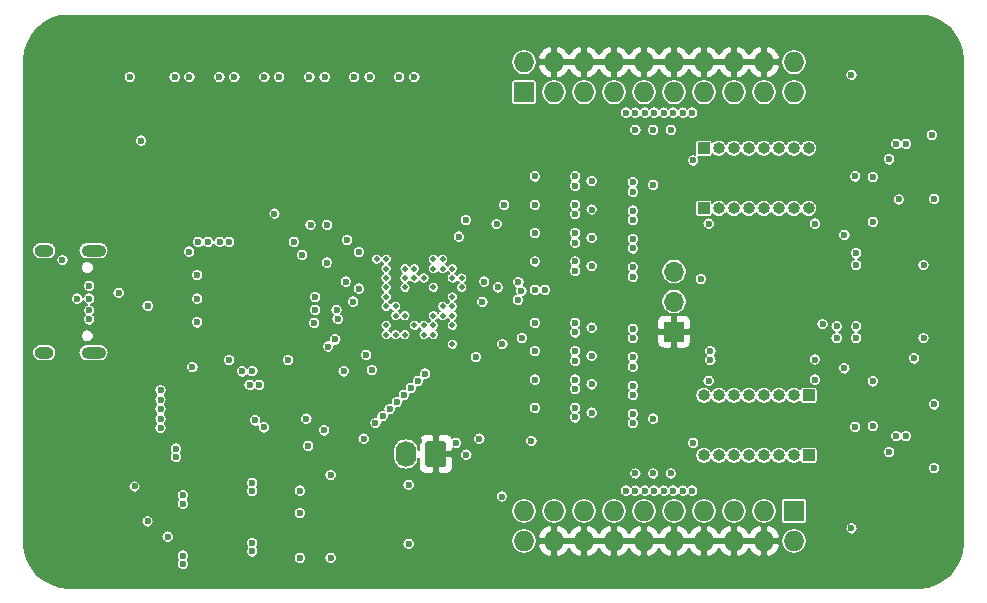
<source format=gbr>
G04 #@! TF.GenerationSoftware,KiCad,Pcbnew,5.1.5*
G04 #@! TF.CreationDate,2020-04-10T18:53:54+01:00*
G04 #@! TF.ProjectId,glasgow,676c6173-676f-4772-9e6b-696361645f70,rev?*
G04 #@! TF.SameCoordinates,Original*
G04 #@! TF.FileFunction,Copper,L2,Inr*
G04 #@! TF.FilePolarity,Positive*
%FSLAX46Y46*%
G04 Gerber Fmt 4.6, Leading zero omitted, Abs format (unit mm)*
G04 Created by KiCad (PCBNEW 5.1.5) date 2020-04-10 18:53:54*
%MOMM*%
%LPD*%
G04 APERTURE LIST*
%ADD10O,2.100000X1.000000*%
%ADD11O,1.600000X1.000000*%
%ADD12C,0.100000*%
%ADD13O,1.740000X2.200000*%
%ADD14C,0.650000*%
%ADD15O,1.727200X1.727200*%
%ADD16R,1.727200X1.727200*%
%ADD17O,1.000000X1.000000*%
%ADD18R,1.000000X1.000000*%
%ADD19O,1.700000X1.700000*%
%ADD20R,1.700000X1.700000*%
%ADD21C,0.600000*%
%ADD22C,0.800000*%
%ADD23C,7.000000*%
%ADD24C,0.500000*%
%ADD25C,0.150000*%
G04 APERTURE END LIST*
D10*
X56130000Y-99820000D03*
X56130000Y-91180000D03*
D11*
X51950000Y-91180000D03*
X51950000Y-99820000D03*
G04 #@! TA.AperFunction,ViaPad*
D12*
G36*
X85744505Y-107301204D02*
G01*
X85768773Y-107304804D01*
X85792572Y-107310765D01*
X85815671Y-107319030D01*
X85837850Y-107329520D01*
X85858893Y-107342132D01*
X85878599Y-107356747D01*
X85896777Y-107373223D01*
X85913253Y-107391401D01*
X85927868Y-107411107D01*
X85940480Y-107432150D01*
X85950970Y-107454329D01*
X85959235Y-107477428D01*
X85965196Y-107501227D01*
X85968796Y-107525495D01*
X85970000Y-107549999D01*
X85970000Y-109250001D01*
X85968796Y-109274505D01*
X85965196Y-109298773D01*
X85959235Y-109322572D01*
X85950970Y-109345671D01*
X85940480Y-109367850D01*
X85927868Y-109388893D01*
X85913253Y-109408599D01*
X85896777Y-109426777D01*
X85878599Y-109443253D01*
X85858893Y-109457868D01*
X85837850Y-109470480D01*
X85815671Y-109480970D01*
X85792572Y-109489235D01*
X85768773Y-109495196D01*
X85744505Y-109498796D01*
X85720001Y-109500000D01*
X84479999Y-109500000D01*
X84455495Y-109498796D01*
X84431227Y-109495196D01*
X84407428Y-109489235D01*
X84384329Y-109480970D01*
X84362150Y-109470480D01*
X84341107Y-109457868D01*
X84321401Y-109443253D01*
X84303223Y-109426777D01*
X84286747Y-109408599D01*
X84272132Y-109388893D01*
X84259520Y-109367850D01*
X84249030Y-109345671D01*
X84240765Y-109322572D01*
X84234804Y-109298773D01*
X84231204Y-109274505D01*
X84230000Y-109250001D01*
X84230000Y-107549999D01*
X84231204Y-107525495D01*
X84234804Y-107501227D01*
X84240765Y-107477428D01*
X84249030Y-107454329D01*
X84259520Y-107432150D01*
X84272132Y-107411107D01*
X84286747Y-107391401D01*
X84303223Y-107373223D01*
X84321401Y-107356747D01*
X84341107Y-107342132D01*
X84362150Y-107329520D01*
X84384329Y-107319030D01*
X84407428Y-107310765D01*
X84431227Y-107304804D01*
X84455495Y-107301204D01*
X84479999Y-107300000D01*
X85720001Y-107300000D01*
X85744505Y-107301204D01*
G37*
G04 #@! TD.AperFunction*
D13*
X82560000Y-108400000D03*
D14*
X65900000Y-109500000D03*
X65900000Y-110300000D03*
X65900000Y-114600000D03*
X65900000Y-115400000D03*
D15*
X115430000Y-75230000D03*
X115430000Y-77770000D03*
X112890000Y-75230000D03*
X112890000Y-77770000D03*
X110350000Y-75230000D03*
X110350000Y-77770000D03*
X107810000Y-75230000D03*
X107810000Y-77770000D03*
X105270000Y-75230000D03*
X105270000Y-77770000D03*
X102730000Y-75230000D03*
X102730000Y-77770000D03*
X100190000Y-75230000D03*
X100190000Y-77770000D03*
X97650000Y-75230000D03*
X97650000Y-77770000D03*
X95110000Y-75230000D03*
X95110000Y-77770000D03*
X92570000Y-75230000D03*
D16*
X92570000Y-77770000D03*
D17*
X107810000Y-103420000D03*
X109080000Y-103420000D03*
X110350000Y-103420000D03*
X111620000Y-103420000D03*
X112890000Y-103420000D03*
X114160000Y-103420000D03*
X115430000Y-103420000D03*
D18*
X116700000Y-103420000D03*
D17*
X107810000Y-108500000D03*
X109080000Y-108500000D03*
X110350000Y-108500000D03*
X111620000Y-108500000D03*
X112890000Y-108500000D03*
X114160000Y-108500000D03*
X115430000Y-108500000D03*
D18*
X116700000Y-108500000D03*
D19*
X105270000Y-92960000D03*
X105270000Y-95500000D03*
D20*
X105270000Y-98040000D03*
D15*
X92570000Y-115770000D03*
X92570000Y-113230000D03*
X95110000Y-115770000D03*
X95110000Y-113230000D03*
X97650000Y-115770000D03*
X97650000Y-113230000D03*
X100190000Y-115770000D03*
X100190000Y-113230000D03*
X102730000Y-115770000D03*
X102730000Y-113230000D03*
X105270000Y-115770000D03*
X105270000Y-113230000D03*
X107810000Y-115770000D03*
X107810000Y-113230000D03*
X110350000Y-115770000D03*
X110350000Y-113230000D03*
X112890000Y-115770000D03*
X112890000Y-113230000D03*
X115430000Y-115770000D03*
D16*
X115430000Y-113230000D03*
D17*
X116690000Y-87600000D03*
X115420000Y-87600000D03*
X114150000Y-87600000D03*
X112880000Y-87600000D03*
X111610000Y-87600000D03*
X110340000Y-87600000D03*
X109070000Y-87600000D03*
D18*
X107800000Y-87600000D03*
D17*
X116690000Y-82500000D03*
X115420000Y-82500000D03*
X114150000Y-82500000D03*
X112880000Y-82500000D03*
X111610000Y-82500000D03*
X110340000Y-82500000D03*
X109070000Y-82500000D03*
D18*
X107800000Y-82500000D03*
D21*
X67310000Y-98040000D03*
X68580000Y-98040000D03*
X69850000Y-98040000D03*
X71120000Y-98040000D03*
X72390000Y-98040000D03*
X72390000Y-96770000D03*
X71120000Y-96770000D03*
X69850000Y-96770000D03*
X68580000Y-96770000D03*
X67310000Y-96770000D03*
X67310000Y-92960000D03*
X68580000Y-92960000D03*
X69850000Y-92960000D03*
X71120000Y-92960000D03*
X72390000Y-92960000D03*
X72390000Y-94230000D03*
X71120000Y-94230000D03*
X69850000Y-94230000D03*
X68580000Y-94230000D03*
X67310000Y-94230000D03*
X67310000Y-95500000D03*
X68580000Y-95500000D03*
X72390000Y-95500000D03*
X71120000Y-95500000D03*
X69850000Y-95500000D03*
D22*
X55856155Y-114143845D03*
X54000000Y-113375000D03*
X52143845Y-114143845D03*
X51375000Y-116000000D03*
X52143845Y-117856155D03*
X54000000Y-118625000D03*
X55856155Y-117856155D03*
X56625000Y-116000000D03*
D23*
X54000000Y-116000000D03*
D22*
X55856155Y-73143845D03*
X54000000Y-72375000D03*
X52143845Y-73143845D03*
X51375000Y-75000000D03*
X52143845Y-76856155D03*
X54000000Y-77625000D03*
X55856155Y-76856155D03*
X56625000Y-75000000D03*
D23*
X54000000Y-75000000D03*
D22*
X127856155Y-73143845D03*
X126000000Y-72375000D03*
X124143845Y-73143845D03*
X123375000Y-75000000D03*
X124143845Y-76856155D03*
X126000000Y-77625000D03*
X127856155Y-76856155D03*
X128625000Y-75000000D03*
D23*
X126000000Y-75000000D03*
D22*
X127856155Y-114143845D03*
X126000000Y-113375000D03*
X124143845Y-114143845D03*
X123375000Y-116000000D03*
X124143845Y-117856155D03*
X126000000Y-118625000D03*
X127856155Y-117856155D03*
X128625000Y-116000000D03*
D23*
X126000000Y-116000000D03*
D24*
X80900000Y-97500000D03*
D21*
X73600000Y-113400000D03*
X120700012Y-91400000D03*
X120700000Y-97600000D03*
X119050000Y-97600000D03*
X108350000Y-100449903D03*
X124900000Y-82150004D03*
X124900000Y-106900000D03*
X70150000Y-102550000D03*
X69800000Y-105549992D03*
X74300000Y-107700000D03*
X79000000Y-107100000D03*
X86800000Y-107450000D03*
X74150000Y-105400000D03*
D24*
X84100000Y-97500000D03*
X86500000Y-99100000D03*
X85700000Y-95900000D03*
X81700000Y-95900000D03*
D21*
X66800000Y-90450000D03*
X72600000Y-100450000D03*
X67600000Y-100450000D03*
X64900000Y-97250000D03*
X64900000Y-95250000D03*
X64900000Y-93250000D03*
X73800000Y-91550000D03*
X59200000Y-76500000D03*
X93500000Y-104500000D03*
X93500000Y-102100000D03*
X98300000Y-97700000D03*
X98300000Y-100100000D03*
X98300000Y-102500000D03*
X98300000Y-104900000D03*
X93500000Y-97300000D03*
X93500000Y-99700000D03*
X93500000Y-89700000D03*
X98300000Y-85300000D03*
X98300000Y-87700000D03*
X98300000Y-90100000D03*
X98300000Y-92500000D03*
X93500000Y-84900000D03*
X93500000Y-87300000D03*
X93500000Y-92100000D03*
X126400000Y-98600000D03*
X126400000Y-92400000D03*
X74800000Y-97300000D03*
X79200010Y-100000000D03*
X76200000Y-110200000D03*
X73600000Y-117200000D03*
X76200000Y-117200000D03*
X73600000Y-111500000D03*
X93200000Y-107300000D03*
X62400000Y-115400000D03*
X60147200Y-81864200D03*
X77600000Y-90300000D03*
X117200000Y-102100000D03*
X108200000Y-88900000D03*
X117850000Y-97400000D03*
X107550000Y-93600000D03*
X82800000Y-111000000D03*
X88800000Y-107100000D03*
X90750000Y-99100000D03*
X127300000Y-109600000D03*
X69550000Y-115950000D03*
X69550000Y-116650000D03*
X127100000Y-81400000D03*
X71850000Y-105250000D03*
X71150000Y-105250000D03*
X67200000Y-108400000D03*
X67200000Y-107800000D03*
X64600000Y-108400000D03*
X64600000Y-107800000D03*
X91100000Y-98350000D03*
X106025000Y-108625000D03*
X84100000Y-95100000D03*
X84100000Y-95900000D03*
X83300000Y-95900000D03*
D24*
X82500000Y-95100000D03*
D21*
X83300000Y-95100000D03*
X60400000Y-76500000D03*
X74200000Y-100474990D03*
X59200000Y-80400000D03*
X66800000Y-80400000D03*
X70600000Y-80400000D03*
X74400000Y-80400000D03*
X78200000Y-80400000D03*
X82000000Y-80400000D03*
X65500000Y-76500000D03*
X69299996Y-76500000D03*
X73100006Y-76500000D03*
X76899998Y-76500000D03*
X80800012Y-76500000D03*
X84600000Y-76500006D03*
X85800000Y-80400000D03*
X63000000Y-94750000D03*
X60200000Y-89950000D03*
X61700000Y-76500000D03*
X79100000Y-102200000D03*
X98300000Y-98500000D03*
X98300000Y-100900000D03*
X98300000Y-103300000D03*
X98300000Y-105700000D03*
X93500000Y-98100000D03*
X93500000Y-100500000D03*
X93500012Y-105300000D03*
X93500000Y-102900000D03*
X120600000Y-107100000D03*
X124700000Y-85900000D03*
X98300000Y-86100000D03*
X98300000Y-88500000D03*
X98300000Y-90900000D03*
X98300000Y-93300000D03*
X93500000Y-85700000D03*
X93500000Y-88100000D03*
X93500012Y-92900000D03*
X93500000Y-90500000D03*
X118200000Y-88900000D03*
X126400000Y-97600000D03*
X126400000Y-102400000D03*
X126400000Y-88600000D03*
X126400000Y-93400000D03*
X125400000Y-91400004D03*
X79000000Y-99269630D03*
X87629258Y-100164629D03*
X76200000Y-113400000D03*
X76200000Y-107700000D03*
X74500000Y-115300000D03*
X74500000Y-109600000D03*
X60700000Y-113100000D03*
X62885090Y-80408938D03*
X117850000Y-93600000D03*
X115650000Y-95500000D03*
X109750000Y-95500000D03*
X120699980Y-99550000D03*
X118200000Y-102100000D03*
X106350000Y-101300000D03*
X106400000Y-89700000D03*
X107550000Y-97400000D03*
X89150000Y-99250000D03*
X89599988Y-111000000D03*
X83700000Y-107300000D03*
X106025000Y-82375000D03*
X100975000Y-82375000D03*
X100975000Y-108625000D03*
X103550000Y-94800000D03*
X103550000Y-96200000D03*
X61600000Y-115400000D03*
X120600000Y-83900000D03*
X124700000Y-110300000D03*
X55200000Y-81250000D03*
X55200000Y-83000000D03*
X55200002Y-84750000D03*
X55199976Y-86500000D03*
X55200000Y-88250000D03*
X55200000Y-102750000D03*
X55200000Y-104500000D03*
X55200010Y-106250000D03*
X55200000Y-108000000D03*
X55200004Y-109750000D03*
X124700000Y-105100000D03*
X118850000Y-105400000D03*
X118850000Y-85600000D03*
X68500000Y-113450000D03*
X68500000Y-108350000D03*
X67850000Y-117350000D03*
X67850000Y-112250000D03*
X67200000Y-113500000D03*
X67200000Y-112900000D03*
X64600000Y-113500000D03*
X64600000Y-112900000D03*
X124700000Y-80700000D03*
X125500000Y-83400000D03*
X79099994Y-108000000D03*
X72550000Y-105250000D03*
X73250000Y-105250000D03*
X58000000Y-90250000D03*
X58000000Y-91000000D03*
X58000000Y-91750000D03*
X58000000Y-99250000D03*
X58000000Y-99999990D03*
X58000000Y-100749996D03*
X53500000Y-99000000D03*
X60350010Y-94750000D03*
D24*
X81700000Y-98300000D03*
D21*
X120700000Y-92400000D03*
X120700000Y-98600000D03*
X119050000Y-98600000D03*
X108350000Y-99700000D03*
X75650000Y-106400000D03*
X124100000Y-82150000D03*
X124100000Y-106900000D03*
X69350000Y-102550000D03*
X70550000Y-106150000D03*
X87700000Y-108450000D03*
X127300000Y-104200000D03*
X127300008Y-86800000D03*
X82800000Y-116000000D03*
X90700000Y-112000000D03*
X63700000Y-116999962D03*
X63700000Y-117700000D03*
X63700000Y-111900000D03*
X63700000Y-112600000D03*
X59600000Y-111150000D03*
X63100000Y-108650000D03*
X63100000Y-107950000D03*
X74500000Y-89000000D03*
X60700000Y-114100000D03*
X55750000Y-95250000D03*
X55750000Y-96250000D03*
X54749994Y-95250000D03*
D24*
X81700000Y-96700000D03*
D21*
X68700012Y-101400000D03*
X69576261Y-101374990D03*
D24*
X80900000Y-95900000D03*
X80900000Y-98300000D03*
D21*
X79700000Y-101300000D03*
X74899996Y-95125010D03*
X76600000Y-98700000D03*
X74902957Y-96185184D03*
X76000000Y-99300000D03*
X69550000Y-111550000D03*
X69550000Y-110850000D03*
D24*
X84900000Y-94300000D03*
X82500000Y-94300000D03*
X82500000Y-96700000D03*
X84900000Y-96700000D03*
D21*
X76800000Y-96949967D03*
X89053084Y-95524821D03*
X77300000Y-101400000D03*
X76700000Y-96200000D03*
X64500000Y-101050000D03*
D24*
X80900000Y-92700000D03*
D21*
X78600000Y-91300000D03*
X60714241Y-95847438D03*
X58250000Y-94750000D03*
X75891683Y-92191683D03*
X77500000Y-93800000D03*
X75900000Y-89000000D03*
X123500000Y-83450000D03*
X123499976Y-108250000D03*
X119700000Y-101150000D03*
X67600000Y-90450000D03*
X78600000Y-94400000D03*
X73100000Y-90450000D03*
D24*
X87300000Y-94300000D03*
D21*
X125600000Y-100300000D03*
X64236600Y-91262200D03*
X120300000Y-114700000D03*
X71450008Y-88050000D03*
X120300000Y-76300000D03*
X124299994Y-86850000D03*
D24*
X80900000Y-93500000D03*
D21*
X65000002Y-90450000D03*
D24*
X80900000Y-94300000D03*
D21*
X65800010Y-90450000D03*
D24*
X86500000Y-95900000D03*
X80900000Y-95100000D03*
X86500000Y-95100000D03*
D21*
X78100000Y-95500000D03*
X119700000Y-89850000D03*
X106800000Y-111500000D03*
X101200000Y-111500000D03*
X106000000Y-111500000D03*
X105200000Y-111500000D03*
X104400000Y-111500000D03*
X102800000Y-111500000D03*
X103600000Y-111500000D03*
X102000000Y-111500000D03*
X101200000Y-79500000D03*
X106800000Y-79500000D03*
X102000000Y-79500000D03*
X102800000Y-79500000D03*
X103600000Y-79500000D03*
X105200000Y-79500000D03*
X104400000Y-79500000D03*
X106000000Y-79500000D03*
X89200000Y-93800000D03*
X90350000Y-94300000D03*
D24*
X82500000Y-98300000D03*
D21*
X61800000Y-103000000D03*
X102000000Y-80950000D03*
X106900000Y-83550000D03*
X96900000Y-104500000D03*
X96900000Y-102100000D03*
X96900000Y-99700000D03*
X101800000Y-100200000D03*
X101800000Y-97800000D03*
X96900000Y-97300000D03*
X120600000Y-106100000D03*
X108200000Y-102200000D03*
X117200000Y-100400000D03*
X103500000Y-110050000D03*
X101780556Y-102619444D03*
X101800000Y-105000000D03*
X102000000Y-110050000D03*
X103500000Y-105400000D03*
X122100000Y-106050000D03*
X96900000Y-92100000D03*
X96900000Y-89700000D03*
X96900000Y-87300000D03*
X101800000Y-92600000D03*
X101800000Y-90200000D03*
X101800000Y-85400000D03*
X96900000Y-84900000D03*
X117200000Y-88900000D03*
X103500000Y-80950000D03*
X103500000Y-85600000D03*
X105000000Y-80950000D03*
X101800000Y-87800000D03*
X120600000Y-84900000D03*
X122100000Y-84950000D03*
D24*
X83300000Y-97500000D03*
D21*
X61800000Y-103800000D03*
X105000000Y-110050000D03*
X106900000Y-107450000D03*
X61800000Y-106200000D03*
D24*
X84900000Y-97500000D03*
D21*
X88500000Y-100199992D03*
X61800000Y-105400000D03*
D24*
X84900000Y-98300000D03*
X84100000Y-98300000D03*
D21*
X61800000Y-104600000D03*
D24*
X85700000Y-91900000D03*
D21*
X78200000Y-76500000D03*
X75700000Y-76500000D03*
D24*
X84900000Y-91900000D03*
X80900000Y-91900000D03*
D21*
X64250000Y-76500000D03*
D24*
X80100000Y-91900000D03*
D21*
X63000000Y-76500000D03*
X82000000Y-76500000D03*
D24*
X86500000Y-92700000D03*
X85700000Y-92700000D03*
D21*
X79500000Y-76500000D03*
X74400000Y-76500000D03*
D24*
X84900000Y-92700000D03*
X83300000Y-92700000D03*
D21*
X70600000Y-76500000D03*
D24*
X82500000Y-92700000D03*
D21*
X68050000Y-76500000D03*
D24*
X82500000Y-93500000D03*
D21*
X66785000Y-76485000D03*
D24*
X86500000Y-93500000D03*
D21*
X83295000Y-76495000D03*
X87650000Y-88600000D03*
X87050000Y-90000000D03*
D24*
X84100000Y-93500000D03*
D21*
X90900000Y-87300000D03*
D24*
X83300000Y-93500000D03*
D21*
X71850000Y-76500000D03*
D24*
X86500000Y-96700000D03*
D21*
X96900000Y-85700000D03*
X96900000Y-90500000D03*
X92350000Y-94600000D03*
X96900000Y-92900000D03*
X93490908Y-94490908D03*
D24*
X86500000Y-97500000D03*
D21*
X101800000Y-86200000D03*
X92100000Y-93849928D03*
X101800000Y-88600000D03*
X101800000Y-91000000D03*
X92045340Y-95350000D03*
X101800000Y-93400000D03*
X94350000Y-94500000D03*
X96900000Y-98100000D03*
X84200000Y-101600000D03*
X96900000Y-102900000D03*
X81800000Y-104000000D03*
X96900000Y-105300000D03*
X80600000Y-105200000D03*
X101800000Y-98600000D03*
X83600000Y-102200000D03*
X101800000Y-101000000D03*
X82400000Y-103400000D03*
X81200000Y-104600000D03*
X101800000Y-103400000D03*
X80000000Y-105800000D03*
X101800000Y-105800000D03*
X96900000Y-88100000D03*
D24*
X85700000Y-96700000D03*
D21*
X96900000Y-100500000D03*
X83000000Y-102800000D03*
X90250000Y-88950000D03*
X92400000Y-98600000D03*
D24*
X87290000Y-93500000D03*
D21*
X122100000Y-102250000D03*
X122100000Y-88750000D03*
X55750000Y-94155185D03*
X55750000Y-97000000D03*
X53500000Y-92000000D03*
D25*
G36*
X126723268Y-71347236D02*
G01*
X127418984Y-71557285D01*
X128060653Y-71898467D01*
X128623831Y-72357782D01*
X129087072Y-72917745D01*
X129432723Y-73557013D01*
X129647625Y-74251249D01*
X129724953Y-74986963D01*
X129725000Y-75000379D01*
X129725001Y-115986536D01*
X129652764Y-116723268D01*
X129442714Y-117418988D01*
X129101532Y-118060655D01*
X128642213Y-118623836D01*
X128082255Y-119087072D01*
X127442983Y-119432726D01*
X126748750Y-119647626D01*
X126013029Y-119724953D01*
X125999621Y-119725000D01*
X54013454Y-119725000D01*
X53276732Y-119652764D01*
X52581012Y-119442714D01*
X51939345Y-119101532D01*
X51376164Y-118642213D01*
X50912928Y-118082255D01*
X50567274Y-117442983D01*
X50414131Y-116948254D01*
X63175000Y-116948254D01*
X63175000Y-117051670D01*
X63195176Y-117153099D01*
X63234751Y-117248643D01*
X63292206Y-117334630D01*
X63307557Y-117349981D01*
X63292206Y-117365332D01*
X63234751Y-117451319D01*
X63195176Y-117546863D01*
X63175000Y-117648292D01*
X63175000Y-117751708D01*
X63195176Y-117853137D01*
X63234751Y-117948681D01*
X63292206Y-118034668D01*
X63365332Y-118107794D01*
X63451319Y-118165249D01*
X63546863Y-118204824D01*
X63648292Y-118225000D01*
X63751708Y-118225000D01*
X63853137Y-118204824D01*
X63948681Y-118165249D01*
X64034668Y-118107794D01*
X64107794Y-118034668D01*
X64165249Y-117948681D01*
X64204824Y-117853137D01*
X64225000Y-117751708D01*
X64225000Y-117648292D01*
X64204824Y-117546863D01*
X64165249Y-117451319D01*
X64107794Y-117365332D01*
X64092443Y-117349981D01*
X64107794Y-117334630D01*
X64165249Y-117248643D01*
X64204824Y-117153099D01*
X64225000Y-117051670D01*
X64225000Y-116948254D01*
X64204824Y-116846825D01*
X64165249Y-116751281D01*
X64107794Y-116665294D01*
X64034668Y-116592168D01*
X63948681Y-116534713D01*
X63853137Y-116495138D01*
X63751708Y-116474962D01*
X63648292Y-116474962D01*
X63546863Y-116495138D01*
X63451319Y-116534713D01*
X63365332Y-116592168D01*
X63292206Y-116665294D01*
X63234751Y-116751281D01*
X63195176Y-116846825D01*
X63175000Y-116948254D01*
X50414131Y-116948254D01*
X50352374Y-116748750D01*
X50275047Y-116013029D01*
X50275000Y-115999621D01*
X50275000Y-115348292D01*
X61875000Y-115348292D01*
X61875000Y-115451708D01*
X61895176Y-115553137D01*
X61934751Y-115648681D01*
X61992206Y-115734668D01*
X62065332Y-115807794D01*
X62151319Y-115865249D01*
X62246863Y-115904824D01*
X62348292Y-115925000D01*
X62451708Y-115925000D01*
X62553137Y-115904824D01*
X62568906Y-115898292D01*
X69025000Y-115898292D01*
X69025000Y-116001708D01*
X69045176Y-116103137D01*
X69084751Y-116198681D01*
X69142206Y-116284668D01*
X69157538Y-116300000D01*
X69142206Y-116315332D01*
X69084751Y-116401319D01*
X69045176Y-116496863D01*
X69025000Y-116598292D01*
X69025000Y-116701708D01*
X69045176Y-116803137D01*
X69084751Y-116898681D01*
X69142206Y-116984668D01*
X69215332Y-117057794D01*
X69301319Y-117115249D01*
X69396863Y-117154824D01*
X69498292Y-117175000D01*
X69601708Y-117175000D01*
X69703137Y-117154824D01*
X69718906Y-117148292D01*
X73075000Y-117148292D01*
X73075000Y-117251708D01*
X73095176Y-117353137D01*
X73134751Y-117448681D01*
X73192206Y-117534668D01*
X73265332Y-117607794D01*
X73351319Y-117665249D01*
X73446863Y-117704824D01*
X73548292Y-117725000D01*
X73651708Y-117725000D01*
X73753137Y-117704824D01*
X73848681Y-117665249D01*
X73934668Y-117607794D01*
X74007794Y-117534668D01*
X74065249Y-117448681D01*
X74104824Y-117353137D01*
X74125000Y-117251708D01*
X74125000Y-117148292D01*
X75675000Y-117148292D01*
X75675000Y-117251708D01*
X75695176Y-117353137D01*
X75734751Y-117448681D01*
X75792206Y-117534668D01*
X75865332Y-117607794D01*
X75951319Y-117665249D01*
X76046863Y-117704824D01*
X76148292Y-117725000D01*
X76251708Y-117725000D01*
X76353137Y-117704824D01*
X76448681Y-117665249D01*
X76534668Y-117607794D01*
X76607794Y-117534668D01*
X76665249Y-117448681D01*
X76704824Y-117353137D01*
X76725000Y-117251708D01*
X76725000Y-117148292D01*
X76704824Y-117046863D01*
X76665249Y-116951319D01*
X76607794Y-116865332D01*
X76534668Y-116792206D01*
X76448681Y-116734751D01*
X76353137Y-116695176D01*
X76251708Y-116675000D01*
X76148292Y-116675000D01*
X76046863Y-116695176D01*
X75951319Y-116734751D01*
X75865332Y-116792206D01*
X75792206Y-116865332D01*
X75734751Y-116951319D01*
X75695176Y-117046863D01*
X75675000Y-117148292D01*
X74125000Y-117148292D01*
X74104824Y-117046863D01*
X74065249Y-116951319D01*
X74007794Y-116865332D01*
X73934668Y-116792206D01*
X73848681Y-116734751D01*
X73753137Y-116695176D01*
X73651708Y-116675000D01*
X73548292Y-116675000D01*
X73446863Y-116695176D01*
X73351319Y-116734751D01*
X73265332Y-116792206D01*
X73192206Y-116865332D01*
X73134751Y-116951319D01*
X73095176Y-117046863D01*
X73075000Y-117148292D01*
X69718906Y-117148292D01*
X69798681Y-117115249D01*
X69884668Y-117057794D01*
X69957794Y-116984668D01*
X70015249Y-116898681D01*
X70054824Y-116803137D01*
X70075000Y-116701708D01*
X70075000Y-116598292D01*
X70054824Y-116496863D01*
X70015249Y-116401319D01*
X69957794Y-116315332D01*
X69942462Y-116300000D01*
X69957794Y-116284668D01*
X70015249Y-116198681D01*
X70054824Y-116103137D01*
X70075000Y-116001708D01*
X70075000Y-115948292D01*
X82275000Y-115948292D01*
X82275000Y-116051708D01*
X82295176Y-116153137D01*
X82334751Y-116248681D01*
X82392206Y-116334668D01*
X82465332Y-116407794D01*
X82551319Y-116465249D01*
X82646863Y-116504824D01*
X82748292Y-116525000D01*
X82851708Y-116525000D01*
X82953137Y-116504824D01*
X83048681Y-116465249D01*
X83134668Y-116407794D01*
X83207794Y-116334668D01*
X83265249Y-116248681D01*
X83304824Y-116153137D01*
X83325000Y-116051708D01*
X83325000Y-115948292D01*
X83304824Y-115846863D01*
X83265249Y-115751319D01*
X83207794Y-115665332D01*
X83205244Y-115662782D01*
X91481400Y-115662782D01*
X91481400Y-115877218D01*
X91523235Y-116087533D01*
X91605295Y-116285645D01*
X91724429Y-116463942D01*
X91876058Y-116615571D01*
X92054355Y-116734705D01*
X92252467Y-116816765D01*
X92462782Y-116858600D01*
X92677218Y-116858600D01*
X92887533Y-116816765D01*
X93085645Y-116734705D01*
X93263942Y-116615571D01*
X93415571Y-116463942D01*
X93534705Y-116285645D01*
X93582044Y-116171356D01*
X93720185Y-116171356D01*
X93825191Y-116434784D01*
X93979571Y-116672664D01*
X94177393Y-116875855D01*
X94411054Y-117036549D01*
X94671576Y-117148570D01*
X94708645Y-117159808D01*
X94931000Y-117058476D01*
X94931000Y-115949000D01*
X95289000Y-115949000D01*
X95289000Y-117058476D01*
X95511355Y-117159808D01*
X95548424Y-117148570D01*
X95808946Y-117036549D01*
X96042607Y-116875855D01*
X96240429Y-116672664D01*
X96380000Y-116457603D01*
X96519571Y-116672664D01*
X96717393Y-116875855D01*
X96951054Y-117036549D01*
X97211576Y-117148570D01*
X97248645Y-117159808D01*
X97471000Y-117058476D01*
X97471000Y-115949000D01*
X97829000Y-115949000D01*
X97829000Y-117058476D01*
X98051355Y-117159808D01*
X98088424Y-117148570D01*
X98348946Y-117036549D01*
X98582607Y-116875855D01*
X98780429Y-116672664D01*
X98920000Y-116457603D01*
X99059571Y-116672664D01*
X99257393Y-116875855D01*
X99491054Y-117036549D01*
X99751576Y-117148570D01*
X99788645Y-117159808D01*
X100011000Y-117058476D01*
X100011000Y-115949000D01*
X100369000Y-115949000D01*
X100369000Y-117058476D01*
X100591355Y-117159808D01*
X100628424Y-117148570D01*
X100888946Y-117036549D01*
X101122607Y-116875855D01*
X101320429Y-116672664D01*
X101460000Y-116457603D01*
X101599571Y-116672664D01*
X101797393Y-116875855D01*
X102031054Y-117036549D01*
X102291576Y-117148570D01*
X102328645Y-117159808D01*
X102551000Y-117058476D01*
X102551000Y-115949000D01*
X102909000Y-115949000D01*
X102909000Y-117058476D01*
X103131355Y-117159808D01*
X103168424Y-117148570D01*
X103428946Y-117036549D01*
X103662607Y-116875855D01*
X103860429Y-116672664D01*
X104000000Y-116457603D01*
X104139571Y-116672664D01*
X104337393Y-116875855D01*
X104571054Y-117036549D01*
X104831576Y-117148570D01*
X104868645Y-117159808D01*
X105091000Y-117058476D01*
X105091000Y-115949000D01*
X105449000Y-115949000D01*
X105449000Y-117058476D01*
X105671355Y-117159808D01*
X105708424Y-117148570D01*
X105968946Y-117036549D01*
X106202607Y-116875855D01*
X106400429Y-116672664D01*
X106540000Y-116457603D01*
X106679571Y-116672664D01*
X106877393Y-116875855D01*
X107111054Y-117036549D01*
X107371576Y-117148570D01*
X107408645Y-117159808D01*
X107631000Y-117058476D01*
X107631000Y-115949000D01*
X107989000Y-115949000D01*
X107989000Y-117058476D01*
X108211355Y-117159808D01*
X108248424Y-117148570D01*
X108508946Y-117036549D01*
X108742607Y-116875855D01*
X108940429Y-116672664D01*
X109080000Y-116457603D01*
X109219571Y-116672664D01*
X109417393Y-116875855D01*
X109651054Y-117036549D01*
X109911576Y-117148570D01*
X109948645Y-117159808D01*
X110171000Y-117058476D01*
X110171000Y-115949000D01*
X110529000Y-115949000D01*
X110529000Y-117058476D01*
X110751355Y-117159808D01*
X110788424Y-117148570D01*
X111048946Y-117036549D01*
X111282607Y-116875855D01*
X111480429Y-116672664D01*
X111620000Y-116457603D01*
X111759571Y-116672664D01*
X111957393Y-116875855D01*
X112191054Y-117036549D01*
X112451576Y-117148570D01*
X112488645Y-117159808D01*
X112711000Y-117058476D01*
X112711000Y-115949000D01*
X113069000Y-115949000D01*
X113069000Y-117058476D01*
X113291355Y-117159808D01*
X113328424Y-117148570D01*
X113588946Y-117036549D01*
X113822607Y-116875855D01*
X114020429Y-116672664D01*
X114174809Y-116434784D01*
X114279815Y-116171356D01*
X114179740Y-115949000D01*
X113069000Y-115949000D01*
X112711000Y-115949000D01*
X110529000Y-115949000D01*
X110171000Y-115949000D01*
X107989000Y-115949000D01*
X107631000Y-115949000D01*
X105449000Y-115949000D01*
X105091000Y-115949000D01*
X102909000Y-115949000D01*
X102551000Y-115949000D01*
X100369000Y-115949000D01*
X100011000Y-115949000D01*
X97829000Y-115949000D01*
X97471000Y-115949000D01*
X95289000Y-115949000D01*
X94931000Y-115949000D01*
X93820260Y-115949000D01*
X93720185Y-116171356D01*
X93582044Y-116171356D01*
X93616765Y-116087533D01*
X93658600Y-115877218D01*
X93658600Y-115662782D01*
X114341400Y-115662782D01*
X114341400Y-115877218D01*
X114383235Y-116087533D01*
X114465295Y-116285645D01*
X114584429Y-116463942D01*
X114736058Y-116615571D01*
X114914355Y-116734705D01*
X115112467Y-116816765D01*
X115322782Y-116858600D01*
X115537218Y-116858600D01*
X115747533Y-116816765D01*
X115945645Y-116734705D01*
X116123942Y-116615571D01*
X116275571Y-116463942D01*
X116394705Y-116285645D01*
X116476765Y-116087533D01*
X116518600Y-115877218D01*
X116518600Y-115662782D01*
X116476765Y-115452467D01*
X116394705Y-115254355D01*
X116275571Y-115076058D01*
X116123942Y-114924429D01*
X115945645Y-114805295D01*
X115747533Y-114723235D01*
X115537218Y-114681400D01*
X115322782Y-114681400D01*
X115112467Y-114723235D01*
X114914355Y-114805295D01*
X114736058Y-114924429D01*
X114584429Y-115076058D01*
X114465295Y-115254355D01*
X114383235Y-115452467D01*
X114341400Y-115662782D01*
X93658600Y-115662782D01*
X93616765Y-115452467D01*
X93582045Y-115368644D01*
X93720185Y-115368644D01*
X93820260Y-115591000D01*
X94931000Y-115591000D01*
X94931000Y-114481524D01*
X95289000Y-114481524D01*
X95289000Y-115591000D01*
X97471000Y-115591000D01*
X97471000Y-114481524D01*
X97829000Y-114481524D01*
X97829000Y-115591000D01*
X100011000Y-115591000D01*
X100011000Y-114481524D01*
X100369000Y-114481524D01*
X100369000Y-115591000D01*
X102551000Y-115591000D01*
X102551000Y-114481524D01*
X102909000Y-114481524D01*
X102909000Y-115591000D01*
X105091000Y-115591000D01*
X105091000Y-114481524D01*
X105449000Y-114481524D01*
X105449000Y-115591000D01*
X107631000Y-115591000D01*
X107631000Y-114481524D01*
X107989000Y-114481524D01*
X107989000Y-115591000D01*
X110171000Y-115591000D01*
X110171000Y-114481524D01*
X110529000Y-114481524D01*
X110529000Y-115591000D01*
X112711000Y-115591000D01*
X112711000Y-114481524D01*
X113069000Y-114481524D01*
X113069000Y-115591000D01*
X114179740Y-115591000D01*
X114279815Y-115368644D01*
X114174809Y-115105216D01*
X114020429Y-114867336D01*
X113822607Y-114664145D01*
X113799556Y-114648292D01*
X119775000Y-114648292D01*
X119775000Y-114751708D01*
X119795176Y-114853137D01*
X119834751Y-114948681D01*
X119892206Y-115034668D01*
X119965332Y-115107794D01*
X120051319Y-115165249D01*
X120146863Y-115204824D01*
X120248292Y-115225000D01*
X120351708Y-115225000D01*
X120453137Y-115204824D01*
X120548681Y-115165249D01*
X120634668Y-115107794D01*
X120707794Y-115034668D01*
X120765249Y-114948681D01*
X120804824Y-114853137D01*
X120825000Y-114751708D01*
X120825000Y-114648292D01*
X120804824Y-114546863D01*
X120765249Y-114451319D01*
X120707794Y-114365332D01*
X120634668Y-114292206D01*
X120548681Y-114234751D01*
X120453137Y-114195176D01*
X120351708Y-114175000D01*
X120248292Y-114175000D01*
X120146863Y-114195176D01*
X120051319Y-114234751D01*
X119965332Y-114292206D01*
X119892206Y-114365332D01*
X119834751Y-114451319D01*
X119795176Y-114546863D01*
X119775000Y-114648292D01*
X113799556Y-114648292D01*
X113588946Y-114503451D01*
X113328424Y-114391430D01*
X113291355Y-114380192D01*
X113069000Y-114481524D01*
X112711000Y-114481524D01*
X112488645Y-114380192D01*
X112451576Y-114391430D01*
X112191054Y-114503451D01*
X111957393Y-114664145D01*
X111759571Y-114867336D01*
X111620000Y-115082397D01*
X111480429Y-114867336D01*
X111282607Y-114664145D01*
X111048946Y-114503451D01*
X110788424Y-114391430D01*
X110751355Y-114380192D01*
X110529000Y-114481524D01*
X110171000Y-114481524D01*
X109948645Y-114380192D01*
X109911576Y-114391430D01*
X109651054Y-114503451D01*
X109417393Y-114664145D01*
X109219571Y-114867336D01*
X109080000Y-115082397D01*
X108940429Y-114867336D01*
X108742607Y-114664145D01*
X108508946Y-114503451D01*
X108248424Y-114391430D01*
X108211355Y-114380192D01*
X107989000Y-114481524D01*
X107631000Y-114481524D01*
X107408645Y-114380192D01*
X107371576Y-114391430D01*
X107111054Y-114503451D01*
X106877393Y-114664145D01*
X106679571Y-114867336D01*
X106540000Y-115082397D01*
X106400429Y-114867336D01*
X106202607Y-114664145D01*
X105968946Y-114503451D01*
X105708424Y-114391430D01*
X105671355Y-114380192D01*
X105449000Y-114481524D01*
X105091000Y-114481524D01*
X104868645Y-114380192D01*
X104831576Y-114391430D01*
X104571054Y-114503451D01*
X104337393Y-114664145D01*
X104139571Y-114867336D01*
X104000000Y-115082397D01*
X103860429Y-114867336D01*
X103662607Y-114664145D01*
X103428946Y-114503451D01*
X103168424Y-114391430D01*
X103131355Y-114380192D01*
X102909000Y-114481524D01*
X102551000Y-114481524D01*
X102328645Y-114380192D01*
X102291576Y-114391430D01*
X102031054Y-114503451D01*
X101797393Y-114664145D01*
X101599571Y-114867336D01*
X101460000Y-115082397D01*
X101320429Y-114867336D01*
X101122607Y-114664145D01*
X100888946Y-114503451D01*
X100628424Y-114391430D01*
X100591355Y-114380192D01*
X100369000Y-114481524D01*
X100011000Y-114481524D01*
X99788645Y-114380192D01*
X99751576Y-114391430D01*
X99491054Y-114503451D01*
X99257393Y-114664145D01*
X99059571Y-114867336D01*
X98920000Y-115082397D01*
X98780429Y-114867336D01*
X98582607Y-114664145D01*
X98348946Y-114503451D01*
X98088424Y-114391430D01*
X98051355Y-114380192D01*
X97829000Y-114481524D01*
X97471000Y-114481524D01*
X97248645Y-114380192D01*
X97211576Y-114391430D01*
X96951054Y-114503451D01*
X96717393Y-114664145D01*
X96519571Y-114867336D01*
X96380000Y-115082397D01*
X96240429Y-114867336D01*
X96042607Y-114664145D01*
X95808946Y-114503451D01*
X95548424Y-114391430D01*
X95511355Y-114380192D01*
X95289000Y-114481524D01*
X94931000Y-114481524D01*
X94708645Y-114380192D01*
X94671576Y-114391430D01*
X94411054Y-114503451D01*
X94177393Y-114664145D01*
X93979571Y-114867336D01*
X93825191Y-115105216D01*
X93720185Y-115368644D01*
X93582045Y-115368644D01*
X93534705Y-115254355D01*
X93415571Y-115076058D01*
X93263942Y-114924429D01*
X93085645Y-114805295D01*
X92887533Y-114723235D01*
X92677218Y-114681400D01*
X92462782Y-114681400D01*
X92252467Y-114723235D01*
X92054355Y-114805295D01*
X91876058Y-114924429D01*
X91724429Y-115076058D01*
X91605295Y-115254355D01*
X91523235Y-115452467D01*
X91481400Y-115662782D01*
X83205244Y-115662782D01*
X83134668Y-115592206D01*
X83048681Y-115534751D01*
X82953137Y-115495176D01*
X82851708Y-115475000D01*
X82748292Y-115475000D01*
X82646863Y-115495176D01*
X82551319Y-115534751D01*
X82465332Y-115592206D01*
X82392206Y-115665332D01*
X82334751Y-115751319D01*
X82295176Y-115846863D01*
X82275000Y-115948292D01*
X70075000Y-115948292D01*
X70075000Y-115898292D01*
X70054824Y-115796863D01*
X70015249Y-115701319D01*
X69957794Y-115615332D01*
X69884668Y-115542206D01*
X69798681Y-115484751D01*
X69703137Y-115445176D01*
X69601708Y-115425000D01*
X69498292Y-115425000D01*
X69396863Y-115445176D01*
X69301319Y-115484751D01*
X69215332Y-115542206D01*
X69142206Y-115615332D01*
X69084751Y-115701319D01*
X69045176Y-115796863D01*
X69025000Y-115898292D01*
X62568906Y-115898292D01*
X62648681Y-115865249D01*
X62734668Y-115807794D01*
X62807794Y-115734668D01*
X62865249Y-115648681D01*
X62904824Y-115553137D01*
X62925000Y-115451708D01*
X62925000Y-115348292D01*
X62904824Y-115246863D01*
X62865249Y-115151319D01*
X62807794Y-115065332D01*
X62734668Y-114992206D01*
X62648681Y-114934751D01*
X62553137Y-114895176D01*
X62451708Y-114875000D01*
X62348292Y-114875000D01*
X62246863Y-114895176D01*
X62151319Y-114934751D01*
X62065332Y-114992206D01*
X61992206Y-115065332D01*
X61934751Y-115151319D01*
X61895176Y-115246863D01*
X61875000Y-115348292D01*
X50275000Y-115348292D01*
X50275000Y-114048292D01*
X60175000Y-114048292D01*
X60175000Y-114151708D01*
X60195176Y-114253137D01*
X60234751Y-114348681D01*
X60292206Y-114434668D01*
X60365332Y-114507794D01*
X60451319Y-114565249D01*
X60546863Y-114604824D01*
X60648292Y-114625000D01*
X60751708Y-114625000D01*
X60853137Y-114604824D01*
X60948681Y-114565249D01*
X61034668Y-114507794D01*
X61107794Y-114434668D01*
X61165249Y-114348681D01*
X61204824Y-114253137D01*
X61225000Y-114151708D01*
X61225000Y-114048292D01*
X61204824Y-113946863D01*
X61165249Y-113851319D01*
X61107794Y-113765332D01*
X61034668Y-113692206D01*
X60948681Y-113634751D01*
X60853137Y-113595176D01*
X60751708Y-113575000D01*
X60648292Y-113575000D01*
X60546863Y-113595176D01*
X60451319Y-113634751D01*
X60365332Y-113692206D01*
X60292206Y-113765332D01*
X60234751Y-113851319D01*
X60195176Y-113946863D01*
X60175000Y-114048292D01*
X50275000Y-114048292D01*
X50275000Y-113348292D01*
X73075000Y-113348292D01*
X73075000Y-113451708D01*
X73095176Y-113553137D01*
X73134751Y-113648681D01*
X73192206Y-113734668D01*
X73265332Y-113807794D01*
X73351319Y-113865249D01*
X73446863Y-113904824D01*
X73548292Y-113925000D01*
X73651708Y-113925000D01*
X73753137Y-113904824D01*
X73848681Y-113865249D01*
X73934668Y-113807794D01*
X74007794Y-113734668D01*
X74065249Y-113648681D01*
X74104824Y-113553137D01*
X74125000Y-113451708D01*
X74125000Y-113348292D01*
X74104824Y-113246863D01*
X74065249Y-113151319D01*
X74046182Y-113122782D01*
X91481400Y-113122782D01*
X91481400Y-113337218D01*
X91523235Y-113547533D01*
X91605295Y-113745645D01*
X91724429Y-113923942D01*
X91876058Y-114075571D01*
X92054355Y-114194705D01*
X92252467Y-114276765D01*
X92462782Y-114318600D01*
X92677218Y-114318600D01*
X92887533Y-114276765D01*
X93085645Y-114194705D01*
X93263942Y-114075571D01*
X93415571Y-113923942D01*
X93534705Y-113745645D01*
X93616765Y-113547533D01*
X93658600Y-113337218D01*
X93658600Y-113122782D01*
X94021400Y-113122782D01*
X94021400Y-113337218D01*
X94063235Y-113547533D01*
X94145295Y-113745645D01*
X94264429Y-113923942D01*
X94416058Y-114075571D01*
X94594355Y-114194705D01*
X94792467Y-114276765D01*
X95002782Y-114318600D01*
X95217218Y-114318600D01*
X95427533Y-114276765D01*
X95625645Y-114194705D01*
X95803942Y-114075571D01*
X95955571Y-113923942D01*
X96074705Y-113745645D01*
X96156765Y-113547533D01*
X96198600Y-113337218D01*
X96198600Y-113122782D01*
X96561400Y-113122782D01*
X96561400Y-113337218D01*
X96603235Y-113547533D01*
X96685295Y-113745645D01*
X96804429Y-113923942D01*
X96956058Y-114075571D01*
X97134355Y-114194705D01*
X97332467Y-114276765D01*
X97542782Y-114318600D01*
X97757218Y-114318600D01*
X97967533Y-114276765D01*
X98165645Y-114194705D01*
X98343942Y-114075571D01*
X98495571Y-113923942D01*
X98614705Y-113745645D01*
X98696765Y-113547533D01*
X98738600Y-113337218D01*
X98738600Y-113122782D01*
X99101400Y-113122782D01*
X99101400Y-113337218D01*
X99143235Y-113547533D01*
X99225295Y-113745645D01*
X99344429Y-113923942D01*
X99496058Y-114075571D01*
X99674355Y-114194705D01*
X99872467Y-114276765D01*
X100082782Y-114318600D01*
X100297218Y-114318600D01*
X100507533Y-114276765D01*
X100705645Y-114194705D01*
X100883942Y-114075571D01*
X101035571Y-113923942D01*
X101154705Y-113745645D01*
X101236765Y-113547533D01*
X101278600Y-113337218D01*
X101278600Y-113122782D01*
X101641400Y-113122782D01*
X101641400Y-113337218D01*
X101683235Y-113547533D01*
X101765295Y-113745645D01*
X101884429Y-113923942D01*
X102036058Y-114075571D01*
X102214355Y-114194705D01*
X102412467Y-114276765D01*
X102622782Y-114318600D01*
X102837218Y-114318600D01*
X103047533Y-114276765D01*
X103245645Y-114194705D01*
X103423942Y-114075571D01*
X103575571Y-113923942D01*
X103694705Y-113745645D01*
X103776765Y-113547533D01*
X103818600Y-113337218D01*
X103818600Y-113122782D01*
X104181400Y-113122782D01*
X104181400Y-113337218D01*
X104223235Y-113547533D01*
X104305295Y-113745645D01*
X104424429Y-113923942D01*
X104576058Y-114075571D01*
X104754355Y-114194705D01*
X104952467Y-114276765D01*
X105162782Y-114318600D01*
X105377218Y-114318600D01*
X105587533Y-114276765D01*
X105785645Y-114194705D01*
X105963942Y-114075571D01*
X106115571Y-113923942D01*
X106234705Y-113745645D01*
X106316765Y-113547533D01*
X106358600Y-113337218D01*
X106358600Y-113122782D01*
X106721400Y-113122782D01*
X106721400Y-113337218D01*
X106763235Y-113547533D01*
X106845295Y-113745645D01*
X106964429Y-113923942D01*
X107116058Y-114075571D01*
X107294355Y-114194705D01*
X107492467Y-114276765D01*
X107702782Y-114318600D01*
X107917218Y-114318600D01*
X108127533Y-114276765D01*
X108325645Y-114194705D01*
X108503942Y-114075571D01*
X108655571Y-113923942D01*
X108774705Y-113745645D01*
X108856765Y-113547533D01*
X108898600Y-113337218D01*
X108898600Y-113122782D01*
X109261400Y-113122782D01*
X109261400Y-113337218D01*
X109303235Y-113547533D01*
X109385295Y-113745645D01*
X109504429Y-113923942D01*
X109656058Y-114075571D01*
X109834355Y-114194705D01*
X110032467Y-114276765D01*
X110242782Y-114318600D01*
X110457218Y-114318600D01*
X110667533Y-114276765D01*
X110865645Y-114194705D01*
X111043942Y-114075571D01*
X111195571Y-113923942D01*
X111314705Y-113745645D01*
X111396765Y-113547533D01*
X111438600Y-113337218D01*
X111438600Y-113122782D01*
X111801400Y-113122782D01*
X111801400Y-113337218D01*
X111843235Y-113547533D01*
X111925295Y-113745645D01*
X112044429Y-113923942D01*
X112196058Y-114075571D01*
X112374355Y-114194705D01*
X112572467Y-114276765D01*
X112782782Y-114318600D01*
X112997218Y-114318600D01*
X113207533Y-114276765D01*
X113405645Y-114194705D01*
X113583942Y-114075571D01*
X113735571Y-113923942D01*
X113854705Y-113745645D01*
X113936765Y-113547533D01*
X113978600Y-113337218D01*
X113978600Y-113122782D01*
X113936765Y-112912467D01*
X113854705Y-112714355D01*
X113735571Y-112536058D01*
X113583942Y-112384429D01*
X113556960Y-112366400D01*
X114340312Y-112366400D01*
X114340312Y-114093600D01*
X114344656Y-114137708D01*
X114357522Y-114180120D01*
X114378415Y-114219208D01*
X114406532Y-114253468D01*
X114440792Y-114281585D01*
X114479880Y-114302478D01*
X114522292Y-114315344D01*
X114566400Y-114319688D01*
X116293600Y-114319688D01*
X116337708Y-114315344D01*
X116380120Y-114302478D01*
X116419208Y-114281585D01*
X116453468Y-114253468D01*
X116481585Y-114219208D01*
X116502478Y-114180120D01*
X116515344Y-114137708D01*
X116519688Y-114093600D01*
X116519688Y-112366400D01*
X116515344Y-112322292D01*
X116502478Y-112279880D01*
X116481585Y-112240792D01*
X116453468Y-112206532D01*
X116419208Y-112178415D01*
X116380120Y-112157522D01*
X116337708Y-112144656D01*
X116293600Y-112140312D01*
X114566400Y-112140312D01*
X114522292Y-112144656D01*
X114479880Y-112157522D01*
X114440792Y-112178415D01*
X114406532Y-112206532D01*
X114378415Y-112240792D01*
X114357522Y-112279880D01*
X114344656Y-112322292D01*
X114340312Y-112366400D01*
X113556960Y-112366400D01*
X113405645Y-112265295D01*
X113207533Y-112183235D01*
X112997218Y-112141400D01*
X112782782Y-112141400D01*
X112572467Y-112183235D01*
X112374355Y-112265295D01*
X112196058Y-112384429D01*
X112044429Y-112536058D01*
X111925295Y-112714355D01*
X111843235Y-112912467D01*
X111801400Y-113122782D01*
X111438600Y-113122782D01*
X111396765Y-112912467D01*
X111314705Y-112714355D01*
X111195571Y-112536058D01*
X111043942Y-112384429D01*
X110865645Y-112265295D01*
X110667533Y-112183235D01*
X110457218Y-112141400D01*
X110242782Y-112141400D01*
X110032467Y-112183235D01*
X109834355Y-112265295D01*
X109656058Y-112384429D01*
X109504429Y-112536058D01*
X109385295Y-112714355D01*
X109303235Y-112912467D01*
X109261400Y-113122782D01*
X108898600Y-113122782D01*
X108856765Y-112912467D01*
X108774705Y-112714355D01*
X108655571Y-112536058D01*
X108503942Y-112384429D01*
X108325645Y-112265295D01*
X108127533Y-112183235D01*
X107917218Y-112141400D01*
X107702782Y-112141400D01*
X107492467Y-112183235D01*
X107294355Y-112265295D01*
X107116058Y-112384429D01*
X106964429Y-112536058D01*
X106845295Y-112714355D01*
X106763235Y-112912467D01*
X106721400Y-113122782D01*
X106358600Y-113122782D01*
X106316765Y-112912467D01*
X106234705Y-112714355D01*
X106115571Y-112536058D01*
X105963942Y-112384429D01*
X105785645Y-112265295D01*
X105587533Y-112183235D01*
X105377218Y-112141400D01*
X105162782Y-112141400D01*
X104952467Y-112183235D01*
X104754355Y-112265295D01*
X104576058Y-112384429D01*
X104424429Y-112536058D01*
X104305295Y-112714355D01*
X104223235Y-112912467D01*
X104181400Y-113122782D01*
X103818600Y-113122782D01*
X103776765Y-112912467D01*
X103694705Y-112714355D01*
X103575571Y-112536058D01*
X103423942Y-112384429D01*
X103245645Y-112265295D01*
X103047533Y-112183235D01*
X102837218Y-112141400D01*
X102622782Y-112141400D01*
X102412467Y-112183235D01*
X102214355Y-112265295D01*
X102036058Y-112384429D01*
X101884429Y-112536058D01*
X101765295Y-112714355D01*
X101683235Y-112912467D01*
X101641400Y-113122782D01*
X101278600Y-113122782D01*
X101236765Y-112912467D01*
X101154705Y-112714355D01*
X101035571Y-112536058D01*
X100883942Y-112384429D01*
X100705645Y-112265295D01*
X100507533Y-112183235D01*
X100297218Y-112141400D01*
X100082782Y-112141400D01*
X99872467Y-112183235D01*
X99674355Y-112265295D01*
X99496058Y-112384429D01*
X99344429Y-112536058D01*
X99225295Y-112714355D01*
X99143235Y-112912467D01*
X99101400Y-113122782D01*
X98738600Y-113122782D01*
X98696765Y-112912467D01*
X98614705Y-112714355D01*
X98495571Y-112536058D01*
X98343942Y-112384429D01*
X98165645Y-112265295D01*
X97967533Y-112183235D01*
X97757218Y-112141400D01*
X97542782Y-112141400D01*
X97332467Y-112183235D01*
X97134355Y-112265295D01*
X96956058Y-112384429D01*
X96804429Y-112536058D01*
X96685295Y-112714355D01*
X96603235Y-112912467D01*
X96561400Y-113122782D01*
X96198600Y-113122782D01*
X96156765Y-112912467D01*
X96074705Y-112714355D01*
X95955571Y-112536058D01*
X95803942Y-112384429D01*
X95625645Y-112265295D01*
X95427533Y-112183235D01*
X95217218Y-112141400D01*
X95002782Y-112141400D01*
X94792467Y-112183235D01*
X94594355Y-112265295D01*
X94416058Y-112384429D01*
X94264429Y-112536058D01*
X94145295Y-112714355D01*
X94063235Y-112912467D01*
X94021400Y-113122782D01*
X93658600Y-113122782D01*
X93616765Y-112912467D01*
X93534705Y-112714355D01*
X93415571Y-112536058D01*
X93263942Y-112384429D01*
X93085645Y-112265295D01*
X92887533Y-112183235D01*
X92677218Y-112141400D01*
X92462782Y-112141400D01*
X92252467Y-112183235D01*
X92054355Y-112265295D01*
X91876058Y-112384429D01*
X91724429Y-112536058D01*
X91605295Y-112714355D01*
X91523235Y-112912467D01*
X91481400Y-113122782D01*
X74046182Y-113122782D01*
X74007794Y-113065332D01*
X73934668Y-112992206D01*
X73848681Y-112934751D01*
X73753137Y-112895176D01*
X73651708Y-112875000D01*
X73548292Y-112875000D01*
X73446863Y-112895176D01*
X73351319Y-112934751D01*
X73265332Y-112992206D01*
X73192206Y-113065332D01*
X73134751Y-113151319D01*
X73095176Y-113246863D01*
X73075000Y-113348292D01*
X50275000Y-113348292D01*
X50275000Y-111848292D01*
X63175000Y-111848292D01*
X63175000Y-111951708D01*
X63195176Y-112053137D01*
X63234751Y-112148681D01*
X63292206Y-112234668D01*
X63307538Y-112250000D01*
X63292206Y-112265332D01*
X63234751Y-112351319D01*
X63195176Y-112446863D01*
X63175000Y-112548292D01*
X63175000Y-112651708D01*
X63195176Y-112753137D01*
X63234751Y-112848681D01*
X63292206Y-112934668D01*
X63365332Y-113007794D01*
X63451319Y-113065249D01*
X63546863Y-113104824D01*
X63648292Y-113125000D01*
X63751708Y-113125000D01*
X63853137Y-113104824D01*
X63948681Y-113065249D01*
X64034668Y-113007794D01*
X64107794Y-112934668D01*
X64165249Y-112848681D01*
X64204824Y-112753137D01*
X64225000Y-112651708D01*
X64225000Y-112548292D01*
X64204824Y-112446863D01*
X64165249Y-112351319D01*
X64107794Y-112265332D01*
X64092462Y-112250000D01*
X64107794Y-112234668D01*
X64165249Y-112148681D01*
X64204824Y-112053137D01*
X64225000Y-111951708D01*
X64225000Y-111848292D01*
X64204824Y-111746863D01*
X64165249Y-111651319D01*
X64107794Y-111565332D01*
X64034668Y-111492206D01*
X63948681Y-111434751D01*
X63853137Y-111395176D01*
X63751708Y-111375000D01*
X63648292Y-111375000D01*
X63546863Y-111395176D01*
X63451319Y-111434751D01*
X63365332Y-111492206D01*
X63292206Y-111565332D01*
X63234751Y-111651319D01*
X63195176Y-111746863D01*
X63175000Y-111848292D01*
X50275000Y-111848292D01*
X50275000Y-111098292D01*
X59075000Y-111098292D01*
X59075000Y-111201708D01*
X59095176Y-111303137D01*
X59134751Y-111398681D01*
X59192206Y-111484668D01*
X59265332Y-111557794D01*
X59351319Y-111615249D01*
X59446863Y-111654824D01*
X59548292Y-111675000D01*
X59651708Y-111675000D01*
X59753137Y-111654824D01*
X59848681Y-111615249D01*
X59934668Y-111557794D01*
X60007794Y-111484668D01*
X60065249Y-111398681D01*
X60104824Y-111303137D01*
X60125000Y-111201708D01*
X60125000Y-111098292D01*
X60104824Y-110996863D01*
X60065249Y-110901319D01*
X60007794Y-110815332D01*
X59990754Y-110798292D01*
X69025000Y-110798292D01*
X69025000Y-110901708D01*
X69045176Y-111003137D01*
X69084751Y-111098681D01*
X69142206Y-111184668D01*
X69157538Y-111200000D01*
X69142206Y-111215332D01*
X69084751Y-111301319D01*
X69045176Y-111396863D01*
X69025000Y-111498292D01*
X69025000Y-111601708D01*
X69045176Y-111703137D01*
X69084751Y-111798681D01*
X69142206Y-111884668D01*
X69215332Y-111957794D01*
X69301319Y-112015249D01*
X69396863Y-112054824D01*
X69498292Y-112075000D01*
X69601708Y-112075000D01*
X69703137Y-112054824D01*
X69798681Y-112015249D01*
X69884668Y-111957794D01*
X69957794Y-111884668D01*
X70015249Y-111798681D01*
X70054824Y-111703137D01*
X70075000Y-111601708D01*
X70075000Y-111498292D01*
X70065055Y-111448292D01*
X73075000Y-111448292D01*
X73075000Y-111551708D01*
X73095176Y-111653137D01*
X73134751Y-111748681D01*
X73192206Y-111834668D01*
X73265332Y-111907794D01*
X73351319Y-111965249D01*
X73446863Y-112004824D01*
X73548292Y-112025000D01*
X73651708Y-112025000D01*
X73753137Y-112004824D01*
X73848681Y-111965249D01*
X73874058Y-111948292D01*
X90175000Y-111948292D01*
X90175000Y-112051708D01*
X90195176Y-112153137D01*
X90234751Y-112248681D01*
X90292206Y-112334668D01*
X90365332Y-112407794D01*
X90451319Y-112465249D01*
X90546863Y-112504824D01*
X90648292Y-112525000D01*
X90751708Y-112525000D01*
X90853137Y-112504824D01*
X90948681Y-112465249D01*
X91034668Y-112407794D01*
X91107794Y-112334668D01*
X91165249Y-112248681D01*
X91204824Y-112153137D01*
X91225000Y-112051708D01*
X91225000Y-111948292D01*
X91204824Y-111846863D01*
X91165249Y-111751319D01*
X91107794Y-111665332D01*
X91034668Y-111592206D01*
X90948681Y-111534751D01*
X90853137Y-111495176D01*
X90751708Y-111475000D01*
X90648292Y-111475000D01*
X90546863Y-111495176D01*
X90451319Y-111534751D01*
X90365332Y-111592206D01*
X90292206Y-111665332D01*
X90234751Y-111751319D01*
X90195176Y-111846863D01*
X90175000Y-111948292D01*
X73874058Y-111948292D01*
X73934668Y-111907794D01*
X74007794Y-111834668D01*
X74065249Y-111748681D01*
X74104824Y-111653137D01*
X74125000Y-111551708D01*
X74125000Y-111448292D01*
X74104824Y-111346863D01*
X74065249Y-111251319D01*
X74007794Y-111165332D01*
X73934668Y-111092206D01*
X73848681Y-111034751D01*
X73753137Y-110995176D01*
X73651708Y-110975000D01*
X73548292Y-110975000D01*
X73446863Y-110995176D01*
X73351319Y-111034751D01*
X73265332Y-111092206D01*
X73192206Y-111165332D01*
X73134751Y-111251319D01*
X73095176Y-111346863D01*
X73075000Y-111448292D01*
X70065055Y-111448292D01*
X70054824Y-111396863D01*
X70015249Y-111301319D01*
X69957794Y-111215332D01*
X69942462Y-111200000D01*
X69957794Y-111184668D01*
X70015249Y-111098681D01*
X70054824Y-111003137D01*
X70065733Y-110948292D01*
X82275000Y-110948292D01*
X82275000Y-111051708D01*
X82295176Y-111153137D01*
X82334751Y-111248681D01*
X82392206Y-111334668D01*
X82465332Y-111407794D01*
X82551319Y-111465249D01*
X82646863Y-111504824D01*
X82748292Y-111525000D01*
X82851708Y-111525000D01*
X82953137Y-111504824D01*
X83048681Y-111465249D01*
X83074058Y-111448292D01*
X100675000Y-111448292D01*
X100675000Y-111551708D01*
X100695176Y-111653137D01*
X100734751Y-111748681D01*
X100792206Y-111834668D01*
X100865332Y-111907794D01*
X100951319Y-111965249D01*
X101046863Y-112004824D01*
X101148292Y-112025000D01*
X101251708Y-112025000D01*
X101353137Y-112004824D01*
X101448681Y-111965249D01*
X101534668Y-111907794D01*
X101600000Y-111842462D01*
X101665332Y-111907794D01*
X101751319Y-111965249D01*
X101846863Y-112004824D01*
X101948292Y-112025000D01*
X102051708Y-112025000D01*
X102153137Y-112004824D01*
X102248681Y-111965249D01*
X102334668Y-111907794D01*
X102400000Y-111842462D01*
X102465332Y-111907794D01*
X102551319Y-111965249D01*
X102646863Y-112004824D01*
X102748292Y-112025000D01*
X102851708Y-112025000D01*
X102953137Y-112004824D01*
X103048681Y-111965249D01*
X103134668Y-111907794D01*
X103200000Y-111842462D01*
X103265332Y-111907794D01*
X103351319Y-111965249D01*
X103446863Y-112004824D01*
X103548292Y-112025000D01*
X103651708Y-112025000D01*
X103753137Y-112004824D01*
X103848681Y-111965249D01*
X103934668Y-111907794D01*
X104000000Y-111842462D01*
X104065332Y-111907794D01*
X104151319Y-111965249D01*
X104246863Y-112004824D01*
X104348292Y-112025000D01*
X104451708Y-112025000D01*
X104553137Y-112004824D01*
X104648681Y-111965249D01*
X104734668Y-111907794D01*
X104800000Y-111842462D01*
X104865332Y-111907794D01*
X104951319Y-111965249D01*
X105046863Y-112004824D01*
X105148292Y-112025000D01*
X105251708Y-112025000D01*
X105353137Y-112004824D01*
X105448681Y-111965249D01*
X105534668Y-111907794D01*
X105600000Y-111842462D01*
X105665332Y-111907794D01*
X105751319Y-111965249D01*
X105846863Y-112004824D01*
X105948292Y-112025000D01*
X106051708Y-112025000D01*
X106153137Y-112004824D01*
X106248681Y-111965249D01*
X106334668Y-111907794D01*
X106400000Y-111842462D01*
X106465332Y-111907794D01*
X106551319Y-111965249D01*
X106646863Y-112004824D01*
X106748292Y-112025000D01*
X106851708Y-112025000D01*
X106953137Y-112004824D01*
X107048681Y-111965249D01*
X107134668Y-111907794D01*
X107207794Y-111834668D01*
X107265249Y-111748681D01*
X107304824Y-111653137D01*
X107325000Y-111551708D01*
X107325000Y-111448292D01*
X107304824Y-111346863D01*
X107265249Y-111251319D01*
X107207794Y-111165332D01*
X107134668Y-111092206D01*
X107048681Y-111034751D01*
X106953137Y-110995176D01*
X106851708Y-110975000D01*
X106748292Y-110975000D01*
X106646863Y-110995176D01*
X106551319Y-111034751D01*
X106465332Y-111092206D01*
X106400000Y-111157538D01*
X106334668Y-111092206D01*
X106248681Y-111034751D01*
X106153137Y-110995176D01*
X106051708Y-110975000D01*
X105948292Y-110975000D01*
X105846863Y-110995176D01*
X105751319Y-111034751D01*
X105665332Y-111092206D01*
X105600000Y-111157538D01*
X105534668Y-111092206D01*
X105448681Y-111034751D01*
X105353137Y-110995176D01*
X105251708Y-110975000D01*
X105148292Y-110975000D01*
X105046863Y-110995176D01*
X104951319Y-111034751D01*
X104865332Y-111092206D01*
X104800000Y-111157538D01*
X104734668Y-111092206D01*
X104648681Y-111034751D01*
X104553137Y-110995176D01*
X104451708Y-110975000D01*
X104348292Y-110975000D01*
X104246863Y-110995176D01*
X104151319Y-111034751D01*
X104065332Y-111092206D01*
X104000000Y-111157538D01*
X103934668Y-111092206D01*
X103848681Y-111034751D01*
X103753137Y-110995176D01*
X103651708Y-110975000D01*
X103548292Y-110975000D01*
X103446863Y-110995176D01*
X103351319Y-111034751D01*
X103265332Y-111092206D01*
X103200000Y-111157538D01*
X103134668Y-111092206D01*
X103048681Y-111034751D01*
X102953137Y-110995176D01*
X102851708Y-110975000D01*
X102748292Y-110975000D01*
X102646863Y-110995176D01*
X102551319Y-111034751D01*
X102465332Y-111092206D01*
X102400000Y-111157538D01*
X102334668Y-111092206D01*
X102248681Y-111034751D01*
X102153137Y-110995176D01*
X102051708Y-110975000D01*
X101948292Y-110975000D01*
X101846863Y-110995176D01*
X101751319Y-111034751D01*
X101665332Y-111092206D01*
X101600000Y-111157538D01*
X101534668Y-111092206D01*
X101448681Y-111034751D01*
X101353137Y-110995176D01*
X101251708Y-110975000D01*
X101148292Y-110975000D01*
X101046863Y-110995176D01*
X100951319Y-111034751D01*
X100865332Y-111092206D01*
X100792206Y-111165332D01*
X100734751Y-111251319D01*
X100695176Y-111346863D01*
X100675000Y-111448292D01*
X83074058Y-111448292D01*
X83134668Y-111407794D01*
X83207794Y-111334668D01*
X83265249Y-111248681D01*
X83304824Y-111153137D01*
X83325000Y-111051708D01*
X83325000Y-110948292D01*
X83304824Y-110846863D01*
X83265249Y-110751319D01*
X83207794Y-110665332D01*
X83134668Y-110592206D01*
X83048681Y-110534751D01*
X82953137Y-110495176D01*
X82851708Y-110475000D01*
X82748292Y-110475000D01*
X82646863Y-110495176D01*
X82551319Y-110534751D01*
X82465332Y-110592206D01*
X82392206Y-110665332D01*
X82334751Y-110751319D01*
X82295176Y-110846863D01*
X82275000Y-110948292D01*
X70065733Y-110948292D01*
X70075000Y-110901708D01*
X70075000Y-110798292D01*
X70054824Y-110696863D01*
X70015249Y-110601319D01*
X69957794Y-110515332D01*
X69884668Y-110442206D01*
X69798681Y-110384751D01*
X69703137Y-110345176D01*
X69601708Y-110325000D01*
X69498292Y-110325000D01*
X69396863Y-110345176D01*
X69301319Y-110384751D01*
X69215332Y-110442206D01*
X69142206Y-110515332D01*
X69084751Y-110601319D01*
X69045176Y-110696863D01*
X69025000Y-110798292D01*
X59990754Y-110798292D01*
X59934668Y-110742206D01*
X59848681Y-110684751D01*
X59753137Y-110645176D01*
X59651708Y-110625000D01*
X59548292Y-110625000D01*
X59446863Y-110645176D01*
X59351319Y-110684751D01*
X59265332Y-110742206D01*
X59192206Y-110815332D01*
X59134751Y-110901319D01*
X59095176Y-110996863D01*
X59075000Y-111098292D01*
X50275000Y-111098292D01*
X50275000Y-110148292D01*
X75675000Y-110148292D01*
X75675000Y-110251708D01*
X75695176Y-110353137D01*
X75734751Y-110448681D01*
X75792206Y-110534668D01*
X75865332Y-110607794D01*
X75951319Y-110665249D01*
X76046863Y-110704824D01*
X76148292Y-110725000D01*
X76251708Y-110725000D01*
X76353137Y-110704824D01*
X76448681Y-110665249D01*
X76534668Y-110607794D01*
X76607794Y-110534668D01*
X76665249Y-110448681D01*
X76704824Y-110353137D01*
X76725000Y-110251708D01*
X76725000Y-110148292D01*
X76704824Y-110046863D01*
X76665249Y-109951319D01*
X76607794Y-109865332D01*
X76534668Y-109792206D01*
X76448681Y-109734751D01*
X76353137Y-109695176D01*
X76251708Y-109675000D01*
X76148292Y-109675000D01*
X76046863Y-109695176D01*
X75951319Y-109734751D01*
X75865332Y-109792206D01*
X75792206Y-109865332D01*
X75734751Y-109951319D01*
X75695176Y-110046863D01*
X75675000Y-110148292D01*
X50275000Y-110148292D01*
X50275000Y-107898292D01*
X62575000Y-107898292D01*
X62575000Y-108001708D01*
X62595176Y-108103137D01*
X62634751Y-108198681D01*
X62692206Y-108284668D01*
X62707538Y-108300000D01*
X62692206Y-108315332D01*
X62634751Y-108401319D01*
X62595176Y-108496863D01*
X62575000Y-108598292D01*
X62575000Y-108701708D01*
X62595176Y-108803137D01*
X62634751Y-108898681D01*
X62692206Y-108984668D01*
X62765332Y-109057794D01*
X62851319Y-109115249D01*
X62946863Y-109154824D01*
X63048292Y-109175000D01*
X63151708Y-109175000D01*
X63253137Y-109154824D01*
X63348681Y-109115249D01*
X63434668Y-109057794D01*
X63507794Y-108984668D01*
X63565249Y-108898681D01*
X63604824Y-108803137D01*
X63625000Y-108701708D01*
X63625000Y-108598292D01*
X63604824Y-108496863D01*
X63565249Y-108401319D01*
X63507794Y-108315332D01*
X63492462Y-108300000D01*
X63507794Y-108284668D01*
X63565249Y-108198681D01*
X63604824Y-108103137D01*
X63625000Y-108001708D01*
X63625000Y-107898292D01*
X63604824Y-107796863D01*
X63565249Y-107701319D01*
X63529818Y-107648292D01*
X73775000Y-107648292D01*
X73775000Y-107751708D01*
X73795176Y-107853137D01*
X73834751Y-107948681D01*
X73892206Y-108034668D01*
X73965332Y-108107794D01*
X74051319Y-108165249D01*
X74146863Y-108204824D01*
X74248292Y-108225000D01*
X74351708Y-108225000D01*
X74453137Y-108204824D01*
X74548681Y-108165249D01*
X74622074Y-108116209D01*
X81465000Y-108116209D01*
X81465000Y-108683790D01*
X81480844Y-108844656D01*
X81543457Y-109051065D01*
X81645136Y-109241293D01*
X81781972Y-109408028D01*
X81948707Y-109544864D01*
X82138934Y-109646543D01*
X82345343Y-109709156D01*
X82560000Y-109730298D01*
X82774656Y-109709156D01*
X82981065Y-109646543D01*
X83171293Y-109544864D01*
X83338028Y-109408028D01*
X83474864Y-109241293D01*
X83576543Y-109051066D01*
X83639156Y-108844657D01*
X83646848Y-108766561D01*
X83644179Y-109500000D01*
X83655435Y-109614288D01*
X83688772Y-109724184D01*
X83742908Y-109825465D01*
X83815762Y-109914238D01*
X83904535Y-109987092D01*
X84005816Y-110041228D01*
X84115712Y-110074565D01*
X84230000Y-110085821D01*
X84775250Y-110083000D01*
X84921000Y-109937250D01*
X84921000Y-108579000D01*
X85279000Y-108579000D01*
X85279000Y-109937250D01*
X85424750Y-110083000D01*
X85970000Y-110085821D01*
X86084288Y-110074565D01*
X86194184Y-110041228D01*
X86274511Y-109998292D01*
X101475000Y-109998292D01*
X101475000Y-110101708D01*
X101495176Y-110203137D01*
X101534751Y-110298681D01*
X101592206Y-110384668D01*
X101665332Y-110457794D01*
X101751319Y-110515249D01*
X101846863Y-110554824D01*
X101948292Y-110575000D01*
X102051708Y-110575000D01*
X102153137Y-110554824D01*
X102248681Y-110515249D01*
X102334668Y-110457794D01*
X102407794Y-110384668D01*
X102465249Y-110298681D01*
X102504824Y-110203137D01*
X102525000Y-110101708D01*
X102525000Y-109998292D01*
X102975000Y-109998292D01*
X102975000Y-110101708D01*
X102995176Y-110203137D01*
X103034751Y-110298681D01*
X103092206Y-110384668D01*
X103165332Y-110457794D01*
X103251319Y-110515249D01*
X103346863Y-110554824D01*
X103448292Y-110575000D01*
X103551708Y-110575000D01*
X103653137Y-110554824D01*
X103748681Y-110515249D01*
X103834668Y-110457794D01*
X103907794Y-110384668D01*
X103965249Y-110298681D01*
X104004824Y-110203137D01*
X104025000Y-110101708D01*
X104025000Y-109998292D01*
X104475000Y-109998292D01*
X104475000Y-110101708D01*
X104495176Y-110203137D01*
X104534751Y-110298681D01*
X104592206Y-110384668D01*
X104665332Y-110457794D01*
X104751319Y-110515249D01*
X104846863Y-110554824D01*
X104948292Y-110575000D01*
X105051708Y-110575000D01*
X105153137Y-110554824D01*
X105248681Y-110515249D01*
X105334668Y-110457794D01*
X105407794Y-110384668D01*
X105465249Y-110298681D01*
X105504824Y-110203137D01*
X105525000Y-110101708D01*
X105525000Y-109998292D01*
X105504824Y-109896863D01*
X105465249Y-109801319D01*
X105407794Y-109715332D01*
X105334668Y-109642206D01*
X105248681Y-109584751D01*
X105160660Y-109548292D01*
X126775000Y-109548292D01*
X126775000Y-109651708D01*
X126795176Y-109753137D01*
X126834751Y-109848681D01*
X126892206Y-109934668D01*
X126965332Y-110007794D01*
X127051319Y-110065249D01*
X127146863Y-110104824D01*
X127248292Y-110125000D01*
X127351708Y-110125000D01*
X127453137Y-110104824D01*
X127548681Y-110065249D01*
X127634668Y-110007794D01*
X127707794Y-109934668D01*
X127765249Y-109848681D01*
X127804824Y-109753137D01*
X127825000Y-109651708D01*
X127825000Y-109548292D01*
X127804824Y-109446863D01*
X127765249Y-109351319D01*
X127707794Y-109265332D01*
X127634668Y-109192206D01*
X127548681Y-109134751D01*
X127453137Y-109095176D01*
X127351708Y-109075000D01*
X127248292Y-109075000D01*
X127146863Y-109095176D01*
X127051319Y-109134751D01*
X126965332Y-109192206D01*
X126892206Y-109265332D01*
X126834751Y-109351319D01*
X126795176Y-109446863D01*
X126775000Y-109548292D01*
X105160660Y-109548292D01*
X105153137Y-109545176D01*
X105051708Y-109525000D01*
X104948292Y-109525000D01*
X104846863Y-109545176D01*
X104751319Y-109584751D01*
X104665332Y-109642206D01*
X104592206Y-109715332D01*
X104534751Y-109801319D01*
X104495176Y-109896863D01*
X104475000Y-109998292D01*
X104025000Y-109998292D01*
X104004824Y-109896863D01*
X103965249Y-109801319D01*
X103907794Y-109715332D01*
X103834668Y-109642206D01*
X103748681Y-109584751D01*
X103653137Y-109545176D01*
X103551708Y-109525000D01*
X103448292Y-109525000D01*
X103346863Y-109545176D01*
X103251319Y-109584751D01*
X103165332Y-109642206D01*
X103092206Y-109715332D01*
X103034751Y-109801319D01*
X102995176Y-109896863D01*
X102975000Y-109998292D01*
X102525000Y-109998292D01*
X102504824Y-109896863D01*
X102465249Y-109801319D01*
X102407794Y-109715332D01*
X102334668Y-109642206D01*
X102248681Y-109584751D01*
X102153137Y-109545176D01*
X102051708Y-109525000D01*
X101948292Y-109525000D01*
X101846863Y-109545176D01*
X101751319Y-109584751D01*
X101665332Y-109642206D01*
X101592206Y-109715332D01*
X101534751Y-109801319D01*
X101495176Y-109896863D01*
X101475000Y-109998292D01*
X86274511Y-109998292D01*
X86295465Y-109987092D01*
X86384238Y-109914238D01*
X86457092Y-109825465D01*
X86511228Y-109724184D01*
X86544565Y-109614288D01*
X86555821Y-109500000D01*
X86553000Y-108724750D01*
X86407250Y-108579000D01*
X85279000Y-108579000D01*
X84921000Y-108579000D01*
X84901000Y-108579000D01*
X84901000Y-108398292D01*
X87175000Y-108398292D01*
X87175000Y-108501708D01*
X87195176Y-108603137D01*
X87234751Y-108698681D01*
X87292206Y-108784668D01*
X87365332Y-108857794D01*
X87451319Y-108915249D01*
X87546863Y-108954824D01*
X87648292Y-108975000D01*
X87751708Y-108975000D01*
X87853137Y-108954824D01*
X87948681Y-108915249D01*
X88034668Y-108857794D01*
X88107794Y-108784668D01*
X88165249Y-108698681D01*
X88204824Y-108603137D01*
X88225000Y-108501708D01*
X88225000Y-108428594D01*
X107085000Y-108428594D01*
X107085000Y-108571406D01*
X107112861Y-108711475D01*
X107167513Y-108843416D01*
X107246856Y-108962161D01*
X107347839Y-109063144D01*
X107466584Y-109142487D01*
X107598525Y-109197139D01*
X107738594Y-109225000D01*
X107881406Y-109225000D01*
X108021475Y-109197139D01*
X108153416Y-109142487D01*
X108272161Y-109063144D01*
X108373144Y-108962161D01*
X108445000Y-108854621D01*
X108516856Y-108962161D01*
X108617839Y-109063144D01*
X108736584Y-109142487D01*
X108868525Y-109197139D01*
X109008594Y-109225000D01*
X109151406Y-109225000D01*
X109291475Y-109197139D01*
X109423416Y-109142487D01*
X109542161Y-109063144D01*
X109643144Y-108962161D01*
X109715000Y-108854621D01*
X109786856Y-108962161D01*
X109887839Y-109063144D01*
X110006584Y-109142487D01*
X110138525Y-109197139D01*
X110278594Y-109225000D01*
X110421406Y-109225000D01*
X110561475Y-109197139D01*
X110693416Y-109142487D01*
X110812161Y-109063144D01*
X110913144Y-108962161D01*
X110985000Y-108854621D01*
X111056856Y-108962161D01*
X111157839Y-109063144D01*
X111276584Y-109142487D01*
X111408525Y-109197139D01*
X111548594Y-109225000D01*
X111691406Y-109225000D01*
X111831475Y-109197139D01*
X111963416Y-109142487D01*
X112082161Y-109063144D01*
X112183144Y-108962161D01*
X112255000Y-108854621D01*
X112326856Y-108962161D01*
X112427839Y-109063144D01*
X112546584Y-109142487D01*
X112678525Y-109197139D01*
X112818594Y-109225000D01*
X112961406Y-109225000D01*
X113101475Y-109197139D01*
X113233416Y-109142487D01*
X113352161Y-109063144D01*
X113453144Y-108962161D01*
X113525000Y-108854621D01*
X113596856Y-108962161D01*
X113697839Y-109063144D01*
X113816584Y-109142487D01*
X113948525Y-109197139D01*
X114088594Y-109225000D01*
X114231406Y-109225000D01*
X114371475Y-109197139D01*
X114503416Y-109142487D01*
X114622161Y-109063144D01*
X114723144Y-108962161D01*
X114795000Y-108854621D01*
X114866856Y-108962161D01*
X114967839Y-109063144D01*
X115086584Y-109142487D01*
X115218525Y-109197139D01*
X115358594Y-109225000D01*
X115501406Y-109225000D01*
X115641475Y-109197139D01*
X115773416Y-109142487D01*
X115892161Y-109063144D01*
X115973912Y-108981393D01*
X115973912Y-109000000D01*
X115978256Y-109044108D01*
X115991122Y-109086520D01*
X116012015Y-109125608D01*
X116040132Y-109159868D01*
X116074392Y-109187985D01*
X116113480Y-109208878D01*
X116155892Y-109221744D01*
X116200000Y-109226088D01*
X117200000Y-109226088D01*
X117244108Y-109221744D01*
X117286520Y-109208878D01*
X117325608Y-109187985D01*
X117359868Y-109159868D01*
X117387985Y-109125608D01*
X117408878Y-109086520D01*
X117421744Y-109044108D01*
X117426088Y-109000000D01*
X117426088Y-108198292D01*
X122974976Y-108198292D01*
X122974976Y-108301708D01*
X122995152Y-108403137D01*
X123034727Y-108498681D01*
X123092182Y-108584668D01*
X123165308Y-108657794D01*
X123251295Y-108715249D01*
X123346839Y-108754824D01*
X123448268Y-108775000D01*
X123551684Y-108775000D01*
X123653113Y-108754824D01*
X123748657Y-108715249D01*
X123834644Y-108657794D01*
X123907770Y-108584668D01*
X123965225Y-108498681D01*
X124004800Y-108403137D01*
X124024976Y-108301708D01*
X124024976Y-108198292D01*
X124004800Y-108096863D01*
X123965225Y-108001319D01*
X123907770Y-107915332D01*
X123834644Y-107842206D01*
X123748657Y-107784751D01*
X123653113Y-107745176D01*
X123551684Y-107725000D01*
X123448268Y-107725000D01*
X123346839Y-107745176D01*
X123251295Y-107784751D01*
X123165308Y-107842206D01*
X123092182Y-107915332D01*
X123034727Y-108001319D01*
X122995152Y-108096863D01*
X122974976Y-108198292D01*
X117426088Y-108198292D01*
X117426088Y-108000000D01*
X117421744Y-107955892D01*
X117408878Y-107913480D01*
X117387985Y-107874392D01*
X117359868Y-107840132D01*
X117325608Y-107812015D01*
X117286520Y-107791122D01*
X117244108Y-107778256D01*
X117200000Y-107773912D01*
X116200000Y-107773912D01*
X116155892Y-107778256D01*
X116113480Y-107791122D01*
X116074392Y-107812015D01*
X116040132Y-107840132D01*
X116012015Y-107874392D01*
X115991122Y-107913480D01*
X115978256Y-107955892D01*
X115973912Y-108000000D01*
X115973912Y-108018607D01*
X115892161Y-107936856D01*
X115773416Y-107857513D01*
X115641475Y-107802861D01*
X115501406Y-107775000D01*
X115358594Y-107775000D01*
X115218525Y-107802861D01*
X115086584Y-107857513D01*
X114967839Y-107936856D01*
X114866856Y-108037839D01*
X114795000Y-108145379D01*
X114723144Y-108037839D01*
X114622161Y-107936856D01*
X114503416Y-107857513D01*
X114371475Y-107802861D01*
X114231406Y-107775000D01*
X114088594Y-107775000D01*
X113948525Y-107802861D01*
X113816584Y-107857513D01*
X113697839Y-107936856D01*
X113596856Y-108037839D01*
X113525000Y-108145379D01*
X113453144Y-108037839D01*
X113352161Y-107936856D01*
X113233416Y-107857513D01*
X113101475Y-107802861D01*
X112961406Y-107775000D01*
X112818594Y-107775000D01*
X112678525Y-107802861D01*
X112546584Y-107857513D01*
X112427839Y-107936856D01*
X112326856Y-108037839D01*
X112255000Y-108145379D01*
X112183144Y-108037839D01*
X112082161Y-107936856D01*
X111963416Y-107857513D01*
X111831475Y-107802861D01*
X111691406Y-107775000D01*
X111548594Y-107775000D01*
X111408525Y-107802861D01*
X111276584Y-107857513D01*
X111157839Y-107936856D01*
X111056856Y-108037839D01*
X110985000Y-108145379D01*
X110913144Y-108037839D01*
X110812161Y-107936856D01*
X110693416Y-107857513D01*
X110561475Y-107802861D01*
X110421406Y-107775000D01*
X110278594Y-107775000D01*
X110138525Y-107802861D01*
X110006584Y-107857513D01*
X109887839Y-107936856D01*
X109786856Y-108037839D01*
X109715000Y-108145379D01*
X109643144Y-108037839D01*
X109542161Y-107936856D01*
X109423416Y-107857513D01*
X109291475Y-107802861D01*
X109151406Y-107775000D01*
X109008594Y-107775000D01*
X108868525Y-107802861D01*
X108736584Y-107857513D01*
X108617839Y-107936856D01*
X108516856Y-108037839D01*
X108445000Y-108145379D01*
X108373144Y-108037839D01*
X108272161Y-107936856D01*
X108153416Y-107857513D01*
X108021475Y-107802861D01*
X107881406Y-107775000D01*
X107738594Y-107775000D01*
X107598525Y-107802861D01*
X107466584Y-107857513D01*
X107347839Y-107936856D01*
X107246856Y-108037839D01*
X107167513Y-108156584D01*
X107112861Y-108288525D01*
X107085000Y-108428594D01*
X88225000Y-108428594D01*
X88225000Y-108398292D01*
X88204824Y-108296863D01*
X88165249Y-108201319D01*
X88107794Y-108115332D01*
X88034668Y-108042206D01*
X87948681Y-107984751D01*
X87853137Y-107945176D01*
X87751708Y-107925000D01*
X87648292Y-107925000D01*
X87546863Y-107945176D01*
X87451319Y-107984751D01*
X87365332Y-108042206D01*
X87292206Y-108115332D01*
X87234751Y-108201319D01*
X87195176Y-108296863D01*
X87175000Y-108398292D01*
X84901000Y-108398292D01*
X84901000Y-108221000D01*
X84921000Y-108221000D01*
X84921000Y-106862750D01*
X85279000Y-106862750D01*
X85279000Y-108221000D01*
X86407250Y-108221000D01*
X86553000Y-108075250D01*
X86553579Y-107916185D01*
X86646863Y-107954824D01*
X86748292Y-107975000D01*
X86851708Y-107975000D01*
X86953137Y-107954824D01*
X87048681Y-107915249D01*
X87134668Y-107857794D01*
X87207794Y-107784668D01*
X87265249Y-107698681D01*
X87304824Y-107603137D01*
X87325000Y-107501708D01*
X87325000Y-107398292D01*
X87304824Y-107296863D01*
X87265249Y-107201319D01*
X87207794Y-107115332D01*
X87140754Y-107048292D01*
X88275000Y-107048292D01*
X88275000Y-107151708D01*
X88295176Y-107253137D01*
X88334751Y-107348681D01*
X88392206Y-107434668D01*
X88465332Y-107507794D01*
X88551319Y-107565249D01*
X88646863Y-107604824D01*
X88748292Y-107625000D01*
X88851708Y-107625000D01*
X88953137Y-107604824D01*
X89048681Y-107565249D01*
X89134668Y-107507794D01*
X89207794Y-107434668D01*
X89265249Y-107348681D01*
X89304824Y-107253137D01*
X89305787Y-107248292D01*
X92675000Y-107248292D01*
X92675000Y-107351708D01*
X92695176Y-107453137D01*
X92734751Y-107548681D01*
X92792206Y-107634668D01*
X92865332Y-107707794D01*
X92951319Y-107765249D01*
X93046863Y-107804824D01*
X93148292Y-107825000D01*
X93251708Y-107825000D01*
X93353137Y-107804824D01*
X93448681Y-107765249D01*
X93534668Y-107707794D01*
X93607794Y-107634668D01*
X93665249Y-107548681D01*
X93704824Y-107453137D01*
X93715733Y-107398292D01*
X106375000Y-107398292D01*
X106375000Y-107501708D01*
X106395176Y-107603137D01*
X106434751Y-107698681D01*
X106492206Y-107784668D01*
X106565332Y-107857794D01*
X106651319Y-107915249D01*
X106746863Y-107954824D01*
X106848292Y-107975000D01*
X106951708Y-107975000D01*
X107053137Y-107954824D01*
X107148681Y-107915249D01*
X107234668Y-107857794D01*
X107307794Y-107784668D01*
X107365249Y-107698681D01*
X107404824Y-107603137D01*
X107425000Y-107501708D01*
X107425000Y-107398292D01*
X107404824Y-107296863D01*
X107365249Y-107201319D01*
X107307794Y-107115332D01*
X107234668Y-107042206D01*
X107148681Y-106984751D01*
X107053137Y-106945176D01*
X106951708Y-106925000D01*
X106848292Y-106925000D01*
X106746863Y-106945176D01*
X106651319Y-106984751D01*
X106565332Y-107042206D01*
X106492206Y-107115332D01*
X106434751Y-107201319D01*
X106395176Y-107296863D01*
X106375000Y-107398292D01*
X93715733Y-107398292D01*
X93725000Y-107351708D01*
X93725000Y-107248292D01*
X93704824Y-107146863D01*
X93665249Y-107051319D01*
X93607794Y-106965332D01*
X93534668Y-106892206D01*
X93468947Y-106848292D01*
X123575000Y-106848292D01*
X123575000Y-106951708D01*
X123595176Y-107053137D01*
X123634751Y-107148681D01*
X123692206Y-107234668D01*
X123765332Y-107307794D01*
X123851319Y-107365249D01*
X123946863Y-107404824D01*
X124048292Y-107425000D01*
X124151708Y-107425000D01*
X124253137Y-107404824D01*
X124348681Y-107365249D01*
X124434668Y-107307794D01*
X124500000Y-107242462D01*
X124565332Y-107307794D01*
X124651319Y-107365249D01*
X124746863Y-107404824D01*
X124848292Y-107425000D01*
X124951708Y-107425000D01*
X125053137Y-107404824D01*
X125148681Y-107365249D01*
X125234668Y-107307794D01*
X125307794Y-107234668D01*
X125365249Y-107148681D01*
X125404824Y-107053137D01*
X125425000Y-106951708D01*
X125425000Y-106848292D01*
X125404824Y-106746863D01*
X125365249Y-106651319D01*
X125307794Y-106565332D01*
X125234668Y-106492206D01*
X125148681Y-106434751D01*
X125053137Y-106395176D01*
X124951708Y-106375000D01*
X124848292Y-106375000D01*
X124746863Y-106395176D01*
X124651319Y-106434751D01*
X124565332Y-106492206D01*
X124500000Y-106557538D01*
X124434668Y-106492206D01*
X124348681Y-106434751D01*
X124253137Y-106395176D01*
X124151708Y-106375000D01*
X124048292Y-106375000D01*
X123946863Y-106395176D01*
X123851319Y-106434751D01*
X123765332Y-106492206D01*
X123692206Y-106565332D01*
X123634751Y-106651319D01*
X123595176Y-106746863D01*
X123575000Y-106848292D01*
X93468947Y-106848292D01*
X93448681Y-106834751D01*
X93353137Y-106795176D01*
X93251708Y-106775000D01*
X93148292Y-106775000D01*
X93046863Y-106795176D01*
X92951319Y-106834751D01*
X92865332Y-106892206D01*
X92792206Y-106965332D01*
X92734751Y-107051319D01*
X92695176Y-107146863D01*
X92675000Y-107248292D01*
X89305787Y-107248292D01*
X89325000Y-107151708D01*
X89325000Y-107048292D01*
X89304824Y-106946863D01*
X89265249Y-106851319D01*
X89207794Y-106765332D01*
X89134668Y-106692206D01*
X89048681Y-106634751D01*
X88953137Y-106595176D01*
X88851708Y-106575000D01*
X88748292Y-106575000D01*
X88646863Y-106595176D01*
X88551319Y-106634751D01*
X88465332Y-106692206D01*
X88392206Y-106765332D01*
X88334751Y-106851319D01*
X88295176Y-106946863D01*
X88275000Y-107048292D01*
X87140754Y-107048292D01*
X87134668Y-107042206D01*
X87048681Y-106984751D01*
X86953137Y-106945176D01*
X86851708Y-106925000D01*
X86748292Y-106925000D01*
X86646863Y-106945176D01*
X86551319Y-106984751D01*
X86485913Y-107028454D01*
X86457092Y-106974535D01*
X86384238Y-106885762D01*
X86295465Y-106812908D01*
X86194184Y-106758772D01*
X86084288Y-106725435D01*
X85970000Y-106714179D01*
X85424750Y-106717000D01*
X85279000Y-106862750D01*
X84921000Y-106862750D01*
X84775250Y-106717000D01*
X84230000Y-106714179D01*
X84115712Y-106725435D01*
X84005816Y-106758772D01*
X83904535Y-106812908D01*
X83815762Y-106885762D01*
X83742908Y-106974535D01*
X83688772Y-107075816D01*
X83655435Y-107185712D01*
X83644179Y-107300000D01*
X83646848Y-108033440D01*
X83639156Y-107955344D01*
X83576543Y-107748935D01*
X83474864Y-107558707D01*
X83338028Y-107391972D01*
X83171293Y-107255136D01*
X82981066Y-107153457D01*
X82774657Y-107090844D01*
X82560000Y-107069702D01*
X82345344Y-107090844D01*
X82138935Y-107153457D01*
X81948708Y-107255136D01*
X81781973Y-107391972D01*
X81645137Y-107558707D01*
X81543457Y-107748934D01*
X81480844Y-107955343D01*
X81465000Y-108116209D01*
X74622074Y-108116209D01*
X74634668Y-108107794D01*
X74707794Y-108034668D01*
X74765249Y-107948681D01*
X74804824Y-107853137D01*
X74825000Y-107751708D01*
X74825000Y-107648292D01*
X74804824Y-107546863D01*
X74765249Y-107451319D01*
X74707794Y-107365332D01*
X74634668Y-107292206D01*
X74548681Y-107234751D01*
X74453137Y-107195176D01*
X74351708Y-107175000D01*
X74248292Y-107175000D01*
X74146863Y-107195176D01*
X74051319Y-107234751D01*
X73965332Y-107292206D01*
X73892206Y-107365332D01*
X73834751Y-107451319D01*
X73795176Y-107546863D01*
X73775000Y-107648292D01*
X63529818Y-107648292D01*
X63507794Y-107615332D01*
X63434668Y-107542206D01*
X63348681Y-107484751D01*
X63253137Y-107445176D01*
X63151708Y-107425000D01*
X63048292Y-107425000D01*
X62946863Y-107445176D01*
X62851319Y-107484751D01*
X62765332Y-107542206D01*
X62692206Y-107615332D01*
X62634751Y-107701319D01*
X62595176Y-107796863D01*
X62575000Y-107898292D01*
X50275000Y-107898292D01*
X50275000Y-107048292D01*
X78475000Y-107048292D01*
X78475000Y-107151708D01*
X78495176Y-107253137D01*
X78534751Y-107348681D01*
X78592206Y-107434668D01*
X78665332Y-107507794D01*
X78751319Y-107565249D01*
X78846863Y-107604824D01*
X78948292Y-107625000D01*
X79051708Y-107625000D01*
X79153137Y-107604824D01*
X79248681Y-107565249D01*
X79334668Y-107507794D01*
X79407794Y-107434668D01*
X79465249Y-107348681D01*
X79504824Y-107253137D01*
X79525000Y-107151708D01*
X79525000Y-107048292D01*
X79504824Y-106946863D01*
X79465249Y-106851319D01*
X79407794Y-106765332D01*
X79334668Y-106692206D01*
X79248681Y-106634751D01*
X79153137Y-106595176D01*
X79051708Y-106575000D01*
X78948292Y-106575000D01*
X78846863Y-106595176D01*
X78751319Y-106634751D01*
X78665332Y-106692206D01*
X78592206Y-106765332D01*
X78534751Y-106851319D01*
X78495176Y-106946863D01*
X78475000Y-107048292D01*
X50275000Y-107048292D01*
X50275000Y-102948292D01*
X61275000Y-102948292D01*
X61275000Y-103051708D01*
X61295176Y-103153137D01*
X61334751Y-103248681D01*
X61392206Y-103334668D01*
X61457538Y-103400000D01*
X61392206Y-103465332D01*
X61334751Y-103551319D01*
X61295176Y-103646863D01*
X61275000Y-103748292D01*
X61275000Y-103851708D01*
X61295176Y-103953137D01*
X61334751Y-104048681D01*
X61392206Y-104134668D01*
X61457538Y-104200000D01*
X61392206Y-104265332D01*
X61334751Y-104351319D01*
X61295176Y-104446863D01*
X61275000Y-104548292D01*
X61275000Y-104651708D01*
X61295176Y-104753137D01*
X61334751Y-104848681D01*
X61392206Y-104934668D01*
X61457538Y-105000000D01*
X61392206Y-105065332D01*
X61334751Y-105151319D01*
X61295176Y-105246863D01*
X61275000Y-105348292D01*
X61275000Y-105451708D01*
X61295176Y-105553137D01*
X61334751Y-105648681D01*
X61392206Y-105734668D01*
X61457538Y-105800000D01*
X61392206Y-105865332D01*
X61334751Y-105951319D01*
X61295176Y-106046863D01*
X61275000Y-106148292D01*
X61275000Y-106251708D01*
X61295176Y-106353137D01*
X61334751Y-106448681D01*
X61392206Y-106534668D01*
X61465332Y-106607794D01*
X61551319Y-106665249D01*
X61646863Y-106704824D01*
X61748292Y-106725000D01*
X61851708Y-106725000D01*
X61953137Y-106704824D01*
X62048681Y-106665249D01*
X62134668Y-106607794D01*
X62207794Y-106534668D01*
X62265249Y-106448681D01*
X62304824Y-106353137D01*
X62325000Y-106251708D01*
X62325000Y-106148292D01*
X62304824Y-106046863D01*
X62265249Y-105951319D01*
X62207794Y-105865332D01*
X62142462Y-105800000D01*
X62207794Y-105734668D01*
X62265249Y-105648681D01*
X62304824Y-105553137D01*
X62315735Y-105498284D01*
X69275000Y-105498284D01*
X69275000Y-105601700D01*
X69295176Y-105703129D01*
X69334751Y-105798673D01*
X69392206Y-105884660D01*
X69465332Y-105957786D01*
X69551319Y-106015241D01*
X69646863Y-106054816D01*
X69748292Y-106074992D01*
X69851708Y-106074992D01*
X69953137Y-106054816D01*
X70040877Y-106018473D01*
X70025000Y-106098292D01*
X70025000Y-106201708D01*
X70045176Y-106303137D01*
X70084751Y-106398681D01*
X70142206Y-106484668D01*
X70215332Y-106557794D01*
X70301319Y-106615249D01*
X70396863Y-106654824D01*
X70498292Y-106675000D01*
X70601708Y-106675000D01*
X70703137Y-106654824D01*
X70798681Y-106615249D01*
X70884668Y-106557794D01*
X70957794Y-106484668D01*
X71015249Y-106398681D01*
X71036120Y-106348292D01*
X75125000Y-106348292D01*
X75125000Y-106451708D01*
X75145176Y-106553137D01*
X75184751Y-106648681D01*
X75242206Y-106734668D01*
X75315332Y-106807794D01*
X75401319Y-106865249D01*
X75496863Y-106904824D01*
X75598292Y-106925000D01*
X75701708Y-106925000D01*
X75803137Y-106904824D01*
X75898681Y-106865249D01*
X75984668Y-106807794D01*
X76057794Y-106734668D01*
X76115249Y-106648681D01*
X76154824Y-106553137D01*
X76175000Y-106451708D01*
X76175000Y-106348292D01*
X76154824Y-106246863D01*
X76115249Y-106151319D01*
X76057794Y-106065332D01*
X75984668Y-105992206D01*
X75898681Y-105934751D01*
X75803137Y-105895176D01*
X75701708Y-105875000D01*
X75598292Y-105875000D01*
X75496863Y-105895176D01*
X75401319Y-105934751D01*
X75315332Y-105992206D01*
X75242206Y-106065332D01*
X75184751Y-106151319D01*
X75145176Y-106246863D01*
X75125000Y-106348292D01*
X71036120Y-106348292D01*
X71054824Y-106303137D01*
X71075000Y-106201708D01*
X71075000Y-106098292D01*
X71054824Y-105996863D01*
X71015249Y-105901319D01*
X70957794Y-105815332D01*
X70884668Y-105742206D01*
X70798681Y-105684751D01*
X70703137Y-105645176D01*
X70601708Y-105625000D01*
X70498292Y-105625000D01*
X70396863Y-105645176D01*
X70309123Y-105681519D01*
X70325000Y-105601700D01*
X70325000Y-105498284D01*
X70304824Y-105396855D01*
X70284709Y-105348292D01*
X73625000Y-105348292D01*
X73625000Y-105451708D01*
X73645176Y-105553137D01*
X73684751Y-105648681D01*
X73742206Y-105734668D01*
X73815332Y-105807794D01*
X73901319Y-105865249D01*
X73996863Y-105904824D01*
X74098292Y-105925000D01*
X74201708Y-105925000D01*
X74303137Y-105904824D01*
X74398681Y-105865249D01*
X74484668Y-105807794D01*
X74544170Y-105748292D01*
X79475000Y-105748292D01*
X79475000Y-105851708D01*
X79495176Y-105953137D01*
X79534751Y-106048681D01*
X79592206Y-106134668D01*
X79665332Y-106207794D01*
X79751319Y-106265249D01*
X79846863Y-106304824D01*
X79948292Y-106325000D01*
X80051708Y-106325000D01*
X80153137Y-106304824D01*
X80248681Y-106265249D01*
X80334668Y-106207794D01*
X80407794Y-106134668D01*
X80465249Y-106048681D01*
X80504824Y-105953137D01*
X80525000Y-105851708D01*
X80525000Y-105748292D01*
X80519216Y-105719216D01*
X80548292Y-105725000D01*
X80651708Y-105725000D01*
X80753137Y-105704824D01*
X80848681Y-105665249D01*
X80934668Y-105607794D01*
X81007794Y-105534668D01*
X81065249Y-105448681D01*
X81104824Y-105353137D01*
X81125000Y-105251708D01*
X81125000Y-105148292D01*
X81119216Y-105119216D01*
X81148292Y-105125000D01*
X81251708Y-105125000D01*
X81353137Y-105104824D01*
X81448681Y-105065249D01*
X81534668Y-105007794D01*
X81607794Y-104934668D01*
X81665249Y-104848681D01*
X81704824Y-104753137D01*
X81725000Y-104651708D01*
X81725000Y-104548292D01*
X81719216Y-104519216D01*
X81748292Y-104525000D01*
X81851708Y-104525000D01*
X81953137Y-104504824D01*
X82048681Y-104465249D01*
X82074058Y-104448292D01*
X92975000Y-104448292D01*
X92975000Y-104551708D01*
X92995176Y-104653137D01*
X93034751Y-104748681D01*
X93092206Y-104834668D01*
X93165332Y-104907794D01*
X93251319Y-104965249D01*
X93346863Y-105004824D01*
X93448292Y-105025000D01*
X93551708Y-105025000D01*
X93653137Y-105004824D01*
X93748681Y-104965249D01*
X93834668Y-104907794D01*
X93907794Y-104834668D01*
X93965249Y-104748681D01*
X94004824Y-104653137D01*
X94025000Y-104551708D01*
X94025000Y-104448292D01*
X96375000Y-104448292D01*
X96375000Y-104551708D01*
X96395176Y-104653137D01*
X96434751Y-104748681D01*
X96492206Y-104834668D01*
X96557538Y-104900000D01*
X96492206Y-104965332D01*
X96434751Y-105051319D01*
X96395176Y-105146863D01*
X96375000Y-105248292D01*
X96375000Y-105351708D01*
X96395176Y-105453137D01*
X96434751Y-105548681D01*
X96492206Y-105634668D01*
X96565332Y-105707794D01*
X96651319Y-105765249D01*
X96746863Y-105804824D01*
X96848292Y-105825000D01*
X96951708Y-105825000D01*
X97053137Y-105804824D01*
X97148681Y-105765249D01*
X97234668Y-105707794D01*
X97307794Y-105634668D01*
X97365249Y-105548681D01*
X97404824Y-105453137D01*
X97425000Y-105351708D01*
X97425000Y-105248292D01*
X97404824Y-105146863D01*
X97365249Y-105051319D01*
X97307794Y-104965332D01*
X97242462Y-104900000D01*
X97294170Y-104848292D01*
X97775000Y-104848292D01*
X97775000Y-104951708D01*
X97795176Y-105053137D01*
X97834751Y-105148681D01*
X97892206Y-105234668D01*
X97965332Y-105307794D01*
X98051319Y-105365249D01*
X98146863Y-105404824D01*
X98248292Y-105425000D01*
X98351708Y-105425000D01*
X98453137Y-105404824D01*
X98548681Y-105365249D01*
X98634668Y-105307794D01*
X98707794Y-105234668D01*
X98765249Y-105148681D01*
X98804824Y-105053137D01*
X98825000Y-104951708D01*
X98825000Y-104948292D01*
X101275000Y-104948292D01*
X101275000Y-105051708D01*
X101295176Y-105153137D01*
X101334751Y-105248681D01*
X101392206Y-105334668D01*
X101457538Y-105400000D01*
X101392206Y-105465332D01*
X101334751Y-105551319D01*
X101295176Y-105646863D01*
X101275000Y-105748292D01*
X101275000Y-105851708D01*
X101295176Y-105953137D01*
X101334751Y-106048681D01*
X101392206Y-106134668D01*
X101465332Y-106207794D01*
X101551319Y-106265249D01*
X101646863Y-106304824D01*
X101748292Y-106325000D01*
X101851708Y-106325000D01*
X101953137Y-106304824D01*
X102048681Y-106265249D01*
X102134668Y-106207794D01*
X102207794Y-106134668D01*
X102265249Y-106048681D01*
X102265410Y-106048292D01*
X120075000Y-106048292D01*
X120075000Y-106151708D01*
X120095176Y-106253137D01*
X120134751Y-106348681D01*
X120192206Y-106434668D01*
X120265332Y-106507794D01*
X120351319Y-106565249D01*
X120446863Y-106604824D01*
X120548292Y-106625000D01*
X120651708Y-106625000D01*
X120753137Y-106604824D01*
X120848681Y-106565249D01*
X120934668Y-106507794D01*
X121007794Y-106434668D01*
X121065249Y-106348681D01*
X121104824Y-106253137D01*
X121125000Y-106151708D01*
X121125000Y-106048292D01*
X121115055Y-105998292D01*
X121575000Y-105998292D01*
X121575000Y-106101708D01*
X121595176Y-106203137D01*
X121634751Y-106298681D01*
X121692206Y-106384668D01*
X121765332Y-106457794D01*
X121851319Y-106515249D01*
X121946863Y-106554824D01*
X122048292Y-106575000D01*
X122151708Y-106575000D01*
X122253137Y-106554824D01*
X122348681Y-106515249D01*
X122434668Y-106457794D01*
X122507794Y-106384668D01*
X122565249Y-106298681D01*
X122604824Y-106203137D01*
X122625000Y-106101708D01*
X122625000Y-105998292D01*
X122604824Y-105896863D01*
X122565249Y-105801319D01*
X122507794Y-105715332D01*
X122434668Y-105642206D01*
X122348681Y-105584751D01*
X122253137Y-105545176D01*
X122151708Y-105525000D01*
X122048292Y-105525000D01*
X121946863Y-105545176D01*
X121851319Y-105584751D01*
X121765332Y-105642206D01*
X121692206Y-105715332D01*
X121634751Y-105801319D01*
X121595176Y-105896863D01*
X121575000Y-105998292D01*
X121115055Y-105998292D01*
X121104824Y-105946863D01*
X121065249Y-105851319D01*
X121007794Y-105765332D01*
X120934668Y-105692206D01*
X120848681Y-105634751D01*
X120753137Y-105595176D01*
X120651708Y-105575000D01*
X120548292Y-105575000D01*
X120446863Y-105595176D01*
X120351319Y-105634751D01*
X120265332Y-105692206D01*
X120192206Y-105765332D01*
X120134751Y-105851319D01*
X120095176Y-105946863D01*
X120075000Y-106048292D01*
X102265410Y-106048292D01*
X102304824Y-105953137D01*
X102325000Y-105851708D01*
X102325000Y-105748292D01*
X102304824Y-105646863D01*
X102265249Y-105551319D01*
X102207794Y-105465332D01*
X102142462Y-105400000D01*
X102194170Y-105348292D01*
X102975000Y-105348292D01*
X102975000Y-105451708D01*
X102995176Y-105553137D01*
X103034751Y-105648681D01*
X103092206Y-105734668D01*
X103165332Y-105807794D01*
X103251319Y-105865249D01*
X103346863Y-105904824D01*
X103448292Y-105925000D01*
X103551708Y-105925000D01*
X103653137Y-105904824D01*
X103748681Y-105865249D01*
X103834668Y-105807794D01*
X103907794Y-105734668D01*
X103965249Y-105648681D01*
X104004824Y-105553137D01*
X104025000Y-105451708D01*
X104025000Y-105348292D01*
X104004824Y-105246863D01*
X103965249Y-105151319D01*
X103907794Y-105065332D01*
X103834668Y-104992206D01*
X103748681Y-104934751D01*
X103653137Y-104895176D01*
X103551708Y-104875000D01*
X103448292Y-104875000D01*
X103346863Y-104895176D01*
X103251319Y-104934751D01*
X103165332Y-104992206D01*
X103092206Y-105065332D01*
X103034751Y-105151319D01*
X102995176Y-105246863D01*
X102975000Y-105348292D01*
X102194170Y-105348292D01*
X102207794Y-105334668D01*
X102265249Y-105248681D01*
X102304824Y-105153137D01*
X102325000Y-105051708D01*
X102325000Y-104948292D01*
X102304824Y-104846863D01*
X102265249Y-104751319D01*
X102207794Y-104665332D01*
X102134668Y-104592206D01*
X102048681Y-104534751D01*
X101953137Y-104495176D01*
X101851708Y-104475000D01*
X101748292Y-104475000D01*
X101646863Y-104495176D01*
X101551319Y-104534751D01*
X101465332Y-104592206D01*
X101392206Y-104665332D01*
X101334751Y-104751319D01*
X101295176Y-104846863D01*
X101275000Y-104948292D01*
X98825000Y-104948292D01*
X98825000Y-104848292D01*
X98804824Y-104746863D01*
X98765249Y-104651319D01*
X98707794Y-104565332D01*
X98634668Y-104492206D01*
X98548681Y-104434751D01*
X98453137Y-104395176D01*
X98351708Y-104375000D01*
X98248292Y-104375000D01*
X98146863Y-104395176D01*
X98051319Y-104434751D01*
X97965332Y-104492206D01*
X97892206Y-104565332D01*
X97834751Y-104651319D01*
X97795176Y-104746863D01*
X97775000Y-104848292D01*
X97294170Y-104848292D01*
X97307794Y-104834668D01*
X97365249Y-104748681D01*
X97404824Y-104653137D01*
X97425000Y-104551708D01*
X97425000Y-104448292D01*
X97404824Y-104346863D01*
X97365249Y-104251319D01*
X97307794Y-104165332D01*
X97290754Y-104148292D01*
X126775000Y-104148292D01*
X126775000Y-104251708D01*
X126795176Y-104353137D01*
X126834751Y-104448681D01*
X126892206Y-104534668D01*
X126965332Y-104607794D01*
X127051319Y-104665249D01*
X127146863Y-104704824D01*
X127248292Y-104725000D01*
X127351708Y-104725000D01*
X127453137Y-104704824D01*
X127548681Y-104665249D01*
X127634668Y-104607794D01*
X127707794Y-104534668D01*
X127765249Y-104448681D01*
X127804824Y-104353137D01*
X127825000Y-104251708D01*
X127825000Y-104148292D01*
X127804824Y-104046863D01*
X127765249Y-103951319D01*
X127707794Y-103865332D01*
X127634668Y-103792206D01*
X127548681Y-103734751D01*
X127453137Y-103695176D01*
X127351708Y-103675000D01*
X127248292Y-103675000D01*
X127146863Y-103695176D01*
X127051319Y-103734751D01*
X126965332Y-103792206D01*
X126892206Y-103865332D01*
X126834751Y-103951319D01*
X126795176Y-104046863D01*
X126775000Y-104148292D01*
X97290754Y-104148292D01*
X97234668Y-104092206D01*
X97148681Y-104034751D01*
X97053137Y-103995176D01*
X96951708Y-103975000D01*
X96848292Y-103975000D01*
X96746863Y-103995176D01*
X96651319Y-104034751D01*
X96565332Y-104092206D01*
X96492206Y-104165332D01*
X96434751Y-104251319D01*
X96395176Y-104346863D01*
X96375000Y-104448292D01*
X94025000Y-104448292D01*
X94004824Y-104346863D01*
X93965249Y-104251319D01*
X93907794Y-104165332D01*
X93834668Y-104092206D01*
X93748681Y-104034751D01*
X93653137Y-103995176D01*
X93551708Y-103975000D01*
X93448292Y-103975000D01*
X93346863Y-103995176D01*
X93251319Y-104034751D01*
X93165332Y-104092206D01*
X93092206Y-104165332D01*
X93034751Y-104251319D01*
X92995176Y-104346863D01*
X92975000Y-104448292D01*
X82074058Y-104448292D01*
X82134668Y-104407794D01*
X82207794Y-104334668D01*
X82265249Y-104248681D01*
X82304824Y-104153137D01*
X82325000Y-104051708D01*
X82325000Y-103948292D01*
X82319216Y-103919216D01*
X82348292Y-103925000D01*
X82451708Y-103925000D01*
X82553137Y-103904824D01*
X82648681Y-103865249D01*
X82734668Y-103807794D01*
X82807794Y-103734668D01*
X82865249Y-103648681D01*
X82904824Y-103553137D01*
X82925000Y-103451708D01*
X82925000Y-103348292D01*
X82919216Y-103319216D01*
X82948292Y-103325000D01*
X83051708Y-103325000D01*
X83153137Y-103304824D01*
X83248681Y-103265249D01*
X83334668Y-103207794D01*
X83407794Y-103134668D01*
X83465249Y-103048681D01*
X83504824Y-102953137D01*
X83525000Y-102851708D01*
X83525000Y-102748292D01*
X83519216Y-102719216D01*
X83548292Y-102725000D01*
X83651708Y-102725000D01*
X83753137Y-102704824D01*
X83848681Y-102665249D01*
X83934668Y-102607794D01*
X84007794Y-102534668D01*
X84065249Y-102448681D01*
X84104824Y-102353137D01*
X84125000Y-102251708D01*
X84125000Y-102148292D01*
X84119216Y-102119216D01*
X84148292Y-102125000D01*
X84251708Y-102125000D01*
X84353137Y-102104824D01*
X84448681Y-102065249D01*
X84474058Y-102048292D01*
X92975000Y-102048292D01*
X92975000Y-102151708D01*
X92995176Y-102253137D01*
X93034751Y-102348681D01*
X93092206Y-102434668D01*
X93165332Y-102507794D01*
X93251319Y-102565249D01*
X93346863Y-102604824D01*
X93448292Y-102625000D01*
X93551708Y-102625000D01*
X93653137Y-102604824D01*
X93748681Y-102565249D01*
X93834668Y-102507794D01*
X93907794Y-102434668D01*
X93965249Y-102348681D01*
X94004824Y-102253137D01*
X94025000Y-102151708D01*
X94025000Y-102048292D01*
X96375000Y-102048292D01*
X96375000Y-102151708D01*
X96395176Y-102253137D01*
X96434751Y-102348681D01*
X96492206Y-102434668D01*
X96557538Y-102500000D01*
X96492206Y-102565332D01*
X96434751Y-102651319D01*
X96395176Y-102746863D01*
X96375000Y-102848292D01*
X96375000Y-102951708D01*
X96395176Y-103053137D01*
X96434751Y-103148681D01*
X96492206Y-103234668D01*
X96565332Y-103307794D01*
X96651319Y-103365249D01*
X96746863Y-103404824D01*
X96848292Y-103425000D01*
X96951708Y-103425000D01*
X97053137Y-103404824D01*
X97148681Y-103365249D01*
X97234668Y-103307794D01*
X97307794Y-103234668D01*
X97365249Y-103148681D01*
X97404824Y-103053137D01*
X97425000Y-102951708D01*
X97425000Y-102848292D01*
X97404824Y-102746863D01*
X97365249Y-102651319D01*
X97307794Y-102565332D01*
X97242462Y-102500000D01*
X97294170Y-102448292D01*
X97775000Y-102448292D01*
X97775000Y-102551708D01*
X97795176Y-102653137D01*
X97834751Y-102748681D01*
X97892206Y-102834668D01*
X97965332Y-102907794D01*
X98051319Y-102965249D01*
X98146863Y-103004824D01*
X98248292Y-103025000D01*
X98351708Y-103025000D01*
X98453137Y-103004824D01*
X98548681Y-102965249D01*
X98634668Y-102907794D01*
X98707794Y-102834668D01*
X98765249Y-102748681D01*
X98804824Y-102653137D01*
X98821811Y-102567736D01*
X101255556Y-102567736D01*
X101255556Y-102671152D01*
X101275732Y-102772581D01*
X101315307Y-102868125D01*
X101372762Y-102954112D01*
X101438094Y-103019444D01*
X101392206Y-103065332D01*
X101334751Y-103151319D01*
X101295176Y-103246863D01*
X101275000Y-103348292D01*
X101275000Y-103451708D01*
X101295176Y-103553137D01*
X101334751Y-103648681D01*
X101392206Y-103734668D01*
X101465332Y-103807794D01*
X101551319Y-103865249D01*
X101646863Y-103904824D01*
X101748292Y-103925000D01*
X101851708Y-103925000D01*
X101953137Y-103904824D01*
X102048681Y-103865249D01*
X102134668Y-103807794D01*
X102207794Y-103734668D01*
X102265249Y-103648681D01*
X102304824Y-103553137D01*
X102325000Y-103451708D01*
X102325000Y-103348594D01*
X107085000Y-103348594D01*
X107085000Y-103491406D01*
X107112861Y-103631475D01*
X107167513Y-103763416D01*
X107246856Y-103882161D01*
X107347839Y-103983144D01*
X107466584Y-104062487D01*
X107598525Y-104117139D01*
X107738594Y-104145000D01*
X107881406Y-104145000D01*
X108021475Y-104117139D01*
X108153416Y-104062487D01*
X108272161Y-103983144D01*
X108373144Y-103882161D01*
X108445000Y-103774621D01*
X108516856Y-103882161D01*
X108617839Y-103983144D01*
X108736584Y-104062487D01*
X108868525Y-104117139D01*
X109008594Y-104145000D01*
X109151406Y-104145000D01*
X109291475Y-104117139D01*
X109423416Y-104062487D01*
X109542161Y-103983144D01*
X109643144Y-103882161D01*
X109715000Y-103774621D01*
X109786856Y-103882161D01*
X109887839Y-103983144D01*
X110006584Y-104062487D01*
X110138525Y-104117139D01*
X110278594Y-104145000D01*
X110421406Y-104145000D01*
X110561475Y-104117139D01*
X110693416Y-104062487D01*
X110812161Y-103983144D01*
X110913144Y-103882161D01*
X110985000Y-103774621D01*
X111056856Y-103882161D01*
X111157839Y-103983144D01*
X111276584Y-104062487D01*
X111408525Y-104117139D01*
X111548594Y-104145000D01*
X111691406Y-104145000D01*
X111831475Y-104117139D01*
X111963416Y-104062487D01*
X112082161Y-103983144D01*
X112183144Y-103882161D01*
X112255000Y-103774621D01*
X112326856Y-103882161D01*
X112427839Y-103983144D01*
X112546584Y-104062487D01*
X112678525Y-104117139D01*
X112818594Y-104145000D01*
X112961406Y-104145000D01*
X113101475Y-104117139D01*
X113233416Y-104062487D01*
X113352161Y-103983144D01*
X113453144Y-103882161D01*
X113525000Y-103774621D01*
X113596856Y-103882161D01*
X113697839Y-103983144D01*
X113816584Y-104062487D01*
X113948525Y-104117139D01*
X114088594Y-104145000D01*
X114231406Y-104145000D01*
X114371475Y-104117139D01*
X114503416Y-104062487D01*
X114622161Y-103983144D01*
X114723144Y-103882161D01*
X114795000Y-103774621D01*
X114866856Y-103882161D01*
X114967839Y-103983144D01*
X115086584Y-104062487D01*
X115218525Y-104117139D01*
X115358594Y-104145000D01*
X115501406Y-104145000D01*
X115641475Y-104117139D01*
X115773416Y-104062487D01*
X115892161Y-103983144D01*
X115973912Y-103901393D01*
X115973912Y-103920000D01*
X115978256Y-103964108D01*
X115991122Y-104006520D01*
X116012015Y-104045608D01*
X116040132Y-104079868D01*
X116074392Y-104107985D01*
X116113480Y-104128878D01*
X116155892Y-104141744D01*
X116200000Y-104146088D01*
X117200000Y-104146088D01*
X117244108Y-104141744D01*
X117286520Y-104128878D01*
X117325608Y-104107985D01*
X117359868Y-104079868D01*
X117387985Y-104045608D01*
X117408878Y-104006520D01*
X117421744Y-103964108D01*
X117426088Y-103920000D01*
X117426088Y-102920000D01*
X117421744Y-102875892D01*
X117408878Y-102833480D01*
X117387985Y-102794392D01*
X117359868Y-102760132D01*
X117325608Y-102732015D01*
X117286520Y-102711122D01*
X117244108Y-102698256D01*
X117200000Y-102693912D01*
X116200000Y-102693912D01*
X116155892Y-102698256D01*
X116113480Y-102711122D01*
X116074392Y-102732015D01*
X116040132Y-102760132D01*
X116012015Y-102794392D01*
X115991122Y-102833480D01*
X115978256Y-102875892D01*
X115973912Y-102920000D01*
X115973912Y-102938607D01*
X115892161Y-102856856D01*
X115773416Y-102777513D01*
X115641475Y-102722861D01*
X115501406Y-102695000D01*
X115358594Y-102695000D01*
X115218525Y-102722861D01*
X115086584Y-102777513D01*
X114967839Y-102856856D01*
X114866856Y-102957839D01*
X114795000Y-103065379D01*
X114723144Y-102957839D01*
X114622161Y-102856856D01*
X114503416Y-102777513D01*
X114371475Y-102722861D01*
X114231406Y-102695000D01*
X114088594Y-102695000D01*
X113948525Y-102722861D01*
X113816584Y-102777513D01*
X113697839Y-102856856D01*
X113596856Y-102957839D01*
X113525000Y-103065379D01*
X113453144Y-102957839D01*
X113352161Y-102856856D01*
X113233416Y-102777513D01*
X113101475Y-102722861D01*
X112961406Y-102695000D01*
X112818594Y-102695000D01*
X112678525Y-102722861D01*
X112546584Y-102777513D01*
X112427839Y-102856856D01*
X112326856Y-102957839D01*
X112255000Y-103065379D01*
X112183144Y-102957839D01*
X112082161Y-102856856D01*
X111963416Y-102777513D01*
X111831475Y-102722861D01*
X111691406Y-102695000D01*
X111548594Y-102695000D01*
X111408525Y-102722861D01*
X111276584Y-102777513D01*
X111157839Y-102856856D01*
X111056856Y-102957839D01*
X110985000Y-103065379D01*
X110913144Y-102957839D01*
X110812161Y-102856856D01*
X110693416Y-102777513D01*
X110561475Y-102722861D01*
X110421406Y-102695000D01*
X110278594Y-102695000D01*
X110138525Y-102722861D01*
X110006584Y-102777513D01*
X109887839Y-102856856D01*
X109786856Y-102957839D01*
X109715000Y-103065379D01*
X109643144Y-102957839D01*
X109542161Y-102856856D01*
X109423416Y-102777513D01*
X109291475Y-102722861D01*
X109151406Y-102695000D01*
X109008594Y-102695000D01*
X108868525Y-102722861D01*
X108736584Y-102777513D01*
X108617839Y-102856856D01*
X108516856Y-102957839D01*
X108445000Y-103065379D01*
X108373144Y-102957839D01*
X108272161Y-102856856D01*
X108153416Y-102777513D01*
X108021475Y-102722861D01*
X107881406Y-102695000D01*
X107738594Y-102695000D01*
X107598525Y-102722861D01*
X107466584Y-102777513D01*
X107347839Y-102856856D01*
X107246856Y-102957839D01*
X107167513Y-103076584D01*
X107112861Y-103208525D01*
X107085000Y-103348594D01*
X102325000Y-103348594D01*
X102325000Y-103348292D01*
X102304824Y-103246863D01*
X102265249Y-103151319D01*
X102207794Y-103065332D01*
X102142462Y-103000000D01*
X102188350Y-102954112D01*
X102245805Y-102868125D01*
X102285380Y-102772581D01*
X102305556Y-102671152D01*
X102305556Y-102567736D01*
X102285380Y-102466307D01*
X102245805Y-102370763D01*
X102188350Y-102284776D01*
X102115224Y-102211650D01*
X102029237Y-102154195D01*
X102014986Y-102148292D01*
X107675000Y-102148292D01*
X107675000Y-102251708D01*
X107695176Y-102353137D01*
X107734751Y-102448681D01*
X107792206Y-102534668D01*
X107865332Y-102607794D01*
X107951319Y-102665249D01*
X108046863Y-102704824D01*
X108148292Y-102725000D01*
X108251708Y-102725000D01*
X108353137Y-102704824D01*
X108448681Y-102665249D01*
X108534668Y-102607794D01*
X108607794Y-102534668D01*
X108665249Y-102448681D01*
X108704824Y-102353137D01*
X108725000Y-102251708D01*
X108725000Y-102148292D01*
X108705109Y-102048292D01*
X116675000Y-102048292D01*
X116675000Y-102151708D01*
X116695176Y-102253137D01*
X116734751Y-102348681D01*
X116792206Y-102434668D01*
X116865332Y-102507794D01*
X116951319Y-102565249D01*
X117046863Y-102604824D01*
X117148292Y-102625000D01*
X117251708Y-102625000D01*
X117353137Y-102604824D01*
X117448681Y-102565249D01*
X117534668Y-102507794D01*
X117607794Y-102434668D01*
X117665249Y-102348681D01*
X117704824Y-102253137D01*
X117715733Y-102198292D01*
X121575000Y-102198292D01*
X121575000Y-102301708D01*
X121595176Y-102403137D01*
X121634751Y-102498681D01*
X121692206Y-102584668D01*
X121765332Y-102657794D01*
X121851319Y-102715249D01*
X121946863Y-102754824D01*
X122048292Y-102775000D01*
X122151708Y-102775000D01*
X122253137Y-102754824D01*
X122348681Y-102715249D01*
X122434668Y-102657794D01*
X122507794Y-102584668D01*
X122565249Y-102498681D01*
X122604824Y-102403137D01*
X122625000Y-102301708D01*
X122625000Y-102198292D01*
X122604824Y-102096863D01*
X122565249Y-102001319D01*
X122507794Y-101915332D01*
X122434668Y-101842206D01*
X122348681Y-101784751D01*
X122253137Y-101745176D01*
X122151708Y-101725000D01*
X122048292Y-101725000D01*
X121946863Y-101745176D01*
X121851319Y-101784751D01*
X121765332Y-101842206D01*
X121692206Y-101915332D01*
X121634751Y-102001319D01*
X121595176Y-102096863D01*
X121575000Y-102198292D01*
X117715733Y-102198292D01*
X117725000Y-102151708D01*
X117725000Y-102048292D01*
X117704824Y-101946863D01*
X117665249Y-101851319D01*
X117607794Y-101765332D01*
X117534668Y-101692206D01*
X117448681Y-101634751D01*
X117353137Y-101595176D01*
X117251708Y-101575000D01*
X117148292Y-101575000D01*
X117046863Y-101595176D01*
X116951319Y-101634751D01*
X116865332Y-101692206D01*
X116792206Y-101765332D01*
X116734751Y-101851319D01*
X116695176Y-101946863D01*
X116675000Y-102048292D01*
X108705109Y-102048292D01*
X108704824Y-102046863D01*
X108665249Y-101951319D01*
X108607794Y-101865332D01*
X108534668Y-101792206D01*
X108448681Y-101734751D01*
X108353137Y-101695176D01*
X108251708Y-101675000D01*
X108148292Y-101675000D01*
X108046863Y-101695176D01*
X107951319Y-101734751D01*
X107865332Y-101792206D01*
X107792206Y-101865332D01*
X107734751Y-101951319D01*
X107695176Y-102046863D01*
X107675000Y-102148292D01*
X102014986Y-102148292D01*
X101933693Y-102114620D01*
X101832264Y-102094444D01*
X101728848Y-102094444D01*
X101627419Y-102114620D01*
X101531875Y-102154195D01*
X101445888Y-102211650D01*
X101372762Y-102284776D01*
X101315307Y-102370763D01*
X101275732Y-102466307D01*
X101255556Y-102567736D01*
X98821811Y-102567736D01*
X98825000Y-102551708D01*
X98825000Y-102448292D01*
X98804824Y-102346863D01*
X98765249Y-102251319D01*
X98707794Y-102165332D01*
X98634668Y-102092206D01*
X98548681Y-102034751D01*
X98453137Y-101995176D01*
X98351708Y-101975000D01*
X98248292Y-101975000D01*
X98146863Y-101995176D01*
X98051319Y-102034751D01*
X97965332Y-102092206D01*
X97892206Y-102165332D01*
X97834751Y-102251319D01*
X97795176Y-102346863D01*
X97775000Y-102448292D01*
X97294170Y-102448292D01*
X97307794Y-102434668D01*
X97365249Y-102348681D01*
X97404824Y-102253137D01*
X97425000Y-102151708D01*
X97425000Y-102048292D01*
X97404824Y-101946863D01*
X97365249Y-101851319D01*
X97307794Y-101765332D01*
X97234668Y-101692206D01*
X97148681Y-101634751D01*
X97053137Y-101595176D01*
X96951708Y-101575000D01*
X96848292Y-101575000D01*
X96746863Y-101595176D01*
X96651319Y-101634751D01*
X96565332Y-101692206D01*
X96492206Y-101765332D01*
X96434751Y-101851319D01*
X96395176Y-101946863D01*
X96375000Y-102048292D01*
X94025000Y-102048292D01*
X94004824Y-101946863D01*
X93965249Y-101851319D01*
X93907794Y-101765332D01*
X93834668Y-101692206D01*
X93748681Y-101634751D01*
X93653137Y-101595176D01*
X93551708Y-101575000D01*
X93448292Y-101575000D01*
X93346863Y-101595176D01*
X93251319Y-101634751D01*
X93165332Y-101692206D01*
X93092206Y-101765332D01*
X93034751Y-101851319D01*
X92995176Y-101946863D01*
X92975000Y-102048292D01*
X84474058Y-102048292D01*
X84534668Y-102007794D01*
X84607794Y-101934668D01*
X84665249Y-101848681D01*
X84704824Y-101753137D01*
X84725000Y-101651708D01*
X84725000Y-101548292D01*
X84704824Y-101446863D01*
X84665249Y-101351319D01*
X84607794Y-101265332D01*
X84534668Y-101192206D01*
X84448681Y-101134751D01*
X84353137Y-101095176D01*
X84251708Y-101075000D01*
X84148292Y-101075000D01*
X84046863Y-101095176D01*
X83951319Y-101134751D01*
X83865332Y-101192206D01*
X83792206Y-101265332D01*
X83734751Y-101351319D01*
X83695176Y-101446863D01*
X83675000Y-101548292D01*
X83675000Y-101651708D01*
X83680784Y-101680784D01*
X83651708Y-101675000D01*
X83548292Y-101675000D01*
X83446863Y-101695176D01*
X83351319Y-101734751D01*
X83265332Y-101792206D01*
X83192206Y-101865332D01*
X83134751Y-101951319D01*
X83095176Y-102046863D01*
X83075000Y-102148292D01*
X83075000Y-102251708D01*
X83080784Y-102280784D01*
X83051708Y-102275000D01*
X82948292Y-102275000D01*
X82846863Y-102295176D01*
X82751319Y-102334751D01*
X82665332Y-102392206D01*
X82592206Y-102465332D01*
X82534751Y-102551319D01*
X82495176Y-102646863D01*
X82475000Y-102748292D01*
X82475000Y-102851708D01*
X82480784Y-102880784D01*
X82451708Y-102875000D01*
X82348292Y-102875000D01*
X82246863Y-102895176D01*
X82151319Y-102934751D01*
X82065332Y-102992206D01*
X81992206Y-103065332D01*
X81934751Y-103151319D01*
X81895176Y-103246863D01*
X81875000Y-103348292D01*
X81875000Y-103451708D01*
X81880784Y-103480784D01*
X81851708Y-103475000D01*
X81748292Y-103475000D01*
X81646863Y-103495176D01*
X81551319Y-103534751D01*
X81465332Y-103592206D01*
X81392206Y-103665332D01*
X81334751Y-103751319D01*
X81295176Y-103846863D01*
X81275000Y-103948292D01*
X81275000Y-104051708D01*
X81280784Y-104080784D01*
X81251708Y-104075000D01*
X81148292Y-104075000D01*
X81046863Y-104095176D01*
X80951319Y-104134751D01*
X80865332Y-104192206D01*
X80792206Y-104265332D01*
X80734751Y-104351319D01*
X80695176Y-104446863D01*
X80675000Y-104548292D01*
X80675000Y-104651708D01*
X80680784Y-104680784D01*
X80651708Y-104675000D01*
X80548292Y-104675000D01*
X80446863Y-104695176D01*
X80351319Y-104734751D01*
X80265332Y-104792206D01*
X80192206Y-104865332D01*
X80134751Y-104951319D01*
X80095176Y-105046863D01*
X80075000Y-105148292D01*
X80075000Y-105251708D01*
X80080784Y-105280784D01*
X80051708Y-105275000D01*
X79948292Y-105275000D01*
X79846863Y-105295176D01*
X79751319Y-105334751D01*
X79665332Y-105392206D01*
X79592206Y-105465332D01*
X79534751Y-105551319D01*
X79495176Y-105646863D01*
X79475000Y-105748292D01*
X74544170Y-105748292D01*
X74557794Y-105734668D01*
X74615249Y-105648681D01*
X74654824Y-105553137D01*
X74675000Y-105451708D01*
X74675000Y-105348292D01*
X74654824Y-105246863D01*
X74615249Y-105151319D01*
X74557794Y-105065332D01*
X74484668Y-104992206D01*
X74398681Y-104934751D01*
X74303137Y-104895176D01*
X74201708Y-104875000D01*
X74098292Y-104875000D01*
X73996863Y-104895176D01*
X73901319Y-104934751D01*
X73815332Y-104992206D01*
X73742206Y-105065332D01*
X73684751Y-105151319D01*
X73645176Y-105246863D01*
X73625000Y-105348292D01*
X70284709Y-105348292D01*
X70265249Y-105301311D01*
X70207794Y-105215324D01*
X70134668Y-105142198D01*
X70048681Y-105084743D01*
X69953137Y-105045168D01*
X69851708Y-105024992D01*
X69748292Y-105024992D01*
X69646863Y-105045168D01*
X69551319Y-105084743D01*
X69465332Y-105142198D01*
X69392206Y-105215324D01*
X69334751Y-105301311D01*
X69295176Y-105396855D01*
X69275000Y-105498284D01*
X62315735Y-105498284D01*
X62325000Y-105451708D01*
X62325000Y-105348292D01*
X62304824Y-105246863D01*
X62265249Y-105151319D01*
X62207794Y-105065332D01*
X62142462Y-105000000D01*
X62207794Y-104934668D01*
X62265249Y-104848681D01*
X62304824Y-104753137D01*
X62325000Y-104651708D01*
X62325000Y-104548292D01*
X62304824Y-104446863D01*
X62265249Y-104351319D01*
X62207794Y-104265332D01*
X62142462Y-104200000D01*
X62207794Y-104134668D01*
X62265249Y-104048681D01*
X62304824Y-103953137D01*
X62325000Y-103851708D01*
X62325000Y-103748292D01*
X62304824Y-103646863D01*
X62265249Y-103551319D01*
X62207794Y-103465332D01*
X62142462Y-103400000D01*
X62207794Y-103334668D01*
X62265249Y-103248681D01*
X62304824Y-103153137D01*
X62325000Y-103051708D01*
X62325000Y-102948292D01*
X62304824Y-102846863D01*
X62265249Y-102751319D01*
X62207794Y-102665332D01*
X62134668Y-102592206D01*
X62048681Y-102534751D01*
X61960660Y-102498292D01*
X68825000Y-102498292D01*
X68825000Y-102601708D01*
X68845176Y-102703137D01*
X68884751Y-102798681D01*
X68942206Y-102884668D01*
X69015332Y-102957794D01*
X69101319Y-103015249D01*
X69196863Y-103054824D01*
X69298292Y-103075000D01*
X69401708Y-103075000D01*
X69503137Y-103054824D01*
X69598681Y-103015249D01*
X69684668Y-102957794D01*
X69750000Y-102892462D01*
X69815332Y-102957794D01*
X69901319Y-103015249D01*
X69996863Y-103054824D01*
X70098292Y-103075000D01*
X70201708Y-103075000D01*
X70303137Y-103054824D01*
X70398681Y-103015249D01*
X70484668Y-102957794D01*
X70557794Y-102884668D01*
X70615249Y-102798681D01*
X70654824Y-102703137D01*
X70675000Y-102601708D01*
X70675000Y-102498292D01*
X70654824Y-102396863D01*
X70615249Y-102301319D01*
X70557794Y-102215332D01*
X70484668Y-102142206D01*
X70398681Y-102084751D01*
X70303137Y-102045176D01*
X70201708Y-102025000D01*
X70098292Y-102025000D01*
X69996863Y-102045176D01*
X69901319Y-102084751D01*
X69815332Y-102142206D01*
X69750000Y-102207538D01*
X69684668Y-102142206D01*
X69598681Y-102084751D01*
X69503137Y-102045176D01*
X69401708Y-102025000D01*
X69298292Y-102025000D01*
X69196863Y-102045176D01*
X69101319Y-102084751D01*
X69015332Y-102142206D01*
X68942206Y-102215332D01*
X68884751Y-102301319D01*
X68845176Y-102396863D01*
X68825000Y-102498292D01*
X61960660Y-102498292D01*
X61953137Y-102495176D01*
X61851708Y-102475000D01*
X61748292Y-102475000D01*
X61646863Y-102495176D01*
X61551319Y-102534751D01*
X61465332Y-102592206D01*
X61392206Y-102665332D01*
X61334751Y-102751319D01*
X61295176Y-102846863D01*
X61275000Y-102948292D01*
X50275000Y-102948292D01*
X50275000Y-100998292D01*
X63975000Y-100998292D01*
X63975000Y-101101708D01*
X63995176Y-101203137D01*
X64034751Y-101298681D01*
X64092206Y-101384668D01*
X64165332Y-101457794D01*
X64251319Y-101515249D01*
X64346863Y-101554824D01*
X64448292Y-101575000D01*
X64551708Y-101575000D01*
X64653137Y-101554824D01*
X64748681Y-101515249D01*
X64834668Y-101457794D01*
X64907794Y-101384668D01*
X64932099Y-101348292D01*
X68175012Y-101348292D01*
X68175012Y-101451708D01*
X68195188Y-101553137D01*
X68234763Y-101648681D01*
X68292218Y-101734668D01*
X68365344Y-101807794D01*
X68451331Y-101865249D01*
X68546875Y-101904824D01*
X68648304Y-101925000D01*
X68751720Y-101925000D01*
X68853149Y-101904824D01*
X68948693Y-101865249D01*
X69034680Y-101807794D01*
X69107806Y-101734668D01*
X69146492Y-101676770D01*
X69168467Y-101709658D01*
X69241593Y-101782784D01*
X69327580Y-101840239D01*
X69423124Y-101879814D01*
X69524553Y-101899990D01*
X69627969Y-101899990D01*
X69729398Y-101879814D01*
X69824942Y-101840239D01*
X69910929Y-101782784D01*
X69984055Y-101709658D01*
X70041510Y-101623671D01*
X70081085Y-101528127D01*
X70101261Y-101426698D01*
X70101261Y-101348292D01*
X76775000Y-101348292D01*
X76775000Y-101451708D01*
X76795176Y-101553137D01*
X76834751Y-101648681D01*
X76892206Y-101734668D01*
X76965332Y-101807794D01*
X77051319Y-101865249D01*
X77146863Y-101904824D01*
X77248292Y-101925000D01*
X77351708Y-101925000D01*
X77453137Y-101904824D01*
X77548681Y-101865249D01*
X77634668Y-101807794D01*
X77707794Y-101734668D01*
X77765249Y-101648681D01*
X77804824Y-101553137D01*
X77825000Y-101451708D01*
X77825000Y-101348292D01*
X77805109Y-101248292D01*
X79175000Y-101248292D01*
X79175000Y-101351708D01*
X79195176Y-101453137D01*
X79234751Y-101548681D01*
X79292206Y-101634668D01*
X79365332Y-101707794D01*
X79451319Y-101765249D01*
X79546863Y-101804824D01*
X79648292Y-101825000D01*
X79751708Y-101825000D01*
X79853137Y-101804824D01*
X79948681Y-101765249D01*
X80034668Y-101707794D01*
X80107794Y-101634668D01*
X80165249Y-101548681D01*
X80204824Y-101453137D01*
X80225000Y-101351708D01*
X80225000Y-101248292D01*
X80204824Y-101146863D01*
X80165249Y-101051319D01*
X80107794Y-100965332D01*
X80034668Y-100892206D01*
X79948681Y-100834751D01*
X79853137Y-100795176D01*
X79751708Y-100775000D01*
X79648292Y-100775000D01*
X79546863Y-100795176D01*
X79451319Y-100834751D01*
X79365332Y-100892206D01*
X79292206Y-100965332D01*
X79234751Y-101051319D01*
X79195176Y-101146863D01*
X79175000Y-101248292D01*
X77805109Y-101248292D01*
X77804824Y-101246863D01*
X77765249Y-101151319D01*
X77707794Y-101065332D01*
X77634668Y-100992206D01*
X77548681Y-100934751D01*
X77453137Y-100895176D01*
X77351708Y-100875000D01*
X77248292Y-100875000D01*
X77146863Y-100895176D01*
X77051319Y-100934751D01*
X76965332Y-100992206D01*
X76892206Y-101065332D01*
X76834751Y-101151319D01*
X76795176Y-101246863D01*
X76775000Y-101348292D01*
X70101261Y-101348292D01*
X70101261Y-101323282D01*
X70081085Y-101221853D01*
X70041510Y-101126309D01*
X69984055Y-101040322D01*
X69910929Y-100967196D01*
X69824942Y-100909741D01*
X69729398Y-100870166D01*
X69627969Y-100849990D01*
X69524553Y-100849990D01*
X69423124Y-100870166D01*
X69327580Y-100909741D01*
X69241593Y-100967196D01*
X69168467Y-101040322D01*
X69129781Y-101098220D01*
X69107806Y-101065332D01*
X69034680Y-100992206D01*
X68948693Y-100934751D01*
X68853149Y-100895176D01*
X68751720Y-100875000D01*
X68648304Y-100875000D01*
X68546875Y-100895176D01*
X68451331Y-100934751D01*
X68365344Y-100992206D01*
X68292218Y-101065332D01*
X68234763Y-101151319D01*
X68195188Y-101246863D01*
X68175012Y-101348292D01*
X64932099Y-101348292D01*
X64965249Y-101298681D01*
X65004824Y-101203137D01*
X65025000Y-101101708D01*
X65025000Y-100998292D01*
X65004824Y-100896863D01*
X64965249Y-100801319D01*
X64907794Y-100715332D01*
X64834668Y-100642206D01*
X64748681Y-100584751D01*
X64653137Y-100545176D01*
X64551708Y-100525000D01*
X64448292Y-100525000D01*
X64346863Y-100545176D01*
X64251319Y-100584751D01*
X64165332Y-100642206D01*
X64092206Y-100715332D01*
X64034751Y-100801319D01*
X63995176Y-100896863D01*
X63975000Y-100998292D01*
X50275000Y-100998292D01*
X50275000Y-99820000D01*
X50921493Y-99820000D01*
X50935491Y-99962125D01*
X50976947Y-100098788D01*
X51044269Y-100224737D01*
X51134868Y-100335132D01*
X51245263Y-100425731D01*
X51371212Y-100493053D01*
X51507875Y-100534509D01*
X51614393Y-100545000D01*
X52285607Y-100545000D01*
X52392125Y-100534509D01*
X52528788Y-100493053D01*
X52654737Y-100425731D01*
X52765132Y-100335132D01*
X52855731Y-100224737D01*
X52923053Y-100098788D01*
X52964509Y-99962125D01*
X52978507Y-99820000D01*
X54851493Y-99820000D01*
X54865491Y-99962125D01*
X54906947Y-100098788D01*
X54974269Y-100224737D01*
X55064868Y-100335132D01*
X55175263Y-100425731D01*
X55301212Y-100493053D01*
X55437875Y-100534509D01*
X55544393Y-100545000D01*
X56715607Y-100545000D01*
X56822125Y-100534509D01*
X56958788Y-100493053D01*
X57084737Y-100425731D01*
X57118171Y-100398292D01*
X67075000Y-100398292D01*
X67075000Y-100501708D01*
X67095176Y-100603137D01*
X67134751Y-100698681D01*
X67192206Y-100784668D01*
X67265332Y-100857794D01*
X67351319Y-100915249D01*
X67446863Y-100954824D01*
X67548292Y-100975000D01*
X67651708Y-100975000D01*
X67753137Y-100954824D01*
X67848681Y-100915249D01*
X67934668Y-100857794D01*
X68007794Y-100784668D01*
X68065249Y-100698681D01*
X68104824Y-100603137D01*
X68125000Y-100501708D01*
X68125000Y-100398292D01*
X72075000Y-100398292D01*
X72075000Y-100501708D01*
X72095176Y-100603137D01*
X72134751Y-100698681D01*
X72192206Y-100784668D01*
X72265332Y-100857794D01*
X72351319Y-100915249D01*
X72446863Y-100954824D01*
X72548292Y-100975000D01*
X72651708Y-100975000D01*
X72753137Y-100954824D01*
X72848681Y-100915249D01*
X72934668Y-100857794D01*
X73007794Y-100784668D01*
X73065249Y-100698681D01*
X73104824Y-100603137D01*
X73125000Y-100501708D01*
X73125000Y-100398292D01*
X73104824Y-100296863D01*
X73065249Y-100201319D01*
X73007794Y-100115332D01*
X72934668Y-100042206D01*
X72848681Y-99984751D01*
X72760660Y-99948292D01*
X78675010Y-99948292D01*
X78675010Y-100051708D01*
X78695186Y-100153137D01*
X78734761Y-100248681D01*
X78792216Y-100334668D01*
X78865342Y-100407794D01*
X78951329Y-100465249D01*
X79046873Y-100504824D01*
X79148302Y-100525000D01*
X79251718Y-100525000D01*
X79353147Y-100504824D01*
X79448691Y-100465249D01*
X79534678Y-100407794D01*
X79607804Y-100334668D01*
X79665259Y-100248681D01*
X79704834Y-100153137D01*
X79705799Y-100148284D01*
X87975000Y-100148284D01*
X87975000Y-100251700D01*
X87995176Y-100353129D01*
X88034751Y-100448673D01*
X88092206Y-100534660D01*
X88165332Y-100607786D01*
X88251319Y-100665241D01*
X88346863Y-100704816D01*
X88448292Y-100724992D01*
X88551708Y-100724992D01*
X88653137Y-100704816D01*
X88748681Y-100665241D01*
X88834668Y-100607786D01*
X88907794Y-100534660D01*
X88965249Y-100448673D01*
X89004824Y-100353129D01*
X89025000Y-100251700D01*
X89025000Y-100148284D01*
X89004824Y-100046855D01*
X88965249Y-99951311D01*
X88907794Y-99865324D01*
X88834668Y-99792198D01*
X88748681Y-99734743D01*
X88653137Y-99695168D01*
X88551708Y-99674992D01*
X88448292Y-99674992D01*
X88346863Y-99695168D01*
X88251319Y-99734743D01*
X88165332Y-99792198D01*
X88092206Y-99865324D01*
X88034751Y-99951311D01*
X87995176Y-100046855D01*
X87975000Y-100148284D01*
X79705799Y-100148284D01*
X79725010Y-100051708D01*
X79725010Y-99948292D01*
X79704834Y-99846863D01*
X79665259Y-99751319D01*
X79607804Y-99665332D01*
X79590764Y-99648292D01*
X92975000Y-99648292D01*
X92975000Y-99751708D01*
X92995176Y-99853137D01*
X93034751Y-99948681D01*
X93092206Y-100034668D01*
X93165332Y-100107794D01*
X93251319Y-100165249D01*
X93346863Y-100204824D01*
X93448292Y-100225000D01*
X93551708Y-100225000D01*
X93653137Y-100204824D01*
X93748681Y-100165249D01*
X93834668Y-100107794D01*
X93907794Y-100034668D01*
X93965249Y-99948681D01*
X94004824Y-99853137D01*
X94025000Y-99751708D01*
X94025000Y-99648292D01*
X96375000Y-99648292D01*
X96375000Y-99751708D01*
X96395176Y-99853137D01*
X96434751Y-99948681D01*
X96492206Y-100034668D01*
X96557538Y-100100000D01*
X96492206Y-100165332D01*
X96434751Y-100251319D01*
X96395176Y-100346863D01*
X96375000Y-100448292D01*
X96375000Y-100551708D01*
X96395176Y-100653137D01*
X96434751Y-100748681D01*
X96492206Y-100834668D01*
X96565332Y-100907794D01*
X96651319Y-100965249D01*
X96746863Y-101004824D01*
X96848292Y-101025000D01*
X96951708Y-101025000D01*
X97053137Y-101004824D01*
X97148681Y-100965249D01*
X97234668Y-100907794D01*
X97307794Y-100834668D01*
X97365249Y-100748681D01*
X97404824Y-100653137D01*
X97425000Y-100551708D01*
X97425000Y-100448292D01*
X97404824Y-100346863D01*
X97365249Y-100251319D01*
X97307794Y-100165332D01*
X97242462Y-100100000D01*
X97294170Y-100048292D01*
X97775000Y-100048292D01*
X97775000Y-100151708D01*
X97795176Y-100253137D01*
X97834751Y-100348681D01*
X97892206Y-100434668D01*
X97965332Y-100507794D01*
X98051319Y-100565249D01*
X98146863Y-100604824D01*
X98248292Y-100625000D01*
X98351708Y-100625000D01*
X98453137Y-100604824D01*
X98548681Y-100565249D01*
X98634668Y-100507794D01*
X98707794Y-100434668D01*
X98765249Y-100348681D01*
X98804824Y-100253137D01*
X98825000Y-100151708D01*
X98825000Y-100148292D01*
X101275000Y-100148292D01*
X101275000Y-100251708D01*
X101295176Y-100353137D01*
X101334751Y-100448681D01*
X101392206Y-100534668D01*
X101457538Y-100600000D01*
X101392206Y-100665332D01*
X101334751Y-100751319D01*
X101295176Y-100846863D01*
X101275000Y-100948292D01*
X101275000Y-101051708D01*
X101295176Y-101153137D01*
X101334751Y-101248681D01*
X101392206Y-101334668D01*
X101465332Y-101407794D01*
X101551319Y-101465249D01*
X101646863Y-101504824D01*
X101748292Y-101525000D01*
X101851708Y-101525000D01*
X101953137Y-101504824D01*
X102048681Y-101465249D01*
X102134668Y-101407794D01*
X102207794Y-101334668D01*
X102265249Y-101248681D01*
X102304824Y-101153137D01*
X102315733Y-101098292D01*
X119175000Y-101098292D01*
X119175000Y-101201708D01*
X119195176Y-101303137D01*
X119234751Y-101398681D01*
X119292206Y-101484668D01*
X119365332Y-101557794D01*
X119451319Y-101615249D01*
X119546863Y-101654824D01*
X119648292Y-101675000D01*
X119751708Y-101675000D01*
X119853137Y-101654824D01*
X119948681Y-101615249D01*
X120034668Y-101557794D01*
X120107794Y-101484668D01*
X120165249Y-101398681D01*
X120204824Y-101303137D01*
X120225000Y-101201708D01*
X120225000Y-101098292D01*
X120204824Y-100996863D01*
X120165249Y-100901319D01*
X120107794Y-100815332D01*
X120034668Y-100742206D01*
X119948681Y-100684751D01*
X119853137Y-100645176D01*
X119751708Y-100625000D01*
X119648292Y-100625000D01*
X119546863Y-100645176D01*
X119451319Y-100684751D01*
X119365332Y-100742206D01*
X119292206Y-100815332D01*
X119234751Y-100901319D01*
X119195176Y-100996863D01*
X119175000Y-101098292D01*
X102315733Y-101098292D01*
X102325000Y-101051708D01*
X102325000Y-100948292D01*
X102304824Y-100846863D01*
X102265249Y-100751319D01*
X102207794Y-100665332D01*
X102142462Y-100600000D01*
X102207794Y-100534668D01*
X102265249Y-100448681D01*
X102304824Y-100353137D01*
X102325000Y-100251708D01*
X102325000Y-100148292D01*
X102304824Y-100046863D01*
X102265249Y-99951319D01*
X102207794Y-99865332D01*
X102134668Y-99792206D01*
X102048681Y-99734751D01*
X101953137Y-99695176D01*
X101851708Y-99675000D01*
X101748292Y-99675000D01*
X101646863Y-99695176D01*
X101551319Y-99734751D01*
X101465332Y-99792206D01*
X101392206Y-99865332D01*
X101334751Y-99951319D01*
X101295176Y-100046863D01*
X101275000Y-100148292D01*
X98825000Y-100148292D01*
X98825000Y-100048292D01*
X98804824Y-99946863D01*
X98765249Y-99851319D01*
X98707794Y-99765332D01*
X98634668Y-99692206D01*
X98568947Y-99648292D01*
X107825000Y-99648292D01*
X107825000Y-99751708D01*
X107845176Y-99853137D01*
X107884751Y-99948681D01*
X107942206Y-100034668D01*
X107982490Y-100074952D01*
X107942206Y-100115235D01*
X107884751Y-100201222D01*
X107845176Y-100296766D01*
X107825000Y-100398195D01*
X107825000Y-100501611D01*
X107845176Y-100603040D01*
X107884751Y-100698584D01*
X107942206Y-100784571D01*
X108015332Y-100857697D01*
X108101319Y-100915152D01*
X108196863Y-100954727D01*
X108298292Y-100974903D01*
X108401708Y-100974903D01*
X108503137Y-100954727D01*
X108598681Y-100915152D01*
X108684668Y-100857697D01*
X108757794Y-100784571D01*
X108815249Y-100698584D01*
X108854824Y-100603040D01*
X108875000Y-100501611D01*
X108875000Y-100398195D01*
X108865074Y-100348292D01*
X116675000Y-100348292D01*
X116675000Y-100451708D01*
X116695176Y-100553137D01*
X116734751Y-100648681D01*
X116792206Y-100734668D01*
X116865332Y-100807794D01*
X116951319Y-100865249D01*
X117046863Y-100904824D01*
X117148292Y-100925000D01*
X117251708Y-100925000D01*
X117353137Y-100904824D01*
X117448681Y-100865249D01*
X117534668Y-100807794D01*
X117607794Y-100734668D01*
X117665249Y-100648681D01*
X117704824Y-100553137D01*
X117725000Y-100451708D01*
X117725000Y-100348292D01*
X117705109Y-100248292D01*
X125075000Y-100248292D01*
X125075000Y-100351708D01*
X125095176Y-100453137D01*
X125134751Y-100548681D01*
X125192206Y-100634668D01*
X125265332Y-100707794D01*
X125351319Y-100765249D01*
X125446863Y-100804824D01*
X125548292Y-100825000D01*
X125651708Y-100825000D01*
X125753137Y-100804824D01*
X125848681Y-100765249D01*
X125934668Y-100707794D01*
X126007794Y-100634668D01*
X126065249Y-100548681D01*
X126104824Y-100453137D01*
X126125000Y-100351708D01*
X126125000Y-100248292D01*
X126104824Y-100146863D01*
X126065249Y-100051319D01*
X126007794Y-99965332D01*
X125934668Y-99892206D01*
X125848681Y-99834751D01*
X125753137Y-99795176D01*
X125651708Y-99775000D01*
X125548292Y-99775000D01*
X125446863Y-99795176D01*
X125351319Y-99834751D01*
X125265332Y-99892206D01*
X125192206Y-99965332D01*
X125134751Y-100051319D01*
X125095176Y-100146863D01*
X125075000Y-100248292D01*
X117705109Y-100248292D01*
X117704824Y-100246863D01*
X117665249Y-100151319D01*
X117607794Y-100065332D01*
X117534668Y-99992206D01*
X117448681Y-99934751D01*
X117353137Y-99895176D01*
X117251708Y-99875000D01*
X117148292Y-99875000D01*
X117046863Y-99895176D01*
X116951319Y-99934751D01*
X116865332Y-99992206D01*
X116792206Y-100065332D01*
X116734751Y-100151319D01*
X116695176Y-100246863D01*
X116675000Y-100348292D01*
X108865074Y-100348292D01*
X108854824Y-100296766D01*
X108815249Y-100201222D01*
X108757794Y-100115235D01*
X108717511Y-100074952D01*
X108757794Y-100034668D01*
X108815249Y-99948681D01*
X108854824Y-99853137D01*
X108875000Y-99751708D01*
X108875000Y-99648292D01*
X108854824Y-99546863D01*
X108815249Y-99451319D01*
X108757794Y-99365332D01*
X108684668Y-99292206D01*
X108598681Y-99234751D01*
X108503137Y-99195176D01*
X108401708Y-99175000D01*
X108298292Y-99175000D01*
X108196863Y-99195176D01*
X108101319Y-99234751D01*
X108015332Y-99292206D01*
X107942206Y-99365332D01*
X107884751Y-99451319D01*
X107845176Y-99546863D01*
X107825000Y-99648292D01*
X98568947Y-99648292D01*
X98548681Y-99634751D01*
X98453137Y-99595176D01*
X98351708Y-99575000D01*
X98248292Y-99575000D01*
X98146863Y-99595176D01*
X98051319Y-99634751D01*
X97965332Y-99692206D01*
X97892206Y-99765332D01*
X97834751Y-99851319D01*
X97795176Y-99946863D01*
X97775000Y-100048292D01*
X97294170Y-100048292D01*
X97307794Y-100034668D01*
X97365249Y-99948681D01*
X97404824Y-99853137D01*
X97425000Y-99751708D01*
X97425000Y-99648292D01*
X97404824Y-99546863D01*
X97365249Y-99451319D01*
X97307794Y-99365332D01*
X97234668Y-99292206D01*
X97148681Y-99234751D01*
X97053137Y-99195176D01*
X96951708Y-99175000D01*
X96848292Y-99175000D01*
X96746863Y-99195176D01*
X96651319Y-99234751D01*
X96565332Y-99292206D01*
X96492206Y-99365332D01*
X96434751Y-99451319D01*
X96395176Y-99546863D01*
X96375000Y-99648292D01*
X94025000Y-99648292D01*
X94004824Y-99546863D01*
X93965249Y-99451319D01*
X93907794Y-99365332D01*
X93834668Y-99292206D01*
X93748681Y-99234751D01*
X93653137Y-99195176D01*
X93551708Y-99175000D01*
X93448292Y-99175000D01*
X93346863Y-99195176D01*
X93251319Y-99234751D01*
X93165332Y-99292206D01*
X93092206Y-99365332D01*
X93034751Y-99451319D01*
X92995176Y-99546863D01*
X92975000Y-99648292D01*
X79590764Y-99648292D01*
X79534678Y-99592206D01*
X79448691Y-99534751D01*
X79353147Y-99495176D01*
X79251718Y-99475000D01*
X79148302Y-99475000D01*
X79046873Y-99495176D01*
X78951329Y-99534751D01*
X78865342Y-99592206D01*
X78792216Y-99665332D01*
X78734761Y-99751319D01*
X78695186Y-99846863D01*
X78675010Y-99948292D01*
X72760660Y-99948292D01*
X72753137Y-99945176D01*
X72651708Y-99925000D01*
X72548292Y-99925000D01*
X72446863Y-99945176D01*
X72351319Y-99984751D01*
X72265332Y-100042206D01*
X72192206Y-100115332D01*
X72134751Y-100201319D01*
X72095176Y-100296863D01*
X72075000Y-100398292D01*
X68125000Y-100398292D01*
X68104824Y-100296863D01*
X68065249Y-100201319D01*
X68007794Y-100115332D01*
X67934668Y-100042206D01*
X67848681Y-99984751D01*
X67753137Y-99945176D01*
X67651708Y-99925000D01*
X67548292Y-99925000D01*
X67446863Y-99945176D01*
X67351319Y-99984751D01*
X67265332Y-100042206D01*
X67192206Y-100115332D01*
X67134751Y-100201319D01*
X67095176Y-100296863D01*
X67075000Y-100398292D01*
X57118171Y-100398292D01*
X57195132Y-100335132D01*
X57285731Y-100224737D01*
X57353053Y-100098788D01*
X57394509Y-99962125D01*
X57408507Y-99820000D01*
X57394509Y-99677875D01*
X57353053Y-99541212D01*
X57285731Y-99415263D01*
X57195132Y-99304868D01*
X57126195Y-99248292D01*
X75475000Y-99248292D01*
X75475000Y-99351708D01*
X75495176Y-99453137D01*
X75534751Y-99548681D01*
X75592206Y-99634668D01*
X75665332Y-99707794D01*
X75751319Y-99765249D01*
X75846863Y-99804824D01*
X75948292Y-99825000D01*
X76051708Y-99825000D01*
X76153137Y-99804824D01*
X76248681Y-99765249D01*
X76334668Y-99707794D01*
X76407794Y-99634668D01*
X76465249Y-99548681D01*
X76504824Y-99453137D01*
X76525000Y-99351708D01*
X76525000Y-99248292D01*
X76519216Y-99219216D01*
X76548292Y-99225000D01*
X76651708Y-99225000D01*
X76753137Y-99204824D01*
X76848681Y-99165249D01*
X76934668Y-99107794D01*
X76989245Y-99053217D01*
X86025000Y-99053217D01*
X86025000Y-99146783D01*
X86043254Y-99238552D01*
X86079061Y-99324997D01*
X86131044Y-99402795D01*
X86197205Y-99468956D01*
X86275003Y-99520939D01*
X86361448Y-99556746D01*
X86453217Y-99575000D01*
X86546783Y-99575000D01*
X86638552Y-99556746D01*
X86724997Y-99520939D01*
X86802795Y-99468956D01*
X86868956Y-99402795D01*
X86920939Y-99324997D01*
X86956746Y-99238552D01*
X86975000Y-99146783D01*
X86975000Y-99053217D01*
X86974021Y-99048292D01*
X90225000Y-99048292D01*
X90225000Y-99151708D01*
X90245176Y-99253137D01*
X90284751Y-99348681D01*
X90342206Y-99434668D01*
X90415332Y-99507794D01*
X90501319Y-99565249D01*
X90596863Y-99604824D01*
X90698292Y-99625000D01*
X90801708Y-99625000D01*
X90903137Y-99604824D01*
X90998681Y-99565249D01*
X91084668Y-99507794D01*
X91157794Y-99434668D01*
X91215249Y-99348681D01*
X91254824Y-99253137D01*
X91275000Y-99151708D01*
X91275000Y-99048292D01*
X91254824Y-98946863D01*
X91215249Y-98851319D01*
X91157794Y-98765332D01*
X91084668Y-98692206D01*
X90998681Y-98634751D01*
X90903137Y-98595176D01*
X90801708Y-98575000D01*
X90698292Y-98575000D01*
X90596863Y-98595176D01*
X90501319Y-98634751D01*
X90415332Y-98692206D01*
X90342206Y-98765332D01*
X90284751Y-98851319D01*
X90245176Y-98946863D01*
X90225000Y-99048292D01*
X86974021Y-99048292D01*
X86956746Y-98961448D01*
X86920939Y-98875003D01*
X86868956Y-98797205D01*
X86802795Y-98731044D01*
X86724997Y-98679061D01*
X86638552Y-98643254D01*
X86546783Y-98625000D01*
X86453217Y-98625000D01*
X86361448Y-98643254D01*
X86275003Y-98679061D01*
X86197205Y-98731044D01*
X86131044Y-98797205D01*
X86079061Y-98875003D01*
X86043254Y-98961448D01*
X86025000Y-99053217D01*
X76989245Y-99053217D01*
X77007794Y-99034668D01*
X77065249Y-98948681D01*
X77104824Y-98853137D01*
X77125000Y-98751708D01*
X77125000Y-98648292D01*
X77104824Y-98546863D01*
X77065249Y-98451319D01*
X77007794Y-98365332D01*
X76934668Y-98292206D01*
X76848681Y-98234751D01*
X76753137Y-98195176D01*
X76651708Y-98175000D01*
X76548292Y-98175000D01*
X76446863Y-98195176D01*
X76351319Y-98234751D01*
X76265332Y-98292206D01*
X76192206Y-98365332D01*
X76134751Y-98451319D01*
X76095176Y-98546863D01*
X76075000Y-98648292D01*
X76075000Y-98751708D01*
X76080784Y-98780784D01*
X76051708Y-98775000D01*
X75948292Y-98775000D01*
X75846863Y-98795176D01*
X75751319Y-98834751D01*
X75665332Y-98892206D01*
X75592206Y-98965332D01*
X75534751Y-99051319D01*
X75495176Y-99146863D01*
X75475000Y-99248292D01*
X57126195Y-99248292D01*
X57084737Y-99214269D01*
X56958788Y-99146947D01*
X56822125Y-99105491D01*
X56715607Y-99095000D01*
X55544393Y-99095000D01*
X55437875Y-99105491D01*
X55301212Y-99146947D01*
X55175263Y-99214269D01*
X55064868Y-99304868D01*
X54974269Y-99415263D01*
X54906947Y-99541212D01*
X54865491Y-99677875D01*
X54851493Y-99820000D01*
X52978507Y-99820000D01*
X52964509Y-99677875D01*
X52923053Y-99541212D01*
X52855731Y-99415263D01*
X52765132Y-99304868D01*
X52654737Y-99214269D01*
X52528788Y-99146947D01*
X52392125Y-99105491D01*
X52285607Y-99095000D01*
X51614393Y-99095000D01*
X51507875Y-99105491D01*
X51371212Y-99146947D01*
X51245263Y-99214269D01*
X51134868Y-99304868D01*
X51044269Y-99415263D01*
X50976947Y-99541212D01*
X50935491Y-99677875D01*
X50921493Y-99820000D01*
X50275000Y-99820000D01*
X50275000Y-98335830D01*
X55050000Y-98335830D01*
X55050000Y-98444170D01*
X55071136Y-98550429D01*
X55112597Y-98650523D01*
X55172787Y-98740604D01*
X55249396Y-98817213D01*
X55339477Y-98877403D01*
X55439571Y-98918864D01*
X55545830Y-98940000D01*
X55654170Y-98940000D01*
X55760429Y-98918864D01*
X55860523Y-98877403D01*
X55950604Y-98817213D01*
X56027213Y-98740604D01*
X56087403Y-98650523D01*
X56128864Y-98550429D01*
X56150000Y-98444170D01*
X56150000Y-98335830D01*
X56128864Y-98229571D01*
X56087403Y-98129477D01*
X56027213Y-98039396D01*
X55950604Y-97962787D01*
X55860523Y-97902597D01*
X55760429Y-97861136D01*
X55654170Y-97840000D01*
X55545830Y-97840000D01*
X55439571Y-97861136D01*
X55339477Y-97902597D01*
X55249396Y-97962787D01*
X55172787Y-98039396D01*
X55112597Y-98129477D01*
X55071136Y-98229571D01*
X55050000Y-98335830D01*
X50275000Y-98335830D01*
X50275000Y-95198292D01*
X54224994Y-95198292D01*
X54224994Y-95301708D01*
X54245170Y-95403137D01*
X54284745Y-95498681D01*
X54342200Y-95584668D01*
X54415326Y-95657794D01*
X54501313Y-95715249D01*
X54596857Y-95754824D01*
X54698286Y-95775000D01*
X54801702Y-95775000D01*
X54903131Y-95754824D01*
X54998675Y-95715249D01*
X55084662Y-95657794D01*
X55157788Y-95584668D01*
X55215243Y-95498681D01*
X55249997Y-95414776D01*
X55284751Y-95498681D01*
X55342206Y-95584668D01*
X55415332Y-95657794D01*
X55501319Y-95715249D01*
X55585217Y-95750000D01*
X55501319Y-95784751D01*
X55415332Y-95842206D01*
X55342206Y-95915332D01*
X55284751Y-96001319D01*
X55245176Y-96096863D01*
X55225000Y-96198292D01*
X55225000Y-96301708D01*
X55245176Y-96403137D01*
X55284751Y-96498681D01*
X55342206Y-96584668D01*
X55382538Y-96625000D01*
X55342206Y-96665332D01*
X55284751Y-96751319D01*
X55245176Y-96846863D01*
X55225000Y-96948292D01*
X55225000Y-97051708D01*
X55245176Y-97153137D01*
X55284751Y-97248681D01*
X55342206Y-97334668D01*
X55415332Y-97407794D01*
X55501319Y-97465249D01*
X55596863Y-97504824D01*
X55698292Y-97525000D01*
X55801708Y-97525000D01*
X55903137Y-97504824D01*
X55998681Y-97465249D01*
X56084668Y-97407794D01*
X56157794Y-97334668D01*
X56215249Y-97248681D01*
X56236120Y-97198292D01*
X64375000Y-97198292D01*
X64375000Y-97301708D01*
X64395176Y-97403137D01*
X64434751Y-97498681D01*
X64492206Y-97584668D01*
X64565332Y-97657794D01*
X64651319Y-97715249D01*
X64746863Y-97754824D01*
X64848292Y-97775000D01*
X64951708Y-97775000D01*
X65053137Y-97754824D01*
X65148681Y-97715249D01*
X65234668Y-97657794D01*
X65307794Y-97584668D01*
X65365249Y-97498681D01*
X65404824Y-97403137D01*
X65425000Y-97301708D01*
X65425000Y-97248292D01*
X74275000Y-97248292D01*
X74275000Y-97351708D01*
X74295176Y-97453137D01*
X74334751Y-97548681D01*
X74392206Y-97634668D01*
X74465332Y-97707794D01*
X74551319Y-97765249D01*
X74646863Y-97804824D01*
X74748292Y-97825000D01*
X74851708Y-97825000D01*
X74953137Y-97804824D01*
X75048681Y-97765249D01*
X75134668Y-97707794D01*
X75207794Y-97634668D01*
X75265249Y-97548681D01*
X75304824Y-97453137D01*
X75325000Y-97351708D01*
X75325000Y-97248292D01*
X75304824Y-97146863D01*
X75265249Y-97051319D01*
X75207794Y-96965332D01*
X75134668Y-96892206D01*
X75048681Y-96834751D01*
X74953137Y-96795176D01*
X74851708Y-96775000D01*
X74748292Y-96775000D01*
X74646863Y-96795176D01*
X74551319Y-96834751D01*
X74465332Y-96892206D01*
X74392206Y-96965332D01*
X74334751Y-97051319D01*
X74295176Y-97146863D01*
X74275000Y-97248292D01*
X65425000Y-97248292D01*
X65425000Y-97198292D01*
X65404824Y-97096863D01*
X65365249Y-97001319D01*
X65307794Y-96915332D01*
X65234668Y-96842206D01*
X65148681Y-96784751D01*
X65053137Y-96745176D01*
X64951708Y-96725000D01*
X64848292Y-96725000D01*
X64746863Y-96745176D01*
X64651319Y-96784751D01*
X64565332Y-96842206D01*
X64492206Y-96915332D01*
X64434751Y-97001319D01*
X64395176Y-97096863D01*
X64375000Y-97198292D01*
X56236120Y-97198292D01*
X56254824Y-97153137D01*
X56275000Y-97051708D01*
X56275000Y-96948292D01*
X56254824Y-96846863D01*
X56215249Y-96751319D01*
X56157794Y-96665332D01*
X56117462Y-96625000D01*
X56157794Y-96584668D01*
X56215249Y-96498681D01*
X56254824Y-96403137D01*
X56275000Y-96301708D01*
X56275000Y-96198292D01*
X56254824Y-96096863D01*
X56215249Y-96001319D01*
X56157794Y-95915332D01*
X56084668Y-95842206D01*
X56015113Y-95795730D01*
X60189241Y-95795730D01*
X60189241Y-95899146D01*
X60209417Y-96000575D01*
X60248992Y-96096119D01*
X60306447Y-96182106D01*
X60379573Y-96255232D01*
X60465560Y-96312687D01*
X60561104Y-96352262D01*
X60662533Y-96372438D01*
X60765949Y-96372438D01*
X60867378Y-96352262D01*
X60962922Y-96312687D01*
X61048909Y-96255232D01*
X61122035Y-96182106D01*
X61154528Y-96133476D01*
X74377957Y-96133476D01*
X74377957Y-96236892D01*
X74398133Y-96338321D01*
X74437708Y-96433865D01*
X74495163Y-96519852D01*
X74568289Y-96592978D01*
X74654276Y-96650433D01*
X74749820Y-96690008D01*
X74851249Y-96710184D01*
X74954665Y-96710184D01*
X75056094Y-96690008D01*
X75151638Y-96650433D01*
X75237625Y-96592978D01*
X75310751Y-96519852D01*
X75368206Y-96433865D01*
X75407781Y-96338321D01*
X75427957Y-96236892D01*
X75427957Y-96148292D01*
X76175000Y-96148292D01*
X76175000Y-96251708D01*
X76195176Y-96353137D01*
X76234751Y-96448681D01*
X76292206Y-96534668D01*
X76365332Y-96607794D01*
X76387378Y-96622525D01*
X76334751Y-96701286D01*
X76295176Y-96796830D01*
X76275000Y-96898259D01*
X76275000Y-97001675D01*
X76295176Y-97103104D01*
X76334751Y-97198648D01*
X76392206Y-97284635D01*
X76465332Y-97357761D01*
X76551319Y-97415216D01*
X76646863Y-97454791D01*
X76748292Y-97474967D01*
X76851708Y-97474967D01*
X76953137Y-97454791D01*
X76956937Y-97453217D01*
X80425000Y-97453217D01*
X80425000Y-97546783D01*
X80443254Y-97638552D01*
X80479061Y-97724997D01*
X80531044Y-97802795D01*
X80597205Y-97868956D01*
X80643666Y-97900000D01*
X80597205Y-97931044D01*
X80531044Y-97997205D01*
X80479061Y-98075003D01*
X80443254Y-98161448D01*
X80425000Y-98253217D01*
X80425000Y-98346783D01*
X80443254Y-98438552D01*
X80479061Y-98524997D01*
X80531044Y-98602795D01*
X80597205Y-98668956D01*
X80675003Y-98720939D01*
X80761448Y-98756746D01*
X80853217Y-98775000D01*
X80946783Y-98775000D01*
X81038552Y-98756746D01*
X81124997Y-98720939D01*
X81202795Y-98668956D01*
X81268956Y-98602795D01*
X81300000Y-98556334D01*
X81331044Y-98602795D01*
X81397205Y-98668956D01*
X81475003Y-98720939D01*
X81561448Y-98756746D01*
X81653217Y-98775000D01*
X81746783Y-98775000D01*
X81838552Y-98756746D01*
X81924997Y-98720939D01*
X82002795Y-98668956D01*
X82068956Y-98602795D01*
X82100000Y-98556334D01*
X82131044Y-98602795D01*
X82197205Y-98668956D01*
X82275003Y-98720939D01*
X82361448Y-98756746D01*
X82453217Y-98775000D01*
X82546783Y-98775000D01*
X82638552Y-98756746D01*
X82724997Y-98720939D01*
X82802795Y-98668956D01*
X82868956Y-98602795D01*
X82920939Y-98524997D01*
X82956746Y-98438552D01*
X82975000Y-98346783D01*
X82975000Y-98253217D01*
X82956746Y-98161448D01*
X82920939Y-98075003D01*
X82868956Y-97997205D01*
X82802795Y-97931044D01*
X82724997Y-97879061D01*
X82638552Y-97843254D01*
X82546783Y-97825000D01*
X82453217Y-97825000D01*
X82361448Y-97843254D01*
X82275003Y-97879061D01*
X82197205Y-97931044D01*
X82131044Y-97997205D01*
X82100000Y-98043666D01*
X82068956Y-97997205D01*
X82002795Y-97931044D01*
X81924997Y-97879061D01*
X81838552Y-97843254D01*
X81746783Y-97825000D01*
X81653217Y-97825000D01*
X81561448Y-97843254D01*
X81475003Y-97879061D01*
X81397205Y-97931044D01*
X81331044Y-97997205D01*
X81300000Y-98043666D01*
X81268956Y-97997205D01*
X81202795Y-97931044D01*
X81156334Y-97900000D01*
X81202795Y-97868956D01*
X81268956Y-97802795D01*
X81320939Y-97724997D01*
X81356746Y-97638552D01*
X81375000Y-97546783D01*
X81375000Y-97453217D01*
X82825000Y-97453217D01*
X82825000Y-97546783D01*
X82843254Y-97638552D01*
X82879061Y-97724997D01*
X82931044Y-97802795D01*
X82997205Y-97868956D01*
X83075003Y-97920939D01*
X83161448Y-97956746D01*
X83253217Y-97975000D01*
X83346783Y-97975000D01*
X83438552Y-97956746D01*
X83524997Y-97920939D01*
X83602795Y-97868956D01*
X83668956Y-97802795D01*
X83700000Y-97756334D01*
X83731044Y-97802795D01*
X83797205Y-97868956D01*
X83843666Y-97900000D01*
X83797205Y-97931044D01*
X83731044Y-97997205D01*
X83679061Y-98075003D01*
X83643254Y-98161448D01*
X83625000Y-98253217D01*
X83625000Y-98346783D01*
X83643254Y-98438552D01*
X83679061Y-98524997D01*
X83731044Y-98602795D01*
X83797205Y-98668956D01*
X83875003Y-98720939D01*
X83961448Y-98756746D01*
X84053217Y-98775000D01*
X84146783Y-98775000D01*
X84238552Y-98756746D01*
X84324997Y-98720939D01*
X84402795Y-98668956D01*
X84468956Y-98602795D01*
X84500000Y-98556334D01*
X84531044Y-98602795D01*
X84597205Y-98668956D01*
X84675003Y-98720939D01*
X84761448Y-98756746D01*
X84853217Y-98775000D01*
X84946783Y-98775000D01*
X85038552Y-98756746D01*
X85124997Y-98720939D01*
X85202795Y-98668956D01*
X85268956Y-98602795D01*
X85305373Y-98548292D01*
X91875000Y-98548292D01*
X91875000Y-98651708D01*
X91895176Y-98753137D01*
X91934751Y-98848681D01*
X91992206Y-98934668D01*
X92065332Y-99007794D01*
X92151319Y-99065249D01*
X92246863Y-99104824D01*
X92348292Y-99125000D01*
X92451708Y-99125000D01*
X92553137Y-99104824D01*
X92648681Y-99065249D01*
X92734668Y-99007794D01*
X92807794Y-98934668D01*
X92865249Y-98848681D01*
X92904824Y-98753137D01*
X92925000Y-98651708D01*
X92925000Y-98548292D01*
X92904824Y-98446863D01*
X92865249Y-98351319D01*
X92807794Y-98265332D01*
X92734668Y-98192206D01*
X92648681Y-98134751D01*
X92553137Y-98095176D01*
X92451708Y-98075000D01*
X92348292Y-98075000D01*
X92246863Y-98095176D01*
X92151319Y-98134751D01*
X92065332Y-98192206D01*
X91992206Y-98265332D01*
X91934751Y-98351319D01*
X91895176Y-98446863D01*
X91875000Y-98548292D01*
X85305373Y-98548292D01*
X85320939Y-98524997D01*
X85356746Y-98438552D01*
X85375000Y-98346783D01*
X85375000Y-98253217D01*
X85356746Y-98161448D01*
X85320939Y-98075003D01*
X85268956Y-97997205D01*
X85202795Y-97931044D01*
X85156334Y-97900000D01*
X85202795Y-97868956D01*
X85268956Y-97802795D01*
X85320939Y-97724997D01*
X85356746Y-97638552D01*
X85375000Y-97546783D01*
X85375000Y-97453217D01*
X85356746Y-97361448D01*
X85320939Y-97275003D01*
X85268956Y-97197205D01*
X85202795Y-97131044D01*
X85156334Y-97100000D01*
X85202795Y-97068956D01*
X85268956Y-97002795D01*
X85300000Y-96956334D01*
X85331044Y-97002795D01*
X85397205Y-97068956D01*
X85475003Y-97120939D01*
X85561448Y-97156746D01*
X85653217Y-97175000D01*
X85746783Y-97175000D01*
X85838552Y-97156746D01*
X85924997Y-97120939D01*
X86002795Y-97068956D01*
X86068956Y-97002795D01*
X86100000Y-96956334D01*
X86131044Y-97002795D01*
X86197205Y-97068956D01*
X86243666Y-97100000D01*
X86197205Y-97131044D01*
X86131044Y-97197205D01*
X86079061Y-97275003D01*
X86043254Y-97361448D01*
X86025000Y-97453217D01*
X86025000Y-97546783D01*
X86043254Y-97638552D01*
X86079061Y-97724997D01*
X86131044Y-97802795D01*
X86197205Y-97868956D01*
X86275003Y-97920939D01*
X86361448Y-97956746D01*
X86453217Y-97975000D01*
X86546783Y-97975000D01*
X86638552Y-97956746D01*
X86724997Y-97920939D01*
X86802795Y-97868956D01*
X86868956Y-97802795D01*
X86920939Y-97724997D01*
X86956746Y-97638552D01*
X86975000Y-97546783D01*
X86975000Y-97453217D01*
X86956746Y-97361448D01*
X86920939Y-97275003D01*
X86903092Y-97248292D01*
X92975000Y-97248292D01*
X92975000Y-97351708D01*
X92995176Y-97453137D01*
X93034751Y-97548681D01*
X93092206Y-97634668D01*
X93165332Y-97707794D01*
X93251319Y-97765249D01*
X93346863Y-97804824D01*
X93448292Y-97825000D01*
X93551708Y-97825000D01*
X93653137Y-97804824D01*
X93748681Y-97765249D01*
X93834668Y-97707794D01*
X93907794Y-97634668D01*
X93965249Y-97548681D01*
X94004824Y-97453137D01*
X94025000Y-97351708D01*
X94025000Y-97248292D01*
X96375000Y-97248292D01*
X96375000Y-97351708D01*
X96395176Y-97453137D01*
X96434751Y-97548681D01*
X96492206Y-97634668D01*
X96557538Y-97700000D01*
X96492206Y-97765332D01*
X96434751Y-97851319D01*
X96395176Y-97946863D01*
X96375000Y-98048292D01*
X96375000Y-98151708D01*
X96395176Y-98253137D01*
X96434751Y-98348681D01*
X96492206Y-98434668D01*
X96565332Y-98507794D01*
X96651319Y-98565249D01*
X96746863Y-98604824D01*
X96848292Y-98625000D01*
X96951708Y-98625000D01*
X97053137Y-98604824D01*
X97148681Y-98565249D01*
X97234668Y-98507794D01*
X97307794Y-98434668D01*
X97365249Y-98348681D01*
X97404824Y-98253137D01*
X97425000Y-98151708D01*
X97425000Y-98048292D01*
X97404824Y-97946863D01*
X97365249Y-97851319D01*
X97307794Y-97765332D01*
X97242462Y-97700000D01*
X97294170Y-97648292D01*
X97775000Y-97648292D01*
X97775000Y-97751708D01*
X97795176Y-97853137D01*
X97834751Y-97948681D01*
X97892206Y-98034668D01*
X97965332Y-98107794D01*
X98051319Y-98165249D01*
X98146863Y-98204824D01*
X98248292Y-98225000D01*
X98351708Y-98225000D01*
X98453137Y-98204824D01*
X98548681Y-98165249D01*
X98634668Y-98107794D01*
X98707794Y-98034668D01*
X98765249Y-97948681D01*
X98804824Y-97853137D01*
X98825000Y-97751708D01*
X98825000Y-97748292D01*
X101275000Y-97748292D01*
X101275000Y-97851708D01*
X101295176Y-97953137D01*
X101334751Y-98048681D01*
X101392206Y-98134668D01*
X101457538Y-98200000D01*
X101392206Y-98265332D01*
X101334751Y-98351319D01*
X101295176Y-98446863D01*
X101275000Y-98548292D01*
X101275000Y-98651708D01*
X101295176Y-98753137D01*
X101334751Y-98848681D01*
X101392206Y-98934668D01*
X101465332Y-99007794D01*
X101551319Y-99065249D01*
X101646863Y-99104824D01*
X101748292Y-99125000D01*
X101851708Y-99125000D01*
X101953137Y-99104824D01*
X102048681Y-99065249D01*
X102134668Y-99007794D01*
X102207794Y-98934668D01*
X102237640Y-98890000D01*
X103834179Y-98890000D01*
X103845435Y-99004288D01*
X103878772Y-99114184D01*
X103932908Y-99215465D01*
X104005762Y-99304238D01*
X104094535Y-99377092D01*
X104195816Y-99431228D01*
X104305712Y-99464565D01*
X104420000Y-99475821D01*
X104945250Y-99473000D01*
X105091000Y-99327250D01*
X105091000Y-98219000D01*
X105449000Y-98219000D01*
X105449000Y-99327250D01*
X105594750Y-99473000D01*
X106120000Y-99475821D01*
X106234288Y-99464565D01*
X106344184Y-99431228D01*
X106445465Y-99377092D01*
X106534238Y-99304238D01*
X106607092Y-99215465D01*
X106661228Y-99114184D01*
X106694565Y-99004288D01*
X106705821Y-98890000D01*
X106703000Y-98364750D01*
X106557250Y-98219000D01*
X105449000Y-98219000D01*
X105091000Y-98219000D01*
X103982750Y-98219000D01*
X103837000Y-98364750D01*
X103834179Y-98890000D01*
X102237640Y-98890000D01*
X102265249Y-98848681D01*
X102304824Y-98753137D01*
X102325000Y-98651708D01*
X102325000Y-98548292D01*
X102304824Y-98446863D01*
X102265249Y-98351319D01*
X102207794Y-98265332D01*
X102142462Y-98200000D01*
X102207794Y-98134668D01*
X102265249Y-98048681D01*
X102304824Y-97953137D01*
X102325000Y-97851708D01*
X102325000Y-97748292D01*
X102304824Y-97646863D01*
X102265249Y-97551319D01*
X102207794Y-97465332D01*
X102134668Y-97392206D01*
X102048681Y-97334751D01*
X101953137Y-97295176D01*
X101851708Y-97275000D01*
X101748292Y-97275000D01*
X101646863Y-97295176D01*
X101551319Y-97334751D01*
X101465332Y-97392206D01*
X101392206Y-97465332D01*
X101334751Y-97551319D01*
X101295176Y-97646863D01*
X101275000Y-97748292D01*
X98825000Y-97748292D01*
X98825000Y-97648292D01*
X98804824Y-97546863D01*
X98765249Y-97451319D01*
X98707794Y-97365332D01*
X98634668Y-97292206D01*
X98548681Y-97234751D01*
X98453137Y-97195176D01*
X98427117Y-97190000D01*
X103834179Y-97190000D01*
X103837000Y-97715250D01*
X103982750Y-97861000D01*
X105091000Y-97861000D01*
X105091000Y-96752750D01*
X105449000Y-96752750D01*
X105449000Y-97861000D01*
X106557250Y-97861000D01*
X106703000Y-97715250D01*
X106704970Y-97348292D01*
X117325000Y-97348292D01*
X117325000Y-97451708D01*
X117345176Y-97553137D01*
X117384751Y-97648681D01*
X117442206Y-97734668D01*
X117515332Y-97807794D01*
X117601319Y-97865249D01*
X117696863Y-97904824D01*
X117798292Y-97925000D01*
X117901708Y-97925000D01*
X118003137Y-97904824D01*
X118098681Y-97865249D01*
X118184668Y-97807794D01*
X118257794Y-97734668D01*
X118315249Y-97648681D01*
X118354824Y-97553137D01*
X118355787Y-97548292D01*
X118525000Y-97548292D01*
X118525000Y-97651708D01*
X118545176Y-97753137D01*
X118584751Y-97848681D01*
X118642206Y-97934668D01*
X118715332Y-98007794D01*
X118801319Y-98065249D01*
X118885217Y-98100000D01*
X118801319Y-98134751D01*
X118715332Y-98192206D01*
X118642206Y-98265332D01*
X118584751Y-98351319D01*
X118545176Y-98446863D01*
X118525000Y-98548292D01*
X118525000Y-98651708D01*
X118545176Y-98753137D01*
X118584751Y-98848681D01*
X118642206Y-98934668D01*
X118715332Y-99007794D01*
X118801319Y-99065249D01*
X118896863Y-99104824D01*
X118998292Y-99125000D01*
X119101708Y-99125000D01*
X119203137Y-99104824D01*
X119298681Y-99065249D01*
X119384668Y-99007794D01*
X119457794Y-98934668D01*
X119515249Y-98848681D01*
X119554824Y-98753137D01*
X119575000Y-98651708D01*
X119575000Y-98548292D01*
X119554824Y-98446863D01*
X119515249Y-98351319D01*
X119457794Y-98265332D01*
X119384668Y-98192206D01*
X119298681Y-98134751D01*
X119214783Y-98100000D01*
X119298681Y-98065249D01*
X119384668Y-98007794D01*
X119457794Y-97934668D01*
X119515249Y-97848681D01*
X119554824Y-97753137D01*
X119575000Y-97651708D01*
X119575000Y-97548292D01*
X120175000Y-97548292D01*
X120175000Y-97651708D01*
X120195176Y-97753137D01*
X120234751Y-97848681D01*
X120292206Y-97934668D01*
X120365332Y-98007794D01*
X120451319Y-98065249D01*
X120535217Y-98100000D01*
X120451319Y-98134751D01*
X120365332Y-98192206D01*
X120292206Y-98265332D01*
X120234751Y-98351319D01*
X120195176Y-98446863D01*
X120175000Y-98548292D01*
X120175000Y-98651708D01*
X120195176Y-98753137D01*
X120234751Y-98848681D01*
X120292206Y-98934668D01*
X120365332Y-99007794D01*
X120451319Y-99065249D01*
X120546863Y-99104824D01*
X120648292Y-99125000D01*
X120751708Y-99125000D01*
X120853137Y-99104824D01*
X120948681Y-99065249D01*
X121034668Y-99007794D01*
X121107794Y-98934668D01*
X121165249Y-98848681D01*
X121204824Y-98753137D01*
X121225000Y-98651708D01*
X121225000Y-98548292D01*
X125875000Y-98548292D01*
X125875000Y-98651708D01*
X125895176Y-98753137D01*
X125934751Y-98848681D01*
X125992206Y-98934668D01*
X126065332Y-99007794D01*
X126151319Y-99065249D01*
X126246863Y-99104824D01*
X126348292Y-99125000D01*
X126451708Y-99125000D01*
X126553137Y-99104824D01*
X126648681Y-99065249D01*
X126734668Y-99007794D01*
X126807794Y-98934668D01*
X126865249Y-98848681D01*
X126904824Y-98753137D01*
X126925000Y-98651708D01*
X126925000Y-98548292D01*
X126904824Y-98446863D01*
X126865249Y-98351319D01*
X126807794Y-98265332D01*
X126734668Y-98192206D01*
X126648681Y-98134751D01*
X126553137Y-98095176D01*
X126451708Y-98075000D01*
X126348292Y-98075000D01*
X126246863Y-98095176D01*
X126151319Y-98134751D01*
X126065332Y-98192206D01*
X125992206Y-98265332D01*
X125934751Y-98351319D01*
X125895176Y-98446863D01*
X125875000Y-98548292D01*
X121225000Y-98548292D01*
X121204824Y-98446863D01*
X121165249Y-98351319D01*
X121107794Y-98265332D01*
X121034668Y-98192206D01*
X120948681Y-98134751D01*
X120864783Y-98100000D01*
X120948681Y-98065249D01*
X121034668Y-98007794D01*
X121107794Y-97934668D01*
X121165249Y-97848681D01*
X121204824Y-97753137D01*
X121225000Y-97651708D01*
X121225000Y-97548292D01*
X121204824Y-97446863D01*
X121165249Y-97351319D01*
X121107794Y-97265332D01*
X121034668Y-97192206D01*
X120948681Y-97134751D01*
X120853137Y-97095176D01*
X120751708Y-97075000D01*
X120648292Y-97075000D01*
X120546863Y-97095176D01*
X120451319Y-97134751D01*
X120365332Y-97192206D01*
X120292206Y-97265332D01*
X120234751Y-97351319D01*
X120195176Y-97446863D01*
X120175000Y-97548292D01*
X119575000Y-97548292D01*
X119554824Y-97446863D01*
X119515249Y-97351319D01*
X119457794Y-97265332D01*
X119384668Y-97192206D01*
X119298681Y-97134751D01*
X119203137Y-97095176D01*
X119101708Y-97075000D01*
X118998292Y-97075000D01*
X118896863Y-97095176D01*
X118801319Y-97134751D01*
X118715332Y-97192206D01*
X118642206Y-97265332D01*
X118584751Y-97351319D01*
X118545176Y-97446863D01*
X118525000Y-97548292D01*
X118355787Y-97548292D01*
X118375000Y-97451708D01*
X118375000Y-97348292D01*
X118354824Y-97246863D01*
X118315249Y-97151319D01*
X118257794Y-97065332D01*
X118184668Y-96992206D01*
X118098681Y-96934751D01*
X118003137Y-96895176D01*
X117901708Y-96875000D01*
X117798292Y-96875000D01*
X117696863Y-96895176D01*
X117601319Y-96934751D01*
X117515332Y-96992206D01*
X117442206Y-97065332D01*
X117384751Y-97151319D01*
X117345176Y-97246863D01*
X117325000Y-97348292D01*
X106704970Y-97348292D01*
X106705821Y-97190000D01*
X106694565Y-97075712D01*
X106661228Y-96965816D01*
X106607092Y-96864535D01*
X106534238Y-96775762D01*
X106445465Y-96702908D01*
X106344184Y-96648772D01*
X106234288Y-96615435D01*
X106120000Y-96604179D01*
X105594750Y-96607000D01*
X105449000Y-96752750D01*
X105091000Y-96752750D01*
X104945250Y-96607000D01*
X104420000Y-96604179D01*
X104305712Y-96615435D01*
X104195816Y-96648772D01*
X104094535Y-96702908D01*
X104005762Y-96775762D01*
X103932908Y-96864535D01*
X103878772Y-96965816D01*
X103845435Y-97075712D01*
X103834179Y-97190000D01*
X98427117Y-97190000D01*
X98351708Y-97175000D01*
X98248292Y-97175000D01*
X98146863Y-97195176D01*
X98051319Y-97234751D01*
X97965332Y-97292206D01*
X97892206Y-97365332D01*
X97834751Y-97451319D01*
X97795176Y-97546863D01*
X97775000Y-97648292D01*
X97294170Y-97648292D01*
X97307794Y-97634668D01*
X97365249Y-97548681D01*
X97404824Y-97453137D01*
X97425000Y-97351708D01*
X97425000Y-97248292D01*
X97404824Y-97146863D01*
X97365249Y-97051319D01*
X97307794Y-96965332D01*
X97234668Y-96892206D01*
X97148681Y-96834751D01*
X97053137Y-96795176D01*
X96951708Y-96775000D01*
X96848292Y-96775000D01*
X96746863Y-96795176D01*
X96651319Y-96834751D01*
X96565332Y-96892206D01*
X96492206Y-96965332D01*
X96434751Y-97051319D01*
X96395176Y-97146863D01*
X96375000Y-97248292D01*
X94025000Y-97248292D01*
X94004824Y-97146863D01*
X93965249Y-97051319D01*
X93907794Y-96965332D01*
X93834668Y-96892206D01*
X93748681Y-96834751D01*
X93653137Y-96795176D01*
X93551708Y-96775000D01*
X93448292Y-96775000D01*
X93346863Y-96795176D01*
X93251319Y-96834751D01*
X93165332Y-96892206D01*
X93092206Y-96965332D01*
X93034751Y-97051319D01*
X92995176Y-97146863D01*
X92975000Y-97248292D01*
X86903092Y-97248292D01*
X86868956Y-97197205D01*
X86802795Y-97131044D01*
X86756334Y-97100000D01*
X86802795Y-97068956D01*
X86868956Y-97002795D01*
X86920939Y-96924997D01*
X86956746Y-96838552D01*
X86975000Y-96746783D01*
X86975000Y-96653217D01*
X86956746Y-96561448D01*
X86920939Y-96475003D01*
X86868956Y-96397205D01*
X86802795Y-96331044D01*
X86756334Y-96300000D01*
X86802795Y-96268956D01*
X86868956Y-96202795D01*
X86920939Y-96124997D01*
X86956746Y-96038552D01*
X86975000Y-95946783D01*
X86975000Y-95853217D01*
X86956746Y-95761448D01*
X86920939Y-95675003D01*
X86868956Y-95597205D01*
X86802795Y-95531044D01*
X86756334Y-95500000D01*
X86796573Y-95473113D01*
X88528084Y-95473113D01*
X88528084Y-95576529D01*
X88548260Y-95677958D01*
X88587835Y-95773502D01*
X88645290Y-95859489D01*
X88718416Y-95932615D01*
X88804403Y-95990070D01*
X88899947Y-96029645D01*
X89001376Y-96049821D01*
X89104792Y-96049821D01*
X89206221Y-96029645D01*
X89301765Y-95990070D01*
X89387752Y-95932615D01*
X89460878Y-95859489D01*
X89518333Y-95773502D01*
X89557908Y-95677958D01*
X89578084Y-95576529D01*
X89578084Y-95473113D01*
X89557908Y-95371684D01*
X89527509Y-95298292D01*
X91520340Y-95298292D01*
X91520340Y-95401708D01*
X91540516Y-95503137D01*
X91580091Y-95598681D01*
X91637546Y-95684668D01*
X91710672Y-95757794D01*
X91796659Y-95815249D01*
X91892203Y-95854824D01*
X91993632Y-95875000D01*
X92097048Y-95875000D01*
X92198477Y-95854824D01*
X92294021Y-95815249D01*
X92380008Y-95757794D01*
X92453134Y-95684668D01*
X92510589Y-95598681D01*
X92550164Y-95503137D01*
X92570340Y-95401708D01*
X92570340Y-95394122D01*
X104195000Y-95394122D01*
X104195000Y-95605878D01*
X104236312Y-95813566D01*
X104317348Y-96009203D01*
X104434993Y-96185272D01*
X104584728Y-96335007D01*
X104760797Y-96452652D01*
X104956434Y-96533688D01*
X105164122Y-96575000D01*
X105375878Y-96575000D01*
X105583566Y-96533688D01*
X105779203Y-96452652D01*
X105955272Y-96335007D01*
X106105007Y-96185272D01*
X106222652Y-96009203D01*
X106303688Y-95813566D01*
X106345000Y-95605878D01*
X106345000Y-95394122D01*
X106303688Y-95186434D01*
X106222652Y-94990797D01*
X106105007Y-94814728D01*
X105955272Y-94664993D01*
X105779203Y-94547348D01*
X105583566Y-94466312D01*
X105375878Y-94425000D01*
X105164122Y-94425000D01*
X104956434Y-94466312D01*
X104760797Y-94547348D01*
X104584728Y-94664993D01*
X104434993Y-94814728D01*
X104317348Y-94990797D01*
X104236312Y-95186434D01*
X104195000Y-95394122D01*
X92570340Y-95394122D01*
X92570340Y-95298292D01*
X92550164Y-95196863D01*
X92510737Y-95101676D01*
X92598681Y-95065249D01*
X92684668Y-95007794D01*
X92757794Y-94934668D01*
X92815249Y-94848681D01*
X92854824Y-94753137D01*
X92875000Y-94651708D01*
X92875000Y-94548292D01*
X92854824Y-94446863D01*
X92851650Y-94439200D01*
X92965908Y-94439200D01*
X92965908Y-94542616D01*
X92986084Y-94644045D01*
X93025659Y-94739589D01*
X93083114Y-94825576D01*
X93156240Y-94898702D01*
X93242227Y-94956157D01*
X93337771Y-94995732D01*
X93439200Y-95015908D01*
X93542616Y-95015908D01*
X93644045Y-94995732D01*
X93739589Y-94956157D01*
X93825576Y-94898702D01*
X93898702Y-94825576D01*
X93917416Y-94797568D01*
X93942206Y-94834668D01*
X94015332Y-94907794D01*
X94101319Y-94965249D01*
X94196863Y-95004824D01*
X94298292Y-95025000D01*
X94401708Y-95025000D01*
X94503137Y-95004824D01*
X94598681Y-94965249D01*
X94684668Y-94907794D01*
X94757794Y-94834668D01*
X94815249Y-94748681D01*
X94854824Y-94653137D01*
X94875000Y-94551708D01*
X94875000Y-94448292D01*
X94854824Y-94346863D01*
X94815249Y-94251319D01*
X94757794Y-94165332D01*
X94684668Y-94092206D01*
X94598681Y-94034751D01*
X94503137Y-93995176D01*
X94401708Y-93975000D01*
X94298292Y-93975000D01*
X94196863Y-93995176D01*
X94101319Y-94034751D01*
X94015332Y-94092206D01*
X93942206Y-94165332D01*
X93923492Y-94193340D01*
X93898702Y-94156240D01*
X93825576Y-94083114D01*
X93739589Y-94025659D01*
X93644045Y-93986084D01*
X93542616Y-93965908D01*
X93439200Y-93965908D01*
X93337771Y-93986084D01*
X93242227Y-94025659D01*
X93156240Y-94083114D01*
X93083114Y-94156240D01*
X93025659Y-94242227D01*
X92986084Y-94337771D01*
X92965908Y-94439200D01*
X92851650Y-94439200D01*
X92815249Y-94351319D01*
X92757794Y-94265332D01*
X92684668Y-94192206D01*
X92598681Y-94134751D01*
X92553582Y-94116070D01*
X92565249Y-94098609D01*
X92604824Y-94003065D01*
X92625000Y-93901636D01*
X92625000Y-93798220D01*
X92604824Y-93696791D01*
X92565249Y-93601247D01*
X92507794Y-93515260D01*
X92434668Y-93442134D01*
X92348681Y-93384679D01*
X92253137Y-93345104D01*
X92151708Y-93324928D01*
X92048292Y-93324928D01*
X91946863Y-93345104D01*
X91851319Y-93384679D01*
X91765332Y-93442134D01*
X91692206Y-93515260D01*
X91634751Y-93601247D01*
X91595176Y-93696791D01*
X91575000Y-93798220D01*
X91575000Y-93901636D01*
X91595176Y-94003065D01*
X91634751Y-94098609D01*
X91692206Y-94184596D01*
X91765332Y-94257722D01*
X91851319Y-94315177D01*
X91896418Y-94333858D01*
X91884751Y-94351319D01*
X91845176Y-94446863D01*
X91825000Y-94548292D01*
X91825000Y-94651708D01*
X91845176Y-94753137D01*
X91884603Y-94848324D01*
X91796659Y-94884751D01*
X91710672Y-94942206D01*
X91637546Y-95015332D01*
X91580091Y-95101319D01*
X91540516Y-95196863D01*
X91520340Y-95298292D01*
X89527509Y-95298292D01*
X89518333Y-95276140D01*
X89460878Y-95190153D01*
X89387752Y-95117027D01*
X89301765Y-95059572D01*
X89206221Y-95019997D01*
X89104792Y-94999821D01*
X89001376Y-94999821D01*
X88899947Y-95019997D01*
X88804403Y-95059572D01*
X88718416Y-95117027D01*
X88645290Y-95190153D01*
X88587835Y-95276140D01*
X88548260Y-95371684D01*
X88528084Y-95473113D01*
X86796573Y-95473113D01*
X86802795Y-95468956D01*
X86868956Y-95402795D01*
X86920939Y-95324997D01*
X86956746Y-95238552D01*
X86975000Y-95146783D01*
X86975000Y-95053217D01*
X86956746Y-94961448D01*
X86920939Y-94875003D01*
X86868956Y-94797205D01*
X86802795Y-94731044D01*
X86724997Y-94679061D01*
X86638552Y-94643254D01*
X86546783Y-94625000D01*
X86453217Y-94625000D01*
X86361448Y-94643254D01*
X86275003Y-94679061D01*
X86197205Y-94731044D01*
X86131044Y-94797205D01*
X86079061Y-94875003D01*
X86043254Y-94961448D01*
X86025000Y-95053217D01*
X86025000Y-95146783D01*
X86043254Y-95238552D01*
X86079061Y-95324997D01*
X86131044Y-95402795D01*
X86197205Y-95468956D01*
X86243666Y-95500000D01*
X86197205Y-95531044D01*
X86131044Y-95597205D01*
X86100000Y-95643666D01*
X86068956Y-95597205D01*
X86002795Y-95531044D01*
X85924997Y-95479061D01*
X85838552Y-95443254D01*
X85746783Y-95425000D01*
X85653217Y-95425000D01*
X85561448Y-95443254D01*
X85475003Y-95479061D01*
X85397205Y-95531044D01*
X85331044Y-95597205D01*
X85279061Y-95675003D01*
X85243254Y-95761448D01*
X85225000Y-95853217D01*
X85225000Y-95946783D01*
X85243254Y-96038552D01*
X85279061Y-96124997D01*
X85331044Y-96202795D01*
X85397205Y-96268956D01*
X85443666Y-96300000D01*
X85397205Y-96331044D01*
X85331044Y-96397205D01*
X85300000Y-96443666D01*
X85268956Y-96397205D01*
X85202795Y-96331044D01*
X85124997Y-96279061D01*
X85038552Y-96243254D01*
X84946783Y-96225000D01*
X84853217Y-96225000D01*
X84761448Y-96243254D01*
X84675003Y-96279061D01*
X84597205Y-96331044D01*
X84531044Y-96397205D01*
X84479061Y-96475003D01*
X84443254Y-96561448D01*
X84425000Y-96653217D01*
X84425000Y-96746783D01*
X84443254Y-96838552D01*
X84479061Y-96924997D01*
X84531044Y-97002795D01*
X84597205Y-97068956D01*
X84643666Y-97100000D01*
X84597205Y-97131044D01*
X84531044Y-97197205D01*
X84500000Y-97243666D01*
X84468956Y-97197205D01*
X84402795Y-97131044D01*
X84324997Y-97079061D01*
X84238552Y-97043254D01*
X84146783Y-97025000D01*
X84053217Y-97025000D01*
X83961448Y-97043254D01*
X83875003Y-97079061D01*
X83797205Y-97131044D01*
X83731044Y-97197205D01*
X83700000Y-97243666D01*
X83668956Y-97197205D01*
X83602795Y-97131044D01*
X83524997Y-97079061D01*
X83438552Y-97043254D01*
X83346783Y-97025000D01*
X83253217Y-97025000D01*
X83161448Y-97043254D01*
X83075003Y-97079061D01*
X82997205Y-97131044D01*
X82931044Y-97197205D01*
X82879061Y-97275003D01*
X82843254Y-97361448D01*
X82825000Y-97453217D01*
X81375000Y-97453217D01*
X81356746Y-97361448D01*
X81320939Y-97275003D01*
X81268956Y-97197205D01*
X81202795Y-97131044D01*
X81124997Y-97079061D01*
X81038552Y-97043254D01*
X80946783Y-97025000D01*
X80853217Y-97025000D01*
X80761448Y-97043254D01*
X80675003Y-97079061D01*
X80597205Y-97131044D01*
X80531044Y-97197205D01*
X80479061Y-97275003D01*
X80443254Y-97361448D01*
X80425000Y-97453217D01*
X76956937Y-97453217D01*
X77048681Y-97415216D01*
X77134668Y-97357761D01*
X77207794Y-97284635D01*
X77265249Y-97198648D01*
X77304824Y-97103104D01*
X77325000Y-97001675D01*
X77325000Y-96898259D01*
X77304824Y-96796830D01*
X77265249Y-96701286D01*
X77207794Y-96615299D01*
X77134668Y-96542173D01*
X77112622Y-96527442D01*
X77165249Y-96448681D01*
X77204824Y-96353137D01*
X77225000Y-96251708D01*
X77225000Y-96148292D01*
X77204824Y-96046863D01*
X77165249Y-95951319D01*
X77107794Y-95865332D01*
X77034668Y-95792206D01*
X76948681Y-95734751D01*
X76853137Y-95695176D01*
X76751708Y-95675000D01*
X76648292Y-95675000D01*
X76546863Y-95695176D01*
X76451319Y-95734751D01*
X76365332Y-95792206D01*
X76292206Y-95865332D01*
X76234751Y-95951319D01*
X76195176Y-96046863D01*
X76175000Y-96148292D01*
X75427957Y-96148292D01*
X75427957Y-96133476D01*
X75407781Y-96032047D01*
X75368206Y-95936503D01*
X75310751Y-95850516D01*
X75237625Y-95777390D01*
X75151638Y-95719935D01*
X75056094Y-95680360D01*
X74954665Y-95660184D01*
X74851249Y-95660184D01*
X74749820Y-95680360D01*
X74654276Y-95719935D01*
X74568289Y-95777390D01*
X74495163Y-95850516D01*
X74437708Y-95936503D01*
X74398133Y-96032047D01*
X74377957Y-96133476D01*
X61154528Y-96133476D01*
X61179490Y-96096119D01*
X61219065Y-96000575D01*
X61239241Y-95899146D01*
X61239241Y-95795730D01*
X61219065Y-95694301D01*
X61179490Y-95598757D01*
X61122035Y-95512770D01*
X61048909Y-95439644D01*
X60962922Y-95382189D01*
X60867378Y-95342614D01*
X60765949Y-95322438D01*
X60662533Y-95322438D01*
X60561104Y-95342614D01*
X60465560Y-95382189D01*
X60379573Y-95439644D01*
X60306447Y-95512770D01*
X60248992Y-95598757D01*
X60209417Y-95694301D01*
X60189241Y-95795730D01*
X56015113Y-95795730D01*
X55998681Y-95784751D01*
X55914783Y-95750000D01*
X55998681Y-95715249D01*
X56084668Y-95657794D01*
X56157794Y-95584668D01*
X56215249Y-95498681D01*
X56254824Y-95403137D01*
X56275000Y-95301708D01*
X56275000Y-95198292D01*
X56254824Y-95096863D01*
X56215249Y-95001319D01*
X56157794Y-94915332D01*
X56084668Y-94842206D01*
X55998681Y-94784751D01*
X55903137Y-94745176D01*
X55801708Y-94725000D01*
X55698292Y-94725000D01*
X55596863Y-94745176D01*
X55501319Y-94784751D01*
X55415332Y-94842206D01*
X55342206Y-94915332D01*
X55284751Y-95001319D01*
X55249997Y-95085224D01*
X55215243Y-95001319D01*
X55157788Y-94915332D01*
X55084662Y-94842206D01*
X54998675Y-94784751D01*
X54903131Y-94745176D01*
X54801702Y-94725000D01*
X54698286Y-94725000D01*
X54596857Y-94745176D01*
X54501313Y-94784751D01*
X54415326Y-94842206D01*
X54342200Y-94915332D01*
X54284745Y-95001319D01*
X54245170Y-95096863D01*
X54224994Y-95198292D01*
X50275000Y-95198292D01*
X50275000Y-94698292D01*
X57725000Y-94698292D01*
X57725000Y-94801708D01*
X57745176Y-94903137D01*
X57784751Y-94998681D01*
X57842206Y-95084668D01*
X57915332Y-95157794D01*
X58001319Y-95215249D01*
X58096863Y-95254824D01*
X58198292Y-95275000D01*
X58301708Y-95275000D01*
X58403137Y-95254824D01*
X58498681Y-95215249D01*
X58524058Y-95198292D01*
X64375000Y-95198292D01*
X64375000Y-95301708D01*
X64395176Y-95403137D01*
X64434751Y-95498681D01*
X64492206Y-95584668D01*
X64565332Y-95657794D01*
X64651319Y-95715249D01*
X64746863Y-95754824D01*
X64848292Y-95775000D01*
X64951708Y-95775000D01*
X65053137Y-95754824D01*
X65148681Y-95715249D01*
X65234668Y-95657794D01*
X65307794Y-95584668D01*
X65365249Y-95498681D01*
X65404824Y-95403137D01*
X65425000Y-95301708D01*
X65425000Y-95198292D01*
X65404824Y-95096863D01*
X65395065Y-95073302D01*
X74374996Y-95073302D01*
X74374996Y-95176718D01*
X74395172Y-95278147D01*
X74434747Y-95373691D01*
X74492202Y-95459678D01*
X74565328Y-95532804D01*
X74651315Y-95590259D01*
X74746859Y-95629834D01*
X74848288Y-95650010D01*
X74951704Y-95650010D01*
X75053133Y-95629834D01*
X75148677Y-95590259D01*
X75234664Y-95532804D01*
X75307790Y-95459678D01*
X75315397Y-95448292D01*
X77575000Y-95448292D01*
X77575000Y-95551708D01*
X77595176Y-95653137D01*
X77634751Y-95748681D01*
X77692206Y-95834668D01*
X77765332Y-95907794D01*
X77851319Y-95965249D01*
X77946863Y-96004824D01*
X78048292Y-96025000D01*
X78151708Y-96025000D01*
X78253137Y-96004824D01*
X78348681Y-95965249D01*
X78434668Y-95907794D01*
X78507794Y-95834668D01*
X78565249Y-95748681D01*
X78604824Y-95653137D01*
X78625000Y-95551708D01*
X78625000Y-95448292D01*
X78604824Y-95346863D01*
X78565249Y-95251319D01*
X78507794Y-95165332D01*
X78434668Y-95092206D01*
X78348681Y-95034751D01*
X78253137Y-94995176D01*
X78151708Y-94975000D01*
X78048292Y-94975000D01*
X77946863Y-94995176D01*
X77851319Y-95034751D01*
X77765332Y-95092206D01*
X77692206Y-95165332D01*
X77634751Y-95251319D01*
X77595176Y-95346863D01*
X77575000Y-95448292D01*
X75315397Y-95448292D01*
X75365245Y-95373691D01*
X75404820Y-95278147D01*
X75424996Y-95176718D01*
X75424996Y-95073302D01*
X75404820Y-94971873D01*
X75365245Y-94876329D01*
X75307790Y-94790342D01*
X75234664Y-94717216D01*
X75148677Y-94659761D01*
X75053133Y-94620186D01*
X74951704Y-94600010D01*
X74848288Y-94600010D01*
X74746859Y-94620186D01*
X74651315Y-94659761D01*
X74565328Y-94717216D01*
X74492202Y-94790342D01*
X74434747Y-94876329D01*
X74395172Y-94971873D01*
X74374996Y-95073302D01*
X65395065Y-95073302D01*
X65365249Y-95001319D01*
X65307794Y-94915332D01*
X65234668Y-94842206D01*
X65148681Y-94784751D01*
X65053137Y-94745176D01*
X64951708Y-94725000D01*
X64848292Y-94725000D01*
X64746863Y-94745176D01*
X64651319Y-94784751D01*
X64565332Y-94842206D01*
X64492206Y-94915332D01*
X64434751Y-95001319D01*
X64395176Y-95096863D01*
X64375000Y-95198292D01*
X58524058Y-95198292D01*
X58584668Y-95157794D01*
X58657794Y-95084668D01*
X58715249Y-94998681D01*
X58754824Y-94903137D01*
X58775000Y-94801708D01*
X58775000Y-94698292D01*
X58754824Y-94596863D01*
X58715249Y-94501319D01*
X58657794Y-94415332D01*
X58590754Y-94348292D01*
X78075000Y-94348292D01*
X78075000Y-94451708D01*
X78095176Y-94553137D01*
X78134751Y-94648681D01*
X78192206Y-94734668D01*
X78265332Y-94807794D01*
X78351319Y-94865249D01*
X78446863Y-94904824D01*
X78548292Y-94925000D01*
X78651708Y-94925000D01*
X78753137Y-94904824D01*
X78848681Y-94865249D01*
X78934668Y-94807794D01*
X79007794Y-94734668D01*
X79065249Y-94648681D01*
X79104824Y-94553137D01*
X79125000Y-94451708D01*
X79125000Y-94348292D01*
X79104824Y-94246863D01*
X79065249Y-94151319D01*
X79007794Y-94065332D01*
X78934668Y-93992206D01*
X78848681Y-93934751D01*
X78753137Y-93895176D01*
X78651708Y-93875000D01*
X78548292Y-93875000D01*
X78446863Y-93895176D01*
X78351319Y-93934751D01*
X78265332Y-93992206D01*
X78192206Y-94065332D01*
X78134751Y-94151319D01*
X78095176Y-94246863D01*
X78075000Y-94348292D01*
X58590754Y-94348292D01*
X58584668Y-94342206D01*
X58498681Y-94284751D01*
X58403137Y-94245176D01*
X58301708Y-94225000D01*
X58198292Y-94225000D01*
X58096863Y-94245176D01*
X58001319Y-94284751D01*
X57915332Y-94342206D01*
X57842206Y-94415332D01*
X57784751Y-94501319D01*
X57745176Y-94596863D01*
X57725000Y-94698292D01*
X50275000Y-94698292D01*
X50275000Y-94103477D01*
X55225000Y-94103477D01*
X55225000Y-94206893D01*
X55245176Y-94308322D01*
X55284751Y-94403866D01*
X55342206Y-94489853D01*
X55415332Y-94562979D01*
X55501319Y-94620434D01*
X55596863Y-94660009D01*
X55698292Y-94680185D01*
X55801708Y-94680185D01*
X55903137Y-94660009D01*
X55998681Y-94620434D01*
X56084668Y-94562979D01*
X56157794Y-94489853D01*
X56215249Y-94403866D01*
X56254824Y-94308322D01*
X56275000Y-94206893D01*
X56275000Y-94103477D01*
X56254824Y-94002048D01*
X56215249Y-93906504D01*
X56157794Y-93820517D01*
X56084668Y-93747391D01*
X55998681Y-93689936D01*
X55903137Y-93650361D01*
X55801708Y-93630185D01*
X55698292Y-93630185D01*
X55596863Y-93650361D01*
X55501319Y-93689936D01*
X55415332Y-93747391D01*
X55342206Y-93820517D01*
X55284751Y-93906504D01*
X55245176Y-94002048D01*
X55225000Y-94103477D01*
X50275000Y-94103477D01*
X50275000Y-93198292D01*
X64375000Y-93198292D01*
X64375000Y-93301708D01*
X64395176Y-93403137D01*
X64434751Y-93498681D01*
X64492206Y-93584668D01*
X64565332Y-93657794D01*
X64651319Y-93715249D01*
X64746863Y-93754824D01*
X64848292Y-93775000D01*
X64951708Y-93775000D01*
X65053137Y-93754824D01*
X65068906Y-93748292D01*
X76975000Y-93748292D01*
X76975000Y-93851708D01*
X76995176Y-93953137D01*
X77034751Y-94048681D01*
X77092206Y-94134668D01*
X77165332Y-94207794D01*
X77251319Y-94265249D01*
X77346863Y-94304824D01*
X77448292Y-94325000D01*
X77551708Y-94325000D01*
X77653137Y-94304824D01*
X77748681Y-94265249D01*
X77834668Y-94207794D01*
X77907794Y-94134668D01*
X77965249Y-94048681D01*
X78004824Y-93953137D01*
X78025000Y-93851708D01*
X78025000Y-93748292D01*
X78004824Y-93646863D01*
X77965249Y-93551319D01*
X77907794Y-93465332D01*
X77834668Y-93392206D01*
X77748681Y-93334751D01*
X77653137Y-93295176D01*
X77551708Y-93275000D01*
X77448292Y-93275000D01*
X77346863Y-93295176D01*
X77251319Y-93334751D01*
X77165332Y-93392206D01*
X77092206Y-93465332D01*
X77034751Y-93551319D01*
X76995176Y-93646863D01*
X76975000Y-93748292D01*
X65068906Y-93748292D01*
X65148681Y-93715249D01*
X65234668Y-93657794D01*
X65307794Y-93584668D01*
X65365249Y-93498681D01*
X65404824Y-93403137D01*
X65425000Y-93301708D01*
X65425000Y-93198292D01*
X65404824Y-93096863D01*
X65365249Y-93001319D01*
X65307794Y-92915332D01*
X65234668Y-92842206D01*
X65148681Y-92784751D01*
X65053137Y-92745176D01*
X64951708Y-92725000D01*
X64848292Y-92725000D01*
X64746863Y-92745176D01*
X64651319Y-92784751D01*
X64565332Y-92842206D01*
X64492206Y-92915332D01*
X64434751Y-93001319D01*
X64395176Y-93096863D01*
X64375000Y-93198292D01*
X50275000Y-93198292D01*
X50275000Y-92555830D01*
X55050000Y-92555830D01*
X55050000Y-92664170D01*
X55071136Y-92770429D01*
X55112597Y-92870523D01*
X55172787Y-92960604D01*
X55249396Y-93037213D01*
X55339477Y-93097403D01*
X55439571Y-93138864D01*
X55545830Y-93160000D01*
X55654170Y-93160000D01*
X55760429Y-93138864D01*
X55860523Y-93097403D01*
X55950604Y-93037213D01*
X56027213Y-92960604D01*
X56087403Y-92870523D01*
X56128864Y-92770429D01*
X56150000Y-92664170D01*
X56150000Y-92555830D01*
X56128864Y-92449571D01*
X56087403Y-92349477D01*
X56027213Y-92259396D01*
X55950604Y-92182787D01*
X55886532Y-92139975D01*
X75366683Y-92139975D01*
X75366683Y-92243391D01*
X75386859Y-92344820D01*
X75426434Y-92440364D01*
X75483889Y-92526351D01*
X75557015Y-92599477D01*
X75643002Y-92656932D01*
X75738546Y-92696507D01*
X75839975Y-92716683D01*
X75943391Y-92716683D01*
X76044820Y-92696507D01*
X76140364Y-92656932D01*
X76226351Y-92599477D01*
X76299477Y-92526351D01*
X76356932Y-92440364D01*
X76396507Y-92344820D01*
X76416683Y-92243391D01*
X76416683Y-92139975D01*
X76396507Y-92038546D01*
X76356932Y-91943002D01*
X76299477Y-91857015D01*
X76295679Y-91853217D01*
X79625000Y-91853217D01*
X79625000Y-91946783D01*
X79643254Y-92038552D01*
X79679061Y-92124997D01*
X79731044Y-92202795D01*
X79797205Y-92268956D01*
X79875003Y-92320939D01*
X79961448Y-92356746D01*
X80053217Y-92375000D01*
X80146783Y-92375000D01*
X80238552Y-92356746D01*
X80324997Y-92320939D01*
X80402795Y-92268956D01*
X80468956Y-92202795D01*
X80500000Y-92156334D01*
X80531044Y-92202795D01*
X80597205Y-92268956D01*
X80643666Y-92300000D01*
X80597205Y-92331044D01*
X80531044Y-92397205D01*
X80479061Y-92475003D01*
X80443254Y-92561448D01*
X80425000Y-92653217D01*
X80425000Y-92746783D01*
X80443254Y-92838552D01*
X80479061Y-92924997D01*
X80531044Y-93002795D01*
X80597205Y-93068956D01*
X80643666Y-93100000D01*
X80597205Y-93131044D01*
X80531044Y-93197205D01*
X80479061Y-93275003D01*
X80443254Y-93361448D01*
X80425000Y-93453217D01*
X80425000Y-93546783D01*
X80443254Y-93638552D01*
X80479061Y-93724997D01*
X80531044Y-93802795D01*
X80597205Y-93868956D01*
X80643666Y-93900000D01*
X80597205Y-93931044D01*
X80531044Y-93997205D01*
X80479061Y-94075003D01*
X80443254Y-94161448D01*
X80425000Y-94253217D01*
X80425000Y-94346783D01*
X80443254Y-94438552D01*
X80479061Y-94524997D01*
X80531044Y-94602795D01*
X80597205Y-94668956D01*
X80643666Y-94700000D01*
X80597205Y-94731044D01*
X80531044Y-94797205D01*
X80479061Y-94875003D01*
X80443254Y-94961448D01*
X80425000Y-95053217D01*
X80425000Y-95146783D01*
X80443254Y-95238552D01*
X80479061Y-95324997D01*
X80531044Y-95402795D01*
X80597205Y-95468956D01*
X80643666Y-95500000D01*
X80597205Y-95531044D01*
X80531044Y-95597205D01*
X80479061Y-95675003D01*
X80443254Y-95761448D01*
X80425000Y-95853217D01*
X80425000Y-95946783D01*
X80443254Y-96038552D01*
X80479061Y-96124997D01*
X80531044Y-96202795D01*
X80597205Y-96268956D01*
X80675003Y-96320939D01*
X80761448Y-96356746D01*
X80853217Y-96375000D01*
X80946783Y-96375000D01*
X81038552Y-96356746D01*
X81124997Y-96320939D01*
X81202795Y-96268956D01*
X81268956Y-96202795D01*
X81300000Y-96156334D01*
X81331044Y-96202795D01*
X81397205Y-96268956D01*
X81443666Y-96300000D01*
X81397205Y-96331044D01*
X81331044Y-96397205D01*
X81279061Y-96475003D01*
X81243254Y-96561448D01*
X81225000Y-96653217D01*
X81225000Y-96746783D01*
X81243254Y-96838552D01*
X81279061Y-96924997D01*
X81331044Y-97002795D01*
X81397205Y-97068956D01*
X81475003Y-97120939D01*
X81561448Y-97156746D01*
X81653217Y-97175000D01*
X81746783Y-97175000D01*
X81838552Y-97156746D01*
X81924997Y-97120939D01*
X82002795Y-97068956D01*
X82068956Y-97002795D01*
X82100000Y-96956334D01*
X82131044Y-97002795D01*
X82197205Y-97068956D01*
X82275003Y-97120939D01*
X82361448Y-97156746D01*
X82453217Y-97175000D01*
X82546783Y-97175000D01*
X82638552Y-97156746D01*
X82724997Y-97120939D01*
X82802795Y-97068956D01*
X82868956Y-97002795D01*
X82920939Y-96924997D01*
X82956746Y-96838552D01*
X82975000Y-96746783D01*
X82975000Y-96653217D01*
X82956746Y-96561448D01*
X82920939Y-96475003D01*
X82868956Y-96397205D01*
X82802795Y-96331044D01*
X82724997Y-96279061D01*
X82638552Y-96243254D01*
X82546783Y-96225000D01*
X82453217Y-96225000D01*
X82361448Y-96243254D01*
X82275003Y-96279061D01*
X82197205Y-96331044D01*
X82131044Y-96397205D01*
X82100000Y-96443666D01*
X82068956Y-96397205D01*
X82002795Y-96331044D01*
X81956334Y-96300000D01*
X82002795Y-96268956D01*
X82068956Y-96202795D01*
X82120939Y-96124997D01*
X82156746Y-96038552D01*
X82175000Y-95946783D01*
X82175000Y-95853217D01*
X82156746Y-95761448D01*
X82120939Y-95675003D01*
X82068956Y-95597205D01*
X82002795Y-95531044D01*
X81924997Y-95479061D01*
X81838552Y-95443254D01*
X81746783Y-95425000D01*
X81653217Y-95425000D01*
X81561448Y-95443254D01*
X81475003Y-95479061D01*
X81397205Y-95531044D01*
X81331044Y-95597205D01*
X81300000Y-95643666D01*
X81268956Y-95597205D01*
X81202795Y-95531044D01*
X81156334Y-95500000D01*
X81202795Y-95468956D01*
X81268956Y-95402795D01*
X81320939Y-95324997D01*
X81356746Y-95238552D01*
X81375000Y-95146783D01*
X81375000Y-95053217D01*
X81356746Y-94961448D01*
X81320939Y-94875003D01*
X81268956Y-94797205D01*
X81202795Y-94731044D01*
X81156334Y-94700000D01*
X81202795Y-94668956D01*
X81268956Y-94602795D01*
X81320939Y-94524997D01*
X81356746Y-94438552D01*
X81375000Y-94346783D01*
X81375000Y-94253217D01*
X81356746Y-94161448D01*
X81320939Y-94075003D01*
X81268956Y-93997205D01*
X81202795Y-93931044D01*
X81156334Y-93900000D01*
X81202795Y-93868956D01*
X81268956Y-93802795D01*
X81320939Y-93724997D01*
X81356746Y-93638552D01*
X81375000Y-93546783D01*
X81375000Y-93453217D01*
X81356746Y-93361448D01*
X81320939Y-93275003D01*
X81268956Y-93197205D01*
X81202795Y-93131044D01*
X81156334Y-93100000D01*
X81202795Y-93068956D01*
X81268956Y-93002795D01*
X81320939Y-92924997D01*
X81356746Y-92838552D01*
X81375000Y-92746783D01*
X81375000Y-92653217D01*
X82025000Y-92653217D01*
X82025000Y-92746783D01*
X82043254Y-92838552D01*
X82079061Y-92924997D01*
X82131044Y-93002795D01*
X82197205Y-93068956D01*
X82243666Y-93100000D01*
X82197205Y-93131044D01*
X82131044Y-93197205D01*
X82079061Y-93275003D01*
X82043254Y-93361448D01*
X82025000Y-93453217D01*
X82025000Y-93546783D01*
X82043254Y-93638552D01*
X82079061Y-93724997D01*
X82131044Y-93802795D01*
X82197205Y-93868956D01*
X82243666Y-93900000D01*
X82197205Y-93931044D01*
X82131044Y-93997205D01*
X82079061Y-94075003D01*
X82043254Y-94161448D01*
X82025000Y-94253217D01*
X82025000Y-94346783D01*
X82043254Y-94438552D01*
X82079061Y-94524997D01*
X82131044Y-94602795D01*
X82197205Y-94668956D01*
X82275003Y-94720939D01*
X82361448Y-94756746D01*
X82453217Y-94775000D01*
X82546783Y-94775000D01*
X82638552Y-94756746D01*
X82724997Y-94720939D01*
X82802795Y-94668956D01*
X82868956Y-94602795D01*
X82920939Y-94524997D01*
X82956746Y-94438552D01*
X82975000Y-94346783D01*
X82975000Y-94253217D01*
X84425000Y-94253217D01*
X84425000Y-94346783D01*
X84443254Y-94438552D01*
X84479061Y-94524997D01*
X84531044Y-94602795D01*
X84597205Y-94668956D01*
X84675003Y-94720939D01*
X84761448Y-94756746D01*
X84853217Y-94775000D01*
X84946783Y-94775000D01*
X85038552Y-94756746D01*
X85124997Y-94720939D01*
X85202795Y-94668956D01*
X85268956Y-94602795D01*
X85320939Y-94524997D01*
X85356746Y-94438552D01*
X85375000Y-94346783D01*
X85375000Y-94253217D01*
X85356746Y-94161448D01*
X85320939Y-94075003D01*
X85268956Y-93997205D01*
X85202795Y-93931044D01*
X85124997Y-93879061D01*
X85038552Y-93843254D01*
X84946783Y-93825000D01*
X84853217Y-93825000D01*
X84761448Y-93843254D01*
X84675003Y-93879061D01*
X84597205Y-93931044D01*
X84531044Y-93997205D01*
X84479061Y-94075003D01*
X84443254Y-94161448D01*
X84425000Y-94253217D01*
X82975000Y-94253217D01*
X82956746Y-94161448D01*
X82920939Y-94075003D01*
X82868956Y-93997205D01*
X82802795Y-93931044D01*
X82756334Y-93900000D01*
X82802795Y-93868956D01*
X82868956Y-93802795D01*
X82900000Y-93756334D01*
X82931044Y-93802795D01*
X82997205Y-93868956D01*
X83075003Y-93920939D01*
X83161448Y-93956746D01*
X83253217Y-93975000D01*
X83346783Y-93975000D01*
X83438552Y-93956746D01*
X83524997Y-93920939D01*
X83602795Y-93868956D01*
X83668956Y-93802795D01*
X83700000Y-93756334D01*
X83731044Y-93802795D01*
X83797205Y-93868956D01*
X83875003Y-93920939D01*
X83961448Y-93956746D01*
X84053217Y-93975000D01*
X84146783Y-93975000D01*
X84238552Y-93956746D01*
X84324997Y-93920939D01*
X84402795Y-93868956D01*
X84468956Y-93802795D01*
X84520939Y-93724997D01*
X84556746Y-93638552D01*
X84575000Y-93546783D01*
X84575000Y-93453217D01*
X84556746Y-93361448D01*
X84520939Y-93275003D01*
X84468956Y-93197205D01*
X84402795Y-93131044D01*
X84324997Y-93079061D01*
X84238552Y-93043254D01*
X84146783Y-93025000D01*
X84053217Y-93025000D01*
X83961448Y-93043254D01*
X83875003Y-93079061D01*
X83797205Y-93131044D01*
X83731044Y-93197205D01*
X83700000Y-93243666D01*
X83668956Y-93197205D01*
X83602795Y-93131044D01*
X83556334Y-93100000D01*
X83602795Y-93068956D01*
X83668956Y-93002795D01*
X83720939Y-92924997D01*
X83756746Y-92838552D01*
X83775000Y-92746783D01*
X83775000Y-92653217D01*
X83756746Y-92561448D01*
X83720939Y-92475003D01*
X83668956Y-92397205D01*
X83602795Y-92331044D01*
X83524997Y-92279061D01*
X83438552Y-92243254D01*
X83346783Y-92225000D01*
X83253217Y-92225000D01*
X83161448Y-92243254D01*
X83075003Y-92279061D01*
X82997205Y-92331044D01*
X82931044Y-92397205D01*
X82900000Y-92443666D01*
X82868956Y-92397205D01*
X82802795Y-92331044D01*
X82724997Y-92279061D01*
X82638552Y-92243254D01*
X82546783Y-92225000D01*
X82453217Y-92225000D01*
X82361448Y-92243254D01*
X82275003Y-92279061D01*
X82197205Y-92331044D01*
X82131044Y-92397205D01*
X82079061Y-92475003D01*
X82043254Y-92561448D01*
X82025000Y-92653217D01*
X81375000Y-92653217D01*
X81356746Y-92561448D01*
X81320939Y-92475003D01*
X81268956Y-92397205D01*
X81202795Y-92331044D01*
X81156334Y-92300000D01*
X81202795Y-92268956D01*
X81268956Y-92202795D01*
X81320939Y-92124997D01*
X81356746Y-92038552D01*
X81375000Y-91946783D01*
X81375000Y-91853217D01*
X84425000Y-91853217D01*
X84425000Y-91946783D01*
X84443254Y-92038552D01*
X84479061Y-92124997D01*
X84531044Y-92202795D01*
X84597205Y-92268956D01*
X84643666Y-92300000D01*
X84597205Y-92331044D01*
X84531044Y-92397205D01*
X84479061Y-92475003D01*
X84443254Y-92561448D01*
X84425000Y-92653217D01*
X84425000Y-92746783D01*
X84443254Y-92838552D01*
X84479061Y-92924997D01*
X84531044Y-93002795D01*
X84597205Y-93068956D01*
X84675003Y-93120939D01*
X84761448Y-93156746D01*
X84853217Y-93175000D01*
X84946783Y-93175000D01*
X85038552Y-93156746D01*
X85124997Y-93120939D01*
X85202795Y-93068956D01*
X85268956Y-93002795D01*
X85300000Y-92956334D01*
X85331044Y-93002795D01*
X85397205Y-93068956D01*
X85475003Y-93120939D01*
X85561448Y-93156746D01*
X85653217Y-93175000D01*
X85746783Y-93175000D01*
X85838552Y-93156746D01*
X85924997Y-93120939D01*
X86002795Y-93068956D01*
X86068956Y-93002795D01*
X86100000Y-92956334D01*
X86131044Y-93002795D01*
X86197205Y-93068956D01*
X86243666Y-93100000D01*
X86197205Y-93131044D01*
X86131044Y-93197205D01*
X86079061Y-93275003D01*
X86043254Y-93361448D01*
X86025000Y-93453217D01*
X86025000Y-93546783D01*
X86043254Y-93638552D01*
X86079061Y-93724997D01*
X86131044Y-93802795D01*
X86197205Y-93868956D01*
X86275003Y-93920939D01*
X86361448Y-93956746D01*
X86453217Y-93975000D01*
X86546783Y-93975000D01*
X86638552Y-93956746D01*
X86724997Y-93920939D01*
X86802795Y-93868956D01*
X86868956Y-93802795D01*
X86895000Y-93763817D01*
X86921044Y-93802795D01*
X86987205Y-93868956D01*
X87038666Y-93903341D01*
X86997205Y-93931044D01*
X86931044Y-93997205D01*
X86879061Y-94075003D01*
X86843254Y-94161448D01*
X86825000Y-94253217D01*
X86825000Y-94346783D01*
X86843254Y-94438552D01*
X86879061Y-94524997D01*
X86931044Y-94602795D01*
X86997205Y-94668956D01*
X87075003Y-94720939D01*
X87161448Y-94756746D01*
X87253217Y-94775000D01*
X87346783Y-94775000D01*
X87438552Y-94756746D01*
X87524997Y-94720939D01*
X87602795Y-94668956D01*
X87668956Y-94602795D01*
X87720939Y-94524997D01*
X87756746Y-94438552D01*
X87775000Y-94346783D01*
X87775000Y-94253217D01*
X87756746Y-94161448D01*
X87720939Y-94075003D01*
X87668956Y-93997205D01*
X87602795Y-93931044D01*
X87551334Y-93896659D01*
X87592795Y-93868956D01*
X87658956Y-93802795D01*
X87695373Y-93748292D01*
X88675000Y-93748292D01*
X88675000Y-93851708D01*
X88695176Y-93953137D01*
X88734751Y-94048681D01*
X88792206Y-94134668D01*
X88865332Y-94207794D01*
X88951319Y-94265249D01*
X89046863Y-94304824D01*
X89148292Y-94325000D01*
X89251708Y-94325000D01*
X89353137Y-94304824D01*
X89448681Y-94265249D01*
X89474058Y-94248292D01*
X89825000Y-94248292D01*
X89825000Y-94351708D01*
X89845176Y-94453137D01*
X89884751Y-94548681D01*
X89942206Y-94634668D01*
X90015332Y-94707794D01*
X90101319Y-94765249D01*
X90196863Y-94804824D01*
X90298292Y-94825000D01*
X90401708Y-94825000D01*
X90503137Y-94804824D01*
X90598681Y-94765249D01*
X90684668Y-94707794D01*
X90757794Y-94634668D01*
X90815249Y-94548681D01*
X90854824Y-94453137D01*
X90875000Y-94351708D01*
X90875000Y-94248292D01*
X90854824Y-94146863D01*
X90815249Y-94051319D01*
X90757794Y-93965332D01*
X90684668Y-93892206D01*
X90598681Y-93834751D01*
X90503137Y-93795176D01*
X90401708Y-93775000D01*
X90298292Y-93775000D01*
X90196863Y-93795176D01*
X90101319Y-93834751D01*
X90015332Y-93892206D01*
X89942206Y-93965332D01*
X89884751Y-94051319D01*
X89845176Y-94146863D01*
X89825000Y-94248292D01*
X89474058Y-94248292D01*
X89534668Y-94207794D01*
X89607794Y-94134668D01*
X89665249Y-94048681D01*
X89704824Y-93953137D01*
X89725000Y-93851708D01*
X89725000Y-93748292D01*
X89704824Y-93646863D01*
X89665249Y-93551319D01*
X89607794Y-93465332D01*
X89534668Y-93392206D01*
X89448681Y-93334751D01*
X89353137Y-93295176D01*
X89251708Y-93275000D01*
X89148292Y-93275000D01*
X89046863Y-93295176D01*
X88951319Y-93334751D01*
X88865332Y-93392206D01*
X88792206Y-93465332D01*
X88734751Y-93551319D01*
X88695176Y-93646863D01*
X88675000Y-93748292D01*
X87695373Y-93748292D01*
X87710939Y-93724997D01*
X87746746Y-93638552D01*
X87765000Y-93546783D01*
X87765000Y-93453217D01*
X87746746Y-93361448D01*
X87710939Y-93275003D01*
X87658956Y-93197205D01*
X87592795Y-93131044D01*
X87514997Y-93079061D01*
X87428552Y-93043254D01*
X87336783Y-93025000D01*
X87243217Y-93025000D01*
X87151448Y-93043254D01*
X87065003Y-93079061D01*
X86987205Y-93131044D01*
X86921044Y-93197205D01*
X86895000Y-93236183D01*
X86868956Y-93197205D01*
X86802795Y-93131044D01*
X86756334Y-93100000D01*
X86802795Y-93068956D01*
X86868956Y-93002795D01*
X86920939Y-92924997D01*
X86956746Y-92838552D01*
X86975000Y-92746783D01*
X86975000Y-92653217D01*
X86956746Y-92561448D01*
X86920939Y-92475003D01*
X86868956Y-92397205D01*
X86802795Y-92331044D01*
X86724997Y-92279061D01*
X86638552Y-92243254D01*
X86546783Y-92225000D01*
X86453217Y-92225000D01*
X86361448Y-92243254D01*
X86275003Y-92279061D01*
X86197205Y-92331044D01*
X86131044Y-92397205D01*
X86100000Y-92443666D01*
X86068956Y-92397205D01*
X86002795Y-92331044D01*
X85956334Y-92300000D01*
X86002795Y-92268956D01*
X86068956Y-92202795D01*
X86120939Y-92124997D01*
X86152711Y-92048292D01*
X92975000Y-92048292D01*
X92975000Y-92151708D01*
X92995176Y-92253137D01*
X93034751Y-92348681D01*
X93092206Y-92434668D01*
X93165332Y-92507794D01*
X93251319Y-92565249D01*
X93346863Y-92604824D01*
X93448292Y-92625000D01*
X93551708Y-92625000D01*
X93653137Y-92604824D01*
X93748681Y-92565249D01*
X93834668Y-92507794D01*
X93907794Y-92434668D01*
X93965249Y-92348681D01*
X94004824Y-92253137D01*
X94025000Y-92151708D01*
X94025000Y-92048292D01*
X96375000Y-92048292D01*
X96375000Y-92151708D01*
X96395176Y-92253137D01*
X96434751Y-92348681D01*
X96492206Y-92434668D01*
X96557538Y-92500000D01*
X96492206Y-92565332D01*
X96434751Y-92651319D01*
X96395176Y-92746863D01*
X96375000Y-92848292D01*
X96375000Y-92951708D01*
X96395176Y-93053137D01*
X96434751Y-93148681D01*
X96492206Y-93234668D01*
X96565332Y-93307794D01*
X96651319Y-93365249D01*
X96746863Y-93404824D01*
X96848292Y-93425000D01*
X96951708Y-93425000D01*
X97053137Y-93404824D01*
X97148681Y-93365249D01*
X97234668Y-93307794D01*
X97307794Y-93234668D01*
X97365249Y-93148681D01*
X97404824Y-93053137D01*
X97425000Y-92951708D01*
X97425000Y-92848292D01*
X97404824Y-92746863D01*
X97365249Y-92651319D01*
X97307794Y-92565332D01*
X97242462Y-92500000D01*
X97294170Y-92448292D01*
X97775000Y-92448292D01*
X97775000Y-92551708D01*
X97795176Y-92653137D01*
X97834751Y-92748681D01*
X97892206Y-92834668D01*
X97965332Y-92907794D01*
X98051319Y-92965249D01*
X98146863Y-93004824D01*
X98248292Y-93025000D01*
X98351708Y-93025000D01*
X98453137Y-93004824D01*
X98548681Y-92965249D01*
X98634668Y-92907794D01*
X98707794Y-92834668D01*
X98765249Y-92748681D01*
X98804824Y-92653137D01*
X98825000Y-92551708D01*
X98825000Y-92548292D01*
X101275000Y-92548292D01*
X101275000Y-92651708D01*
X101295176Y-92753137D01*
X101334751Y-92848681D01*
X101392206Y-92934668D01*
X101457538Y-93000000D01*
X101392206Y-93065332D01*
X101334751Y-93151319D01*
X101295176Y-93246863D01*
X101275000Y-93348292D01*
X101275000Y-93451708D01*
X101295176Y-93553137D01*
X101334751Y-93648681D01*
X101392206Y-93734668D01*
X101465332Y-93807794D01*
X101551319Y-93865249D01*
X101646863Y-93904824D01*
X101748292Y-93925000D01*
X101851708Y-93925000D01*
X101953137Y-93904824D01*
X102048681Y-93865249D01*
X102134668Y-93807794D01*
X102207794Y-93734668D01*
X102265249Y-93648681D01*
X102304824Y-93553137D01*
X102325000Y-93451708D01*
X102325000Y-93348292D01*
X102304824Y-93246863D01*
X102265249Y-93151319D01*
X102207794Y-93065332D01*
X102142462Y-93000000D01*
X102207794Y-92934668D01*
X102261613Y-92854122D01*
X104195000Y-92854122D01*
X104195000Y-93065878D01*
X104236312Y-93273566D01*
X104317348Y-93469203D01*
X104434993Y-93645272D01*
X104584728Y-93795007D01*
X104760797Y-93912652D01*
X104956434Y-93993688D01*
X105164122Y-94035000D01*
X105375878Y-94035000D01*
X105583566Y-93993688D01*
X105779203Y-93912652D01*
X105955272Y-93795007D01*
X106105007Y-93645272D01*
X106169806Y-93548292D01*
X107025000Y-93548292D01*
X107025000Y-93651708D01*
X107045176Y-93753137D01*
X107084751Y-93848681D01*
X107142206Y-93934668D01*
X107215332Y-94007794D01*
X107301319Y-94065249D01*
X107396863Y-94104824D01*
X107498292Y-94125000D01*
X107601708Y-94125000D01*
X107703137Y-94104824D01*
X107798681Y-94065249D01*
X107884668Y-94007794D01*
X107957794Y-93934668D01*
X108015249Y-93848681D01*
X108054824Y-93753137D01*
X108075000Y-93651708D01*
X108075000Y-93548292D01*
X108054824Y-93446863D01*
X108015249Y-93351319D01*
X107957794Y-93265332D01*
X107884668Y-93192206D01*
X107798681Y-93134751D01*
X107703137Y-93095176D01*
X107601708Y-93075000D01*
X107498292Y-93075000D01*
X107396863Y-93095176D01*
X107301319Y-93134751D01*
X107215332Y-93192206D01*
X107142206Y-93265332D01*
X107084751Y-93351319D01*
X107045176Y-93446863D01*
X107025000Y-93548292D01*
X106169806Y-93548292D01*
X106222652Y-93469203D01*
X106303688Y-93273566D01*
X106345000Y-93065878D01*
X106345000Y-92854122D01*
X106303688Y-92646434D01*
X106222652Y-92450797D01*
X106154161Y-92348292D01*
X120175000Y-92348292D01*
X120175000Y-92451708D01*
X120195176Y-92553137D01*
X120234751Y-92648681D01*
X120292206Y-92734668D01*
X120365332Y-92807794D01*
X120451319Y-92865249D01*
X120546863Y-92904824D01*
X120648292Y-92925000D01*
X120751708Y-92925000D01*
X120853137Y-92904824D01*
X120948681Y-92865249D01*
X121034668Y-92807794D01*
X121107794Y-92734668D01*
X121165249Y-92648681D01*
X121204824Y-92553137D01*
X121225000Y-92451708D01*
X121225000Y-92348292D01*
X125875000Y-92348292D01*
X125875000Y-92451708D01*
X125895176Y-92553137D01*
X125934751Y-92648681D01*
X125992206Y-92734668D01*
X126065332Y-92807794D01*
X126151319Y-92865249D01*
X126246863Y-92904824D01*
X126348292Y-92925000D01*
X126451708Y-92925000D01*
X126553137Y-92904824D01*
X126648681Y-92865249D01*
X126734668Y-92807794D01*
X126807794Y-92734668D01*
X126865249Y-92648681D01*
X126904824Y-92553137D01*
X126925000Y-92451708D01*
X126925000Y-92348292D01*
X126904824Y-92246863D01*
X126865249Y-92151319D01*
X126807794Y-92065332D01*
X126734668Y-91992206D01*
X126648681Y-91934751D01*
X126553137Y-91895176D01*
X126451708Y-91875000D01*
X126348292Y-91875000D01*
X126246863Y-91895176D01*
X126151319Y-91934751D01*
X126065332Y-91992206D01*
X125992206Y-92065332D01*
X125934751Y-92151319D01*
X125895176Y-92246863D01*
X125875000Y-92348292D01*
X121225000Y-92348292D01*
X121204824Y-92246863D01*
X121165249Y-92151319D01*
X121107794Y-92065332D01*
X121034668Y-91992206D01*
X120948681Y-91934751D01*
X120864789Y-91900002D01*
X120948693Y-91865249D01*
X121034680Y-91807794D01*
X121107806Y-91734668D01*
X121165261Y-91648681D01*
X121204836Y-91553137D01*
X121225012Y-91451708D01*
X121225012Y-91348292D01*
X121204836Y-91246863D01*
X121165261Y-91151319D01*
X121107806Y-91065332D01*
X121034680Y-90992206D01*
X120948693Y-90934751D01*
X120853149Y-90895176D01*
X120751720Y-90875000D01*
X120648304Y-90875000D01*
X120546875Y-90895176D01*
X120451331Y-90934751D01*
X120365344Y-90992206D01*
X120292218Y-91065332D01*
X120234763Y-91151319D01*
X120195188Y-91246863D01*
X120175012Y-91348292D01*
X120175012Y-91451708D01*
X120195188Y-91553137D01*
X120234763Y-91648681D01*
X120292218Y-91734668D01*
X120365344Y-91807794D01*
X120451331Y-91865249D01*
X120535223Y-91899998D01*
X120451319Y-91934751D01*
X120365332Y-91992206D01*
X120292206Y-92065332D01*
X120234751Y-92151319D01*
X120195176Y-92246863D01*
X120175000Y-92348292D01*
X106154161Y-92348292D01*
X106105007Y-92274728D01*
X105955272Y-92124993D01*
X105779203Y-92007348D01*
X105583566Y-91926312D01*
X105375878Y-91885000D01*
X105164122Y-91885000D01*
X104956434Y-91926312D01*
X104760797Y-92007348D01*
X104584728Y-92124993D01*
X104434993Y-92274728D01*
X104317348Y-92450797D01*
X104236312Y-92646434D01*
X104195000Y-92854122D01*
X102261613Y-92854122D01*
X102265249Y-92848681D01*
X102304824Y-92753137D01*
X102325000Y-92651708D01*
X102325000Y-92548292D01*
X102304824Y-92446863D01*
X102265249Y-92351319D01*
X102207794Y-92265332D01*
X102134668Y-92192206D01*
X102048681Y-92134751D01*
X101953137Y-92095176D01*
X101851708Y-92075000D01*
X101748292Y-92075000D01*
X101646863Y-92095176D01*
X101551319Y-92134751D01*
X101465332Y-92192206D01*
X101392206Y-92265332D01*
X101334751Y-92351319D01*
X101295176Y-92446863D01*
X101275000Y-92548292D01*
X98825000Y-92548292D01*
X98825000Y-92448292D01*
X98804824Y-92346863D01*
X98765249Y-92251319D01*
X98707794Y-92165332D01*
X98634668Y-92092206D01*
X98548681Y-92034751D01*
X98453137Y-91995176D01*
X98351708Y-91975000D01*
X98248292Y-91975000D01*
X98146863Y-91995176D01*
X98051319Y-92034751D01*
X97965332Y-92092206D01*
X97892206Y-92165332D01*
X97834751Y-92251319D01*
X97795176Y-92346863D01*
X97775000Y-92448292D01*
X97294170Y-92448292D01*
X97307794Y-92434668D01*
X97365249Y-92348681D01*
X97404824Y-92253137D01*
X97425000Y-92151708D01*
X97425000Y-92048292D01*
X97404824Y-91946863D01*
X97365249Y-91851319D01*
X97307794Y-91765332D01*
X97234668Y-91692206D01*
X97148681Y-91634751D01*
X97053137Y-91595176D01*
X96951708Y-91575000D01*
X96848292Y-91575000D01*
X96746863Y-91595176D01*
X96651319Y-91634751D01*
X96565332Y-91692206D01*
X96492206Y-91765332D01*
X96434751Y-91851319D01*
X96395176Y-91946863D01*
X96375000Y-92048292D01*
X94025000Y-92048292D01*
X94004824Y-91946863D01*
X93965249Y-91851319D01*
X93907794Y-91765332D01*
X93834668Y-91692206D01*
X93748681Y-91634751D01*
X93653137Y-91595176D01*
X93551708Y-91575000D01*
X93448292Y-91575000D01*
X93346863Y-91595176D01*
X93251319Y-91634751D01*
X93165332Y-91692206D01*
X93092206Y-91765332D01*
X93034751Y-91851319D01*
X92995176Y-91946863D01*
X92975000Y-92048292D01*
X86152711Y-92048292D01*
X86156746Y-92038552D01*
X86175000Y-91946783D01*
X86175000Y-91853217D01*
X86156746Y-91761448D01*
X86120939Y-91675003D01*
X86068956Y-91597205D01*
X86002795Y-91531044D01*
X85924997Y-91479061D01*
X85838552Y-91443254D01*
X85746783Y-91425000D01*
X85653217Y-91425000D01*
X85561448Y-91443254D01*
X85475003Y-91479061D01*
X85397205Y-91531044D01*
X85331044Y-91597205D01*
X85300000Y-91643666D01*
X85268956Y-91597205D01*
X85202795Y-91531044D01*
X85124997Y-91479061D01*
X85038552Y-91443254D01*
X84946783Y-91425000D01*
X84853217Y-91425000D01*
X84761448Y-91443254D01*
X84675003Y-91479061D01*
X84597205Y-91531044D01*
X84531044Y-91597205D01*
X84479061Y-91675003D01*
X84443254Y-91761448D01*
X84425000Y-91853217D01*
X81375000Y-91853217D01*
X81356746Y-91761448D01*
X81320939Y-91675003D01*
X81268956Y-91597205D01*
X81202795Y-91531044D01*
X81124997Y-91479061D01*
X81038552Y-91443254D01*
X80946783Y-91425000D01*
X80853217Y-91425000D01*
X80761448Y-91443254D01*
X80675003Y-91479061D01*
X80597205Y-91531044D01*
X80531044Y-91597205D01*
X80500000Y-91643666D01*
X80468956Y-91597205D01*
X80402795Y-91531044D01*
X80324997Y-91479061D01*
X80238552Y-91443254D01*
X80146783Y-91425000D01*
X80053217Y-91425000D01*
X79961448Y-91443254D01*
X79875003Y-91479061D01*
X79797205Y-91531044D01*
X79731044Y-91597205D01*
X79679061Y-91675003D01*
X79643254Y-91761448D01*
X79625000Y-91853217D01*
X76295679Y-91853217D01*
X76226351Y-91783889D01*
X76140364Y-91726434D01*
X76044820Y-91686859D01*
X75943391Y-91666683D01*
X75839975Y-91666683D01*
X75738546Y-91686859D01*
X75643002Y-91726434D01*
X75557015Y-91783889D01*
X75483889Y-91857015D01*
X75426434Y-91943002D01*
X75386859Y-92038546D01*
X75366683Y-92139975D01*
X55886532Y-92139975D01*
X55860523Y-92122597D01*
X55760429Y-92081136D01*
X55654170Y-92060000D01*
X55545830Y-92060000D01*
X55439571Y-92081136D01*
X55339477Y-92122597D01*
X55249396Y-92182787D01*
X55172787Y-92259396D01*
X55112597Y-92349477D01*
X55071136Y-92449571D01*
X55050000Y-92555830D01*
X50275000Y-92555830D01*
X50275000Y-91948292D01*
X52975000Y-91948292D01*
X52975000Y-92051708D01*
X52995176Y-92153137D01*
X53034751Y-92248681D01*
X53092206Y-92334668D01*
X53165332Y-92407794D01*
X53251319Y-92465249D01*
X53346863Y-92504824D01*
X53448292Y-92525000D01*
X53551708Y-92525000D01*
X53653137Y-92504824D01*
X53748681Y-92465249D01*
X53834668Y-92407794D01*
X53907794Y-92334668D01*
X53965249Y-92248681D01*
X54004824Y-92153137D01*
X54025000Y-92051708D01*
X54025000Y-91948292D01*
X54004824Y-91846863D01*
X53965249Y-91751319D01*
X53907794Y-91665332D01*
X53834668Y-91592206D01*
X53748681Y-91534751D01*
X53653137Y-91495176D01*
X53551708Y-91475000D01*
X53448292Y-91475000D01*
X53346863Y-91495176D01*
X53251319Y-91534751D01*
X53165332Y-91592206D01*
X53092206Y-91665332D01*
X53034751Y-91751319D01*
X52995176Y-91846863D01*
X52975000Y-91948292D01*
X50275000Y-91948292D01*
X50275000Y-91180000D01*
X50921493Y-91180000D01*
X50935491Y-91322125D01*
X50976947Y-91458788D01*
X51044269Y-91584737D01*
X51134868Y-91695132D01*
X51245263Y-91785731D01*
X51371212Y-91853053D01*
X51507875Y-91894509D01*
X51614393Y-91905000D01*
X52285607Y-91905000D01*
X52392125Y-91894509D01*
X52528788Y-91853053D01*
X52654737Y-91785731D01*
X52765132Y-91695132D01*
X52855731Y-91584737D01*
X52923053Y-91458788D01*
X52964509Y-91322125D01*
X52978507Y-91180000D01*
X54851493Y-91180000D01*
X54865491Y-91322125D01*
X54906947Y-91458788D01*
X54974269Y-91584737D01*
X55064868Y-91695132D01*
X55175263Y-91785731D01*
X55301212Y-91853053D01*
X55437875Y-91894509D01*
X55544393Y-91905000D01*
X56715607Y-91905000D01*
X56822125Y-91894509D01*
X56958788Y-91853053D01*
X57084737Y-91785731D01*
X57195132Y-91695132D01*
X57285731Y-91584737D01*
X57353053Y-91458788D01*
X57394509Y-91322125D01*
X57405503Y-91210492D01*
X63711600Y-91210492D01*
X63711600Y-91313908D01*
X63731776Y-91415337D01*
X63771351Y-91510881D01*
X63828806Y-91596868D01*
X63901932Y-91669994D01*
X63987919Y-91727449D01*
X64083463Y-91767024D01*
X64184892Y-91787200D01*
X64288308Y-91787200D01*
X64389737Y-91767024D01*
X64485281Y-91727449D01*
X64571268Y-91669994D01*
X64644394Y-91596868D01*
X64701849Y-91510881D01*
X64707063Y-91498292D01*
X73275000Y-91498292D01*
X73275000Y-91601708D01*
X73295176Y-91703137D01*
X73334751Y-91798681D01*
X73392206Y-91884668D01*
X73465332Y-91957794D01*
X73551319Y-92015249D01*
X73646863Y-92054824D01*
X73748292Y-92075000D01*
X73851708Y-92075000D01*
X73953137Y-92054824D01*
X74048681Y-92015249D01*
X74134668Y-91957794D01*
X74207794Y-91884668D01*
X74265249Y-91798681D01*
X74304824Y-91703137D01*
X74325000Y-91601708D01*
X74325000Y-91498292D01*
X74304824Y-91396863D01*
X74265249Y-91301319D01*
X74229818Y-91248292D01*
X78075000Y-91248292D01*
X78075000Y-91351708D01*
X78095176Y-91453137D01*
X78134751Y-91548681D01*
X78192206Y-91634668D01*
X78265332Y-91707794D01*
X78351319Y-91765249D01*
X78446863Y-91804824D01*
X78548292Y-91825000D01*
X78651708Y-91825000D01*
X78753137Y-91804824D01*
X78848681Y-91765249D01*
X78934668Y-91707794D01*
X79007794Y-91634668D01*
X79065249Y-91548681D01*
X79104824Y-91453137D01*
X79125000Y-91351708D01*
X79125000Y-91248292D01*
X79104824Y-91146863D01*
X79065249Y-91051319D01*
X79007794Y-90965332D01*
X78934668Y-90892206D01*
X78848681Y-90834751D01*
X78753137Y-90795176D01*
X78651708Y-90775000D01*
X78548292Y-90775000D01*
X78446863Y-90795176D01*
X78351319Y-90834751D01*
X78265332Y-90892206D01*
X78192206Y-90965332D01*
X78134751Y-91051319D01*
X78095176Y-91146863D01*
X78075000Y-91248292D01*
X74229818Y-91248292D01*
X74207794Y-91215332D01*
X74134668Y-91142206D01*
X74048681Y-91084751D01*
X73953137Y-91045176D01*
X73851708Y-91025000D01*
X73748292Y-91025000D01*
X73646863Y-91045176D01*
X73551319Y-91084751D01*
X73465332Y-91142206D01*
X73392206Y-91215332D01*
X73334751Y-91301319D01*
X73295176Y-91396863D01*
X73275000Y-91498292D01*
X64707063Y-91498292D01*
X64741424Y-91415337D01*
X64761600Y-91313908D01*
X64761600Y-91210492D01*
X64741424Y-91109063D01*
X64701849Y-91013519D01*
X64644394Y-90927532D01*
X64571268Y-90854406D01*
X64485281Y-90796951D01*
X64389737Y-90757376D01*
X64288308Y-90737200D01*
X64184892Y-90737200D01*
X64083463Y-90757376D01*
X63987919Y-90796951D01*
X63901932Y-90854406D01*
X63828806Y-90927532D01*
X63771351Y-91013519D01*
X63731776Y-91109063D01*
X63711600Y-91210492D01*
X57405503Y-91210492D01*
X57408507Y-91180000D01*
X57394509Y-91037875D01*
X57353053Y-90901212D01*
X57285731Y-90775263D01*
X57195132Y-90664868D01*
X57084737Y-90574269D01*
X56958788Y-90506947D01*
X56822125Y-90465491D01*
X56715607Y-90455000D01*
X55544393Y-90455000D01*
X55437875Y-90465491D01*
X55301212Y-90506947D01*
X55175263Y-90574269D01*
X55064868Y-90664868D01*
X54974269Y-90775263D01*
X54906947Y-90901212D01*
X54865491Y-91037875D01*
X54851493Y-91180000D01*
X52978507Y-91180000D01*
X52964509Y-91037875D01*
X52923053Y-90901212D01*
X52855731Y-90775263D01*
X52765132Y-90664868D01*
X52654737Y-90574269D01*
X52528788Y-90506947D01*
X52392125Y-90465491D01*
X52285607Y-90455000D01*
X51614393Y-90455000D01*
X51507875Y-90465491D01*
X51371212Y-90506947D01*
X51245263Y-90574269D01*
X51134868Y-90664868D01*
X51044269Y-90775263D01*
X50976947Y-90901212D01*
X50935491Y-91037875D01*
X50921493Y-91180000D01*
X50275000Y-91180000D01*
X50275000Y-90398292D01*
X64475002Y-90398292D01*
X64475002Y-90501708D01*
X64495178Y-90603137D01*
X64534753Y-90698681D01*
X64592208Y-90784668D01*
X64665334Y-90857794D01*
X64751321Y-90915249D01*
X64846865Y-90954824D01*
X64948294Y-90975000D01*
X65051710Y-90975000D01*
X65153139Y-90954824D01*
X65248683Y-90915249D01*
X65334670Y-90857794D01*
X65400006Y-90792458D01*
X65465342Y-90857794D01*
X65551329Y-90915249D01*
X65646873Y-90954824D01*
X65748302Y-90975000D01*
X65851718Y-90975000D01*
X65953147Y-90954824D01*
X66048691Y-90915249D01*
X66134678Y-90857794D01*
X66207804Y-90784668D01*
X66265259Y-90698681D01*
X66300005Y-90614795D01*
X66334751Y-90698681D01*
X66392206Y-90784668D01*
X66465332Y-90857794D01*
X66551319Y-90915249D01*
X66646863Y-90954824D01*
X66748292Y-90975000D01*
X66851708Y-90975000D01*
X66953137Y-90954824D01*
X67048681Y-90915249D01*
X67134668Y-90857794D01*
X67200000Y-90792462D01*
X67265332Y-90857794D01*
X67351319Y-90915249D01*
X67446863Y-90954824D01*
X67548292Y-90975000D01*
X67651708Y-90975000D01*
X67753137Y-90954824D01*
X67848681Y-90915249D01*
X67934668Y-90857794D01*
X68007794Y-90784668D01*
X68065249Y-90698681D01*
X68104824Y-90603137D01*
X68125000Y-90501708D01*
X68125000Y-90398292D01*
X72575000Y-90398292D01*
X72575000Y-90501708D01*
X72595176Y-90603137D01*
X72634751Y-90698681D01*
X72692206Y-90784668D01*
X72765332Y-90857794D01*
X72851319Y-90915249D01*
X72946863Y-90954824D01*
X73048292Y-90975000D01*
X73151708Y-90975000D01*
X73253137Y-90954824D01*
X73348681Y-90915249D01*
X73434668Y-90857794D01*
X73507794Y-90784668D01*
X73565249Y-90698681D01*
X73604824Y-90603137D01*
X73625000Y-90501708D01*
X73625000Y-90398292D01*
X73604824Y-90296863D01*
X73584706Y-90248292D01*
X77075000Y-90248292D01*
X77075000Y-90351708D01*
X77095176Y-90453137D01*
X77134751Y-90548681D01*
X77192206Y-90634668D01*
X77265332Y-90707794D01*
X77351319Y-90765249D01*
X77446863Y-90804824D01*
X77548292Y-90825000D01*
X77651708Y-90825000D01*
X77753137Y-90804824D01*
X77848681Y-90765249D01*
X77934668Y-90707794D01*
X78007794Y-90634668D01*
X78065249Y-90548681D01*
X78104824Y-90453137D01*
X78125000Y-90351708D01*
X78125000Y-90248292D01*
X78104824Y-90146863D01*
X78065249Y-90051319D01*
X78007794Y-89965332D01*
X77990754Y-89948292D01*
X86525000Y-899
... [340367 chars truncated]
</source>
